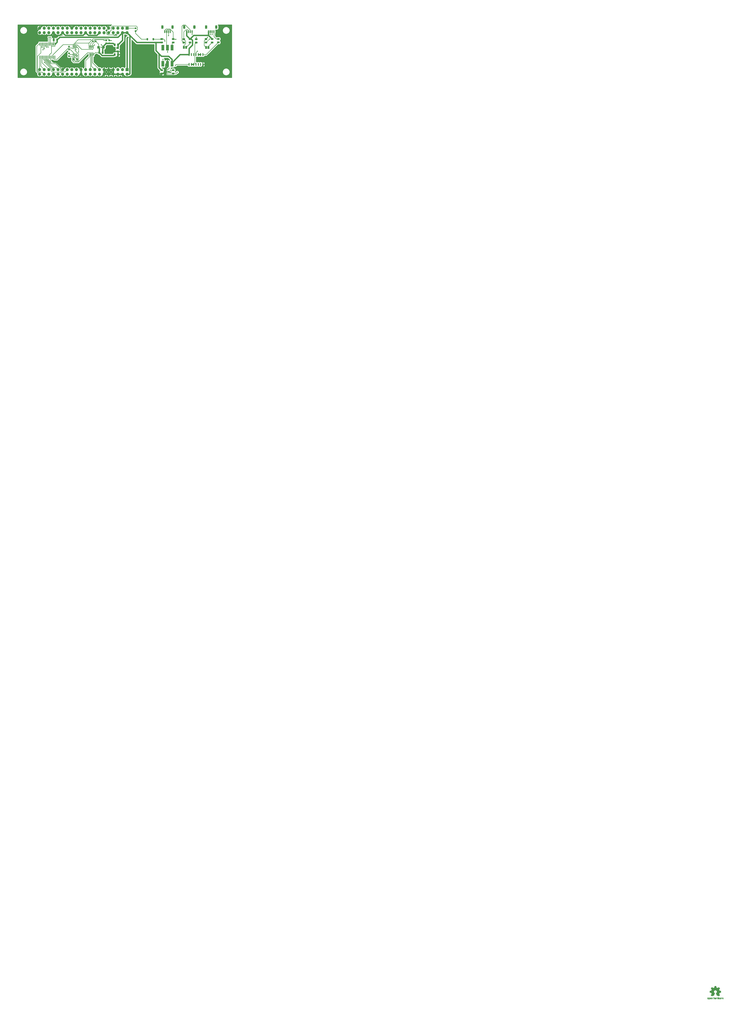
<source format=gbr>
G04 #@! TF.GenerationSoftware,KiCad,Pcbnew,5.1.6-c6e7f7d~87~ubuntu18.04.1*
G04 #@! TF.CreationDate,2020-12-02T03:09:43+01:00*
G04 #@! TF.ProjectId,zynthian_zynaptik,7a796e74-6869-4616-9e5f-7a796e617074,1.0*
G04 #@! TF.SameCoordinates,Original*
G04 #@! TF.FileFunction,Copper,L1,Top*
G04 #@! TF.FilePolarity,Positive*
%FSLAX46Y46*%
G04 Gerber Fmt 4.6, Leading zero omitted, Abs format (unit mm)*
G04 Created by KiCad (PCBNEW 5.1.6-c6e7f7d~87~ubuntu18.04.1) date 2020-12-02 03:09:43*
%MOMM*%
%LPD*%
G01*
G04 APERTURE LIST*
G04 #@! TA.AperFunction,EtchedComponent*
%ADD10C,0.010000*%
G04 #@! TD*
G04 #@! TA.AperFunction,SMDPad,CuDef*
%ADD11R,0.600000X1.500000*%
G04 #@! TD*
G04 #@! TA.AperFunction,SMDPad,CuDef*
%ADD12R,0.900000X1.200000*%
G04 #@! TD*
G04 #@! TA.AperFunction,ComponentPad*
%ADD13O,1.700000X1.700000*%
G04 #@! TD*
G04 #@! TA.AperFunction,ComponentPad*
%ADD14R,1.700000X1.700000*%
G04 #@! TD*
G04 #@! TA.AperFunction,SMDPad,CuDef*
%ADD15R,1.000000X1.500000*%
G04 #@! TD*
G04 #@! TA.AperFunction,SMDPad,CuDef*
%ADD16R,0.500000X0.500000*%
G04 #@! TD*
G04 #@! TA.AperFunction,SMDPad,CuDef*
%ADD17R,0.300000X1.400000*%
G04 #@! TD*
G04 #@! TA.AperFunction,SMDPad,CuDef*
%ADD18R,0.450000X1.750000*%
G04 #@! TD*
G04 #@! TA.AperFunction,SMDPad,CuDef*
%ADD19R,1.600000X3.100000*%
G04 #@! TD*
G04 #@! TA.AperFunction,ViaPad*
%ADD20C,0.600000*%
G04 #@! TD*
G04 #@! TA.AperFunction,Conductor*
%ADD21C,0.800000*%
G04 #@! TD*
G04 #@! TA.AperFunction,Conductor*
%ADD22C,0.250000*%
G04 #@! TD*
G04 #@! TA.AperFunction,Conductor*
%ADD23C,0.254000*%
G04 #@! TD*
G04 APERTURE END LIST*
D10*
G36*
X439998886Y-637584505D02*
G01*
X440073539Y-637621727D01*
X440139431Y-637690261D01*
X440157577Y-637715648D01*
X440177345Y-637748866D01*
X440190172Y-637784945D01*
X440197510Y-637833098D01*
X440200813Y-637902536D01*
X440201538Y-637994206D01*
X440198263Y-638119830D01*
X440186877Y-638214154D01*
X440165041Y-638284523D01*
X440130419Y-638338286D01*
X440080670Y-638382788D01*
X440077014Y-638385423D01*
X440027985Y-638412377D01*
X439968945Y-638425712D01*
X439893859Y-638429000D01*
X439771795Y-638429000D01*
X439771744Y-638547497D01*
X439770608Y-638613492D01*
X439763686Y-638652202D01*
X439745598Y-638675419D01*
X439710962Y-638694933D01*
X439702645Y-638698920D01*
X439663720Y-638717603D01*
X439633583Y-638729403D01*
X439611174Y-638730422D01*
X439595433Y-638716761D01*
X439585302Y-638684522D01*
X439579723Y-638629804D01*
X439577635Y-638548711D01*
X439577981Y-638437344D01*
X439579700Y-638291802D01*
X439580237Y-638248269D01*
X439582172Y-638098205D01*
X439583904Y-638000042D01*
X439771692Y-638000042D01*
X439772748Y-638083364D01*
X439777438Y-638137880D01*
X439788051Y-638173837D01*
X439806872Y-638201482D01*
X439819650Y-638214965D01*
X439871890Y-638254417D01*
X439918142Y-638257628D01*
X439965867Y-638225049D01*
X439967077Y-638223846D01*
X439986494Y-638198668D01*
X439998307Y-638164447D01*
X440004265Y-638111748D01*
X440006120Y-638031131D01*
X440006154Y-638013271D01*
X440001670Y-637902175D01*
X439987074Y-637825161D01*
X439960650Y-637778147D01*
X439920683Y-637757050D01*
X439897584Y-637754923D01*
X439842762Y-637764900D01*
X439805158Y-637797752D01*
X439782523Y-637857857D01*
X439772606Y-637949598D01*
X439771692Y-638000042D01*
X439583904Y-638000042D01*
X439584222Y-637982060D01*
X439586873Y-637894679D01*
X439590606Y-637830905D01*
X439595907Y-637785582D01*
X439603258Y-637753555D01*
X439613143Y-637729668D01*
X439626046Y-637708764D01*
X439631579Y-637700898D01*
X439704969Y-637626595D01*
X439797760Y-637584467D01*
X439905096Y-637572722D01*
X439998886Y-637584505D01*
G37*
X439998886Y-637584505D02*
X440073539Y-637621727D01*
X440139431Y-637690261D01*
X440157577Y-637715648D01*
X440177345Y-637748866D01*
X440190172Y-637784945D01*
X440197510Y-637833098D01*
X440200813Y-637902536D01*
X440201538Y-637994206D01*
X440198263Y-638119830D01*
X440186877Y-638214154D01*
X440165041Y-638284523D01*
X440130419Y-638338286D01*
X440080670Y-638382788D01*
X440077014Y-638385423D01*
X440027985Y-638412377D01*
X439968945Y-638425712D01*
X439893859Y-638429000D01*
X439771795Y-638429000D01*
X439771744Y-638547497D01*
X439770608Y-638613492D01*
X439763686Y-638652202D01*
X439745598Y-638675419D01*
X439710962Y-638694933D01*
X439702645Y-638698920D01*
X439663720Y-638717603D01*
X439633583Y-638729403D01*
X439611174Y-638730422D01*
X439595433Y-638716761D01*
X439585302Y-638684522D01*
X439579723Y-638629804D01*
X439577635Y-638548711D01*
X439577981Y-638437344D01*
X439579700Y-638291802D01*
X439580237Y-638248269D01*
X439582172Y-638098205D01*
X439583904Y-638000042D01*
X439771692Y-638000042D01*
X439772748Y-638083364D01*
X439777438Y-638137880D01*
X439788051Y-638173837D01*
X439806872Y-638201482D01*
X439819650Y-638214965D01*
X439871890Y-638254417D01*
X439918142Y-638257628D01*
X439965867Y-638225049D01*
X439967077Y-638223846D01*
X439986494Y-638198668D01*
X439998307Y-638164447D01*
X440004265Y-638111748D01*
X440006120Y-638031131D01*
X440006154Y-638013271D01*
X440001670Y-637902175D01*
X439987074Y-637825161D01*
X439960650Y-637778147D01*
X439920683Y-637757050D01*
X439897584Y-637754923D01*
X439842762Y-637764900D01*
X439805158Y-637797752D01*
X439782523Y-637857857D01*
X439772606Y-637949598D01*
X439771692Y-638000042D01*
X439583904Y-638000042D01*
X439584222Y-637982060D01*
X439586873Y-637894679D01*
X439590606Y-637830905D01*
X439595907Y-637785582D01*
X439603258Y-637753555D01*
X439613143Y-637729668D01*
X439626046Y-637708764D01*
X439631579Y-637700898D01*
X439704969Y-637626595D01*
X439797760Y-637584467D01*
X439905096Y-637572722D01*
X439998886Y-637584505D01*
G36*
X441501664Y-637595089D02*
G01*
X441564367Y-637631358D01*
X441607961Y-637667358D01*
X441639845Y-637705075D01*
X441661810Y-637751199D01*
X441675649Y-637812421D01*
X441683153Y-637895431D01*
X441686117Y-638006919D01*
X441686461Y-638087062D01*
X441686461Y-638382065D01*
X441520385Y-638456515D01*
X441510615Y-638133402D01*
X441506579Y-638012729D01*
X441502344Y-637925141D01*
X441497097Y-637864650D01*
X441490025Y-637825268D01*
X441480311Y-637801007D01*
X441467144Y-637785880D01*
X441462919Y-637782606D01*
X441398909Y-637757034D01*
X441334208Y-637767153D01*
X441295692Y-637794000D01*
X441280025Y-637813024D01*
X441269180Y-637837988D01*
X441262288Y-637875834D01*
X441258479Y-637933502D01*
X441256883Y-638017935D01*
X441256615Y-638105928D01*
X441256563Y-638216323D01*
X441254672Y-638294463D01*
X441248345Y-638347165D01*
X441234983Y-638381242D01*
X441211985Y-638403511D01*
X441176754Y-638420787D01*
X441129697Y-638438738D01*
X441078303Y-638458278D01*
X441084421Y-638111485D01*
X441086884Y-637986468D01*
X441089767Y-637894082D01*
X441093898Y-637827881D01*
X441100107Y-637781420D01*
X441109226Y-637748256D01*
X441122083Y-637721944D01*
X441137584Y-637698729D01*
X441212371Y-637624569D01*
X441303628Y-637581684D01*
X441402883Y-637571412D01*
X441501664Y-637595089D01*
G37*
X441501664Y-637595089D02*
X441564367Y-637631358D01*
X441607961Y-637667358D01*
X441639845Y-637705075D01*
X441661810Y-637751199D01*
X441675649Y-637812421D01*
X441683153Y-637895431D01*
X441686117Y-638006919D01*
X441686461Y-638087062D01*
X441686461Y-638382065D01*
X441520385Y-638456515D01*
X441510615Y-638133402D01*
X441506579Y-638012729D01*
X441502344Y-637925141D01*
X441497097Y-637864650D01*
X441490025Y-637825268D01*
X441480311Y-637801007D01*
X441467144Y-637785880D01*
X441462919Y-637782606D01*
X441398909Y-637757034D01*
X441334208Y-637767153D01*
X441295692Y-637794000D01*
X441280025Y-637813024D01*
X441269180Y-637837988D01*
X441262288Y-637875834D01*
X441258479Y-637933502D01*
X441256883Y-638017935D01*
X441256615Y-638105928D01*
X441256563Y-638216323D01*
X441254672Y-638294463D01*
X441248345Y-638347165D01*
X441234983Y-638381242D01*
X441211985Y-638403511D01*
X441176754Y-638420787D01*
X441129697Y-638438738D01*
X441078303Y-638458278D01*
X441084421Y-638111485D01*
X441086884Y-637986468D01*
X441089767Y-637894082D01*
X441093898Y-637827881D01*
X441100107Y-637781420D01*
X441109226Y-637748256D01*
X441122083Y-637721944D01*
X441137584Y-637698729D01*
X441212371Y-637624569D01*
X441303628Y-637581684D01*
X441402883Y-637571412D01*
X441501664Y-637595089D01*
G36*
X439246886Y-637587256D02*
G01*
X439338464Y-637635409D01*
X439406049Y-637712905D01*
X439430057Y-637762727D01*
X439448738Y-637837533D01*
X439458301Y-637932052D01*
X439459208Y-638035210D01*
X439451921Y-638135935D01*
X439436903Y-638223153D01*
X439414615Y-638285791D01*
X439407765Y-638296579D01*
X439326632Y-638377105D01*
X439230266Y-638425336D01*
X439125701Y-638439450D01*
X439019968Y-638417629D01*
X438990543Y-638404547D01*
X438933241Y-638364231D01*
X438882950Y-638310775D01*
X438878197Y-638303995D01*
X438858878Y-638271321D01*
X438846108Y-638236394D01*
X438838564Y-638190414D01*
X438834924Y-638124584D01*
X438833865Y-638030105D01*
X438833846Y-638008923D01*
X438833894Y-638002182D01*
X439029231Y-638002182D01*
X439030368Y-638091349D01*
X439034841Y-638150520D01*
X439044246Y-638188741D01*
X439060176Y-638215053D01*
X439068308Y-638223846D01*
X439115058Y-638257261D01*
X439160447Y-638255737D01*
X439206340Y-638226752D01*
X439233712Y-638195809D01*
X439249923Y-638150643D01*
X439259026Y-638079420D01*
X439259651Y-638071114D01*
X439261204Y-637942037D01*
X439244965Y-637846172D01*
X439211152Y-637784107D01*
X439159984Y-637756432D01*
X439141720Y-637754923D01*
X439093760Y-637762513D01*
X439060953Y-637788808D01*
X439040895Y-637839095D01*
X439031178Y-637918664D01*
X439029231Y-638002182D01*
X438833894Y-638002182D01*
X438834574Y-637908249D01*
X438837629Y-637837906D01*
X438844322Y-637789163D01*
X438855960Y-637753288D01*
X438873853Y-637721548D01*
X438877808Y-637715648D01*
X438944267Y-637636104D01*
X439016685Y-637589929D01*
X439104849Y-637571599D01*
X439134787Y-637570703D01*
X439246886Y-637587256D01*
G37*
X439246886Y-637587256D02*
X439338464Y-637635409D01*
X439406049Y-637712905D01*
X439430057Y-637762727D01*
X439448738Y-637837533D01*
X439458301Y-637932052D01*
X439459208Y-638035210D01*
X439451921Y-638135935D01*
X439436903Y-638223153D01*
X439414615Y-638285791D01*
X439407765Y-638296579D01*
X439326632Y-638377105D01*
X439230266Y-638425336D01*
X439125701Y-638439450D01*
X439019968Y-638417629D01*
X438990543Y-638404547D01*
X438933241Y-638364231D01*
X438882950Y-638310775D01*
X438878197Y-638303995D01*
X438858878Y-638271321D01*
X438846108Y-638236394D01*
X438838564Y-638190414D01*
X438834924Y-638124584D01*
X438833865Y-638030105D01*
X438833846Y-638008923D01*
X438833894Y-638002182D01*
X439029231Y-638002182D01*
X439030368Y-638091349D01*
X439034841Y-638150520D01*
X439044246Y-638188741D01*
X439060176Y-638215053D01*
X439068308Y-638223846D01*
X439115058Y-638257261D01*
X439160447Y-638255737D01*
X439206340Y-638226752D01*
X439233712Y-638195809D01*
X439249923Y-638150643D01*
X439259026Y-638079420D01*
X439259651Y-638071114D01*
X439261204Y-637942037D01*
X439244965Y-637846172D01*
X439211152Y-637784107D01*
X439159984Y-637756432D01*
X439141720Y-637754923D01*
X439093760Y-637762513D01*
X439060953Y-637788808D01*
X439040895Y-637839095D01*
X439031178Y-637918664D01*
X439029231Y-638002182D01*
X438833894Y-638002182D01*
X438834574Y-637908249D01*
X438837629Y-637837906D01*
X438844322Y-637789163D01*
X438855960Y-637753288D01*
X438873853Y-637721548D01*
X438877808Y-637715648D01*
X438944267Y-637636104D01*
X439016685Y-637589929D01*
X439104849Y-637571599D01*
X439134787Y-637570703D01*
X439246886Y-637587256D01*
G36*
X440764254Y-637599745D02*
G01*
X440841286Y-637651567D01*
X440900816Y-637726412D01*
X440936378Y-637821654D01*
X440943571Y-637891756D01*
X440942754Y-637921009D01*
X440935914Y-637943407D01*
X440917112Y-637963474D01*
X440880408Y-637985733D01*
X440819862Y-638014709D01*
X440729534Y-638054927D01*
X440729077Y-638055129D01*
X440645933Y-638093210D01*
X440577753Y-638127025D01*
X440531505Y-638152933D01*
X440514158Y-638167295D01*
X440514154Y-638167411D01*
X440529443Y-638198685D01*
X440565196Y-638233157D01*
X440606242Y-638257990D01*
X440627037Y-638262923D01*
X440683770Y-638245862D01*
X440732627Y-638203133D01*
X440756465Y-638156155D01*
X440779397Y-638121522D01*
X440824318Y-638082081D01*
X440877123Y-638048009D01*
X440923710Y-638029480D01*
X440933452Y-638028462D01*
X440944418Y-638045215D01*
X440945079Y-638088039D01*
X440937020Y-638145781D01*
X440921827Y-638207289D01*
X440901086Y-638261409D01*
X440900038Y-638263510D01*
X440837621Y-638350660D01*
X440756726Y-638409939D01*
X440664856Y-638439034D01*
X440569513Y-638435634D01*
X440478198Y-638397428D01*
X440474138Y-638394741D01*
X440402306Y-638329642D01*
X440355073Y-638244705D01*
X440328934Y-638133021D01*
X440325426Y-638101643D01*
X440319213Y-637953536D01*
X440326661Y-637884468D01*
X440514154Y-637884468D01*
X440516590Y-637927552D01*
X440529914Y-637940126D01*
X440563132Y-637930719D01*
X440615494Y-637908483D01*
X440674024Y-637880610D01*
X440675479Y-637879872D01*
X440725089Y-637853777D01*
X440745000Y-637836363D01*
X440740090Y-637818107D01*
X440719416Y-637794120D01*
X440666819Y-637759406D01*
X440610177Y-637756856D01*
X440559369Y-637782119D01*
X440524276Y-637830847D01*
X440514154Y-637884468D01*
X440326661Y-637884468D01*
X440331992Y-637835036D01*
X440364778Y-637741055D01*
X440410421Y-637675215D01*
X440492802Y-637608681D01*
X440583546Y-637575676D01*
X440676185Y-637573573D01*
X440764254Y-637599745D01*
G37*
X440764254Y-637599745D02*
X440841286Y-637651567D01*
X440900816Y-637726412D01*
X440936378Y-637821654D01*
X440943571Y-637891756D01*
X440942754Y-637921009D01*
X440935914Y-637943407D01*
X440917112Y-637963474D01*
X440880408Y-637985733D01*
X440819862Y-638014709D01*
X440729534Y-638054927D01*
X440729077Y-638055129D01*
X440645933Y-638093210D01*
X440577753Y-638127025D01*
X440531505Y-638152933D01*
X440514158Y-638167295D01*
X440514154Y-638167411D01*
X440529443Y-638198685D01*
X440565196Y-638233157D01*
X440606242Y-638257990D01*
X440627037Y-638262923D01*
X440683770Y-638245862D01*
X440732627Y-638203133D01*
X440756465Y-638156155D01*
X440779397Y-638121522D01*
X440824318Y-638082081D01*
X440877123Y-638048009D01*
X440923710Y-638029480D01*
X440933452Y-638028462D01*
X440944418Y-638045215D01*
X440945079Y-638088039D01*
X440937020Y-638145781D01*
X440921827Y-638207289D01*
X440901086Y-638261409D01*
X440900038Y-638263510D01*
X440837621Y-638350660D01*
X440756726Y-638409939D01*
X440664856Y-638439034D01*
X440569513Y-638435634D01*
X440478198Y-638397428D01*
X440474138Y-638394741D01*
X440402306Y-638329642D01*
X440355073Y-638244705D01*
X440328934Y-638133021D01*
X440325426Y-638101643D01*
X440319213Y-637953536D01*
X440326661Y-637884468D01*
X440514154Y-637884468D01*
X440516590Y-637927552D01*
X440529914Y-637940126D01*
X440563132Y-637930719D01*
X440615494Y-637908483D01*
X440674024Y-637880610D01*
X440675479Y-637879872D01*
X440725089Y-637853777D01*
X440745000Y-637836363D01*
X440740090Y-637818107D01*
X440719416Y-637794120D01*
X440666819Y-637759406D01*
X440610177Y-637756856D01*
X440559369Y-637782119D01*
X440524276Y-637830847D01*
X440514154Y-637884468D01*
X440326661Y-637884468D01*
X440331992Y-637835036D01*
X440364778Y-637741055D01*
X440410421Y-637675215D01*
X440492802Y-637608681D01*
X440583546Y-637575676D01*
X440676185Y-637573573D01*
X440764254Y-637599745D01*
G36*
X442389846Y-637492120D02*
G01*
X442395572Y-637571980D01*
X442402149Y-637619039D01*
X442411262Y-637639566D01*
X442424598Y-637639829D01*
X442428923Y-637637378D01*
X442486444Y-637619636D01*
X442561268Y-637620672D01*
X442637339Y-637638910D01*
X442684918Y-637662505D01*
X442733702Y-637700198D01*
X442769364Y-637742855D01*
X442793845Y-637797057D01*
X442809087Y-637869384D01*
X442817030Y-637966419D01*
X442819616Y-638094742D01*
X442819662Y-638119358D01*
X442819692Y-638395870D01*
X442758161Y-638417320D01*
X442714459Y-638431912D01*
X442690482Y-638438706D01*
X442689777Y-638438769D01*
X442687415Y-638420345D01*
X442685406Y-638369526D01*
X442683901Y-638292993D01*
X442683053Y-638197430D01*
X442682923Y-638139329D01*
X442682651Y-638024771D01*
X442681252Y-637942667D01*
X442677849Y-637886393D01*
X442671567Y-637849326D01*
X442661529Y-637824844D01*
X442646861Y-637806325D01*
X442637702Y-637797406D01*
X442574789Y-637761466D01*
X442506136Y-637758775D01*
X442443848Y-637789170D01*
X442432329Y-637800144D01*
X442415433Y-637820779D01*
X442403714Y-637845256D01*
X442396233Y-637880647D01*
X442392054Y-637934026D01*
X442390237Y-638012466D01*
X442389846Y-638120617D01*
X442389846Y-638395870D01*
X442328315Y-638417320D01*
X442284613Y-638431912D01*
X442260636Y-638438706D01*
X442259930Y-638438769D01*
X442258126Y-638420069D01*
X442256500Y-638367322D01*
X442255117Y-638285557D01*
X442254042Y-638179805D01*
X442253340Y-638055094D01*
X442253077Y-637916455D01*
X442253077Y-637381806D01*
X442380077Y-637328236D01*
X442389846Y-637492120D01*
G37*
X442389846Y-637492120D02*
X442395572Y-637571980D01*
X442402149Y-637619039D01*
X442411262Y-637639566D01*
X442424598Y-637639829D01*
X442428923Y-637637378D01*
X442486444Y-637619636D01*
X442561268Y-637620672D01*
X442637339Y-637638910D01*
X442684918Y-637662505D01*
X442733702Y-637700198D01*
X442769364Y-637742855D01*
X442793845Y-637797057D01*
X442809087Y-637869384D01*
X442817030Y-637966419D01*
X442819616Y-638094742D01*
X442819662Y-638119358D01*
X442819692Y-638395870D01*
X442758161Y-638417320D01*
X442714459Y-638431912D01*
X442690482Y-638438706D01*
X442689777Y-638438769D01*
X442687415Y-638420345D01*
X442685406Y-638369526D01*
X442683901Y-638292993D01*
X442683053Y-638197430D01*
X442682923Y-638139329D01*
X442682651Y-638024771D01*
X442681252Y-637942667D01*
X442677849Y-637886393D01*
X442671567Y-637849326D01*
X442661529Y-637824844D01*
X442646861Y-637806325D01*
X442637702Y-637797406D01*
X442574789Y-637761466D01*
X442506136Y-637758775D01*
X442443848Y-637789170D01*
X442432329Y-637800144D01*
X442415433Y-637820779D01*
X442403714Y-637845256D01*
X442396233Y-637880647D01*
X442392054Y-637934026D01*
X442390237Y-638012466D01*
X442389846Y-638120617D01*
X442389846Y-638395870D01*
X442328315Y-638417320D01*
X442284613Y-638431912D01*
X442260636Y-638438706D01*
X442259930Y-638438769D01*
X442258126Y-638420069D01*
X442256500Y-638367322D01*
X442255117Y-638285557D01*
X442254042Y-638179805D01*
X442253340Y-638055094D01*
X442253077Y-637916455D01*
X442253077Y-637381806D01*
X442380077Y-637328236D01*
X442389846Y-637492120D01*
G36*
X443283501Y-637626303D02*
G01*
X443360060Y-637654733D01*
X443360936Y-637655279D01*
X443408285Y-637690127D01*
X443443241Y-637730852D01*
X443467825Y-637783925D01*
X443484062Y-637855814D01*
X443493975Y-637952992D01*
X443499586Y-638081928D01*
X443500077Y-638100298D01*
X443507141Y-638377287D01*
X443447695Y-638408028D01*
X443404681Y-638428802D01*
X443378710Y-638438646D01*
X443377509Y-638438769D01*
X443373014Y-638420606D01*
X443369444Y-638371612D01*
X443367248Y-638300031D01*
X443366769Y-638242068D01*
X443366758Y-638148170D01*
X443362466Y-638089203D01*
X443347503Y-638061079D01*
X443315482Y-638059706D01*
X443260014Y-638080998D01*
X443176269Y-638120136D01*
X443114689Y-638152643D01*
X443083017Y-638180845D01*
X443073706Y-638211582D01*
X443073692Y-638213104D01*
X443089057Y-638266054D01*
X443134547Y-638294660D01*
X443204166Y-638298803D01*
X443254313Y-638298084D01*
X443280754Y-638312527D01*
X443297243Y-638347218D01*
X443306733Y-638391416D01*
X443293057Y-638416493D01*
X443287907Y-638420082D01*
X443239425Y-638434496D01*
X443171531Y-638436537D01*
X443101612Y-638426983D01*
X443052068Y-638409522D01*
X442983570Y-638351364D01*
X442944634Y-638270408D01*
X442936923Y-638207160D01*
X442942807Y-638150111D01*
X442964101Y-638103542D01*
X443006265Y-638062181D01*
X443074759Y-638020755D01*
X443175044Y-637973993D01*
X443181154Y-637971350D01*
X443271490Y-637929617D01*
X443327235Y-637895391D01*
X443351129Y-637864635D01*
X443345913Y-637833311D01*
X443314328Y-637797383D01*
X443304883Y-637789116D01*
X443241617Y-637757058D01*
X443176064Y-637758407D01*
X443118972Y-637789838D01*
X443081093Y-637848024D01*
X443077574Y-637859446D01*
X443043300Y-637914837D01*
X442999809Y-637941518D01*
X442936923Y-637967960D01*
X442936923Y-637899548D01*
X442956052Y-637800110D01*
X443012831Y-637708902D01*
X443042378Y-637678389D01*
X443109542Y-637639228D01*
X443194956Y-637621500D01*
X443283501Y-637626303D01*
G37*
X443283501Y-637626303D02*
X443360060Y-637654733D01*
X443360936Y-637655279D01*
X443408285Y-637690127D01*
X443443241Y-637730852D01*
X443467825Y-637783925D01*
X443484062Y-637855814D01*
X443493975Y-637952992D01*
X443499586Y-638081928D01*
X443500077Y-638100298D01*
X443507141Y-638377287D01*
X443447695Y-638408028D01*
X443404681Y-638428802D01*
X443378710Y-638438646D01*
X443377509Y-638438769D01*
X443373014Y-638420606D01*
X443369444Y-638371612D01*
X443367248Y-638300031D01*
X443366769Y-638242068D01*
X443366758Y-638148170D01*
X443362466Y-638089203D01*
X443347503Y-638061079D01*
X443315482Y-638059706D01*
X443260014Y-638080998D01*
X443176269Y-638120136D01*
X443114689Y-638152643D01*
X443083017Y-638180845D01*
X443073706Y-638211582D01*
X443073692Y-638213104D01*
X443089057Y-638266054D01*
X443134547Y-638294660D01*
X443204166Y-638298803D01*
X443254313Y-638298084D01*
X443280754Y-638312527D01*
X443297243Y-638347218D01*
X443306733Y-638391416D01*
X443293057Y-638416493D01*
X443287907Y-638420082D01*
X443239425Y-638434496D01*
X443171531Y-638436537D01*
X443101612Y-638426983D01*
X443052068Y-638409522D01*
X442983570Y-638351364D01*
X442944634Y-638270408D01*
X442936923Y-638207160D01*
X442942807Y-638150111D01*
X442964101Y-638103542D01*
X443006265Y-638062181D01*
X443074759Y-638020755D01*
X443175044Y-637973993D01*
X443181154Y-637971350D01*
X443271490Y-637929617D01*
X443327235Y-637895391D01*
X443351129Y-637864635D01*
X443345913Y-637833311D01*
X443314328Y-637797383D01*
X443304883Y-637789116D01*
X443241617Y-637757058D01*
X443176064Y-637758407D01*
X443118972Y-637789838D01*
X443081093Y-637848024D01*
X443077574Y-637859446D01*
X443043300Y-637914837D01*
X442999809Y-637941518D01*
X442936923Y-637967960D01*
X442936923Y-637899548D01*
X442956052Y-637800110D01*
X443012831Y-637708902D01*
X443042378Y-637678389D01*
X443109542Y-637639228D01*
X443194956Y-637621500D01*
X443283501Y-637626303D01*
G36*
X443943362Y-637624670D02*
G01*
X444032117Y-637657421D01*
X444104022Y-637715350D01*
X444132144Y-637756128D01*
X444162802Y-637830954D01*
X444162165Y-637885058D01*
X444129987Y-637921446D01*
X444118081Y-637927633D01*
X444066675Y-637946925D01*
X444040422Y-637941982D01*
X444031530Y-637909587D01*
X444031077Y-637891692D01*
X444014797Y-637825859D01*
X443972365Y-637779807D01*
X443913388Y-637757564D01*
X443847475Y-637763161D01*
X443793895Y-637792229D01*
X443775798Y-637808810D01*
X443762971Y-637828925D01*
X443754306Y-637859332D01*
X443748696Y-637906788D01*
X443745035Y-637978050D01*
X443742215Y-638079875D01*
X443741484Y-638112115D01*
X443738820Y-638222410D01*
X443735792Y-638300036D01*
X443731250Y-638351396D01*
X443724046Y-638382890D01*
X443713033Y-638400920D01*
X443697060Y-638411888D01*
X443686834Y-638416733D01*
X443643406Y-638433301D01*
X443617842Y-638438769D01*
X443609395Y-638420507D01*
X443604239Y-638365296D01*
X443602346Y-638272499D01*
X443603689Y-638141478D01*
X443604107Y-638121269D01*
X443607058Y-638001733D01*
X443610548Y-637914449D01*
X443615514Y-637852591D01*
X443622893Y-637809336D01*
X443633624Y-637777860D01*
X443648645Y-637751339D01*
X443656502Y-637739975D01*
X443701553Y-637689692D01*
X443751940Y-637650581D01*
X443758108Y-637647167D01*
X443848458Y-637620212D01*
X443943362Y-637624670D01*
G37*
X443943362Y-637624670D02*
X444032117Y-637657421D01*
X444104022Y-637715350D01*
X444132144Y-637756128D01*
X444162802Y-637830954D01*
X444162165Y-637885058D01*
X444129987Y-637921446D01*
X444118081Y-637927633D01*
X444066675Y-637946925D01*
X444040422Y-637941982D01*
X444031530Y-637909587D01*
X444031077Y-637891692D01*
X444014797Y-637825859D01*
X443972365Y-637779807D01*
X443913388Y-637757564D01*
X443847475Y-637763161D01*
X443793895Y-637792229D01*
X443775798Y-637808810D01*
X443762971Y-637828925D01*
X443754306Y-637859332D01*
X443748696Y-637906788D01*
X443745035Y-637978050D01*
X443742215Y-638079875D01*
X443741484Y-638112115D01*
X443738820Y-638222410D01*
X443735792Y-638300036D01*
X443731250Y-638351396D01*
X443724046Y-638382890D01*
X443713033Y-638400920D01*
X443697060Y-638411888D01*
X443686834Y-638416733D01*
X443643406Y-638433301D01*
X443617842Y-638438769D01*
X443609395Y-638420507D01*
X443604239Y-638365296D01*
X443602346Y-638272499D01*
X443603689Y-638141478D01*
X443604107Y-638121269D01*
X443607058Y-638001733D01*
X443610548Y-637914449D01*
X443615514Y-637852591D01*
X443622893Y-637809336D01*
X443633624Y-637777860D01*
X443648645Y-637751339D01*
X443656502Y-637739975D01*
X443701553Y-637689692D01*
X443751940Y-637650581D01*
X443758108Y-637647167D01*
X443848458Y-637620212D01*
X443943362Y-637624670D01*
G36*
X444832081Y-637780289D02*
G01*
X444831833Y-637926320D01*
X444830872Y-638038655D01*
X444828794Y-638122678D01*
X444825193Y-638183769D01*
X444819665Y-638227309D01*
X444811804Y-638258679D01*
X444801207Y-638283262D01*
X444793182Y-638297294D01*
X444726728Y-638373388D01*
X444642470Y-638421084D01*
X444549249Y-638438199D01*
X444455900Y-638422546D01*
X444400312Y-638394418D01*
X444341957Y-638345760D01*
X444302186Y-638286333D01*
X444278190Y-638208507D01*
X444267161Y-638104652D01*
X444265599Y-638028462D01*
X444265809Y-638022986D01*
X444402308Y-638022986D01*
X444403141Y-638110355D01*
X444406961Y-638168192D01*
X444415746Y-638206029D01*
X444431474Y-638233398D01*
X444450266Y-638254042D01*
X444513375Y-638293890D01*
X444581137Y-638297295D01*
X444645179Y-638264025D01*
X444650164Y-638259517D01*
X444671439Y-638236067D01*
X444684779Y-638208166D01*
X444692001Y-638166641D01*
X444694923Y-638102316D01*
X444695385Y-638031200D01*
X444694383Y-637941858D01*
X444690238Y-637882258D01*
X444681236Y-637843089D01*
X444665667Y-637815040D01*
X444652902Y-637800144D01*
X444593600Y-637762575D01*
X444525301Y-637758057D01*
X444460110Y-637786753D01*
X444447528Y-637797406D01*
X444426111Y-637821063D01*
X444412744Y-637849251D01*
X444405566Y-637891245D01*
X444402719Y-637956319D01*
X444402308Y-638022986D01*
X444265809Y-638022986D01*
X444270322Y-637905765D01*
X444286362Y-637813577D01*
X444316528Y-637744269D01*
X444363629Y-637690211D01*
X444400312Y-637662505D01*
X444466990Y-637632572D01*
X444544272Y-637618678D01*
X444616110Y-637622397D01*
X444656308Y-637637400D01*
X444672082Y-637641670D01*
X444682550Y-637625750D01*
X444689856Y-637583089D01*
X444695385Y-637518106D01*
X444701437Y-637445732D01*
X444709844Y-637402187D01*
X444725141Y-637377287D01*
X444751864Y-637360845D01*
X444768654Y-637353564D01*
X444832154Y-637326963D01*
X444832081Y-637780289D01*
G37*
X444832081Y-637780289D02*
X444831833Y-637926320D01*
X444830872Y-638038655D01*
X444828794Y-638122678D01*
X444825193Y-638183769D01*
X444819665Y-638227309D01*
X444811804Y-638258679D01*
X444801207Y-638283262D01*
X444793182Y-638297294D01*
X444726728Y-638373388D01*
X444642470Y-638421084D01*
X444549249Y-638438199D01*
X444455900Y-638422546D01*
X444400312Y-638394418D01*
X444341957Y-638345760D01*
X444302186Y-638286333D01*
X444278190Y-638208507D01*
X444267161Y-638104652D01*
X444265599Y-638028462D01*
X444265809Y-638022986D01*
X444402308Y-638022986D01*
X444403141Y-638110355D01*
X444406961Y-638168192D01*
X444415746Y-638206029D01*
X444431474Y-638233398D01*
X444450266Y-638254042D01*
X444513375Y-638293890D01*
X444581137Y-638297295D01*
X444645179Y-638264025D01*
X444650164Y-638259517D01*
X444671439Y-638236067D01*
X444684779Y-638208166D01*
X444692001Y-638166641D01*
X444694923Y-638102316D01*
X444695385Y-638031200D01*
X444694383Y-637941858D01*
X444690238Y-637882258D01*
X444681236Y-637843089D01*
X444665667Y-637815040D01*
X444652902Y-637800144D01*
X444593600Y-637762575D01*
X444525301Y-637758057D01*
X444460110Y-637786753D01*
X444447528Y-637797406D01*
X444426111Y-637821063D01*
X444412744Y-637849251D01*
X444405566Y-637891245D01*
X444402719Y-637956319D01*
X444402308Y-638022986D01*
X444265809Y-638022986D01*
X444270322Y-637905765D01*
X444286362Y-637813577D01*
X444316528Y-637744269D01*
X444363629Y-637690211D01*
X444400312Y-637662505D01*
X444466990Y-637632572D01*
X444544272Y-637618678D01*
X444616110Y-637622397D01*
X444656308Y-637637400D01*
X444672082Y-637641670D01*
X444682550Y-637625750D01*
X444689856Y-637583089D01*
X444695385Y-637518106D01*
X444701437Y-637445732D01*
X444709844Y-637402187D01*
X444725141Y-637377287D01*
X444751864Y-637360845D01*
X444768654Y-637353564D01*
X444832154Y-637326963D01*
X444832081Y-637780289D01*
G36*
X445625929Y-637636662D02*
G01*
X445628911Y-637688068D01*
X445631247Y-637766192D01*
X445632749Y-637864857D01*
X445633231Y-637968343D01*
X445633231Y-638318533D01*
X445571401Y-638380363D01*
X445528793Y-638418462D01*
X445491390Y-638433895D01*
X445440270Y-638432918D01*
X445419978Y-638430433D01*
X445356554Y-638423200D01*
X445304095Y-638419055D01*
X445291308Y-638418672D01*
X445248199Y-638421176D01*
X445186544Y-638427462D01*
X445162638Y-638430433D01*
X445103922Y-638435028D01*
X445064464Y-638425046D01*
X445025338Y-638394228D01*
X445011215Y-638380363D01*
X444949385Y-638318533D01*
X444949385Y-637663503D01*
X444999150Y-637640829D01*
X445042002Y-637624034D01*
X445067073Y-637618154D01*
X445073501Y-637636736D01*
X445079509Y-637688655D01*
X445084697Y-637768172D01*
X445088664Y-637869546D01*
X445090577Y-637955192D01*
X445095923Y-638292231D01*
X445142560Y-638298825D01*
X445184976Y-638294214D01*
X445205760Y-638279287D01*
X445211570Y-638251377D01*
X445216530Y-638191925D01*
X445220246Y-638108466D01*
X445222324Y-638008532D01*
X445222624Y-637957104D01*
X445222923Y-637661054D01*
X445284454Y-637639604D01*
X445328004Y-637625020D01*
X445351694Y-637618219D01*
X445352377Y-637618154D01*
X445354754Y-637636642D01*
X445357366Y-637687906D01*
X445359995Y-637765649D01*
X445362421Y-637863574D01*
X445364115Y-637955192D01*
X445369461Y-638292231D01*
X445486692Y-638292231D01*
X445492072Y-637984746D01*
X445497451Y-637677261D01*
X445554601Y-637647707D01*
X445596797Y-637627413D01*
X445621770Y-637618204D01*
X445622491Y-637618154D01*
X445625929Y-637636662D01*
G37*
X445625929Y-637636662D02*
X445628911Y-637688068D01*
X445631247Y-637766192D01*
X445632749Y-637864857D01*
X445633231Y-637968343D01*
X445633231Y-638318533D01*
X445571401Y-638380363D01*
X445528793Y-638418462D01*
X445491390Y-638433895D01*
X445440270Y-638432918D01*
X445419978Y-638430433D01*
X445356554Y-638423200D01*
X445304095Y-638419055D01*
X445291308Y-638418672D01*
X445248199Y-638421176D01*
X445186544Y-638427462D01*
X445162638Y-638430433D01*
X445103922Y-638435028D01*
X445064464Y-638425046D01*
X445025338Y-638394228D01*
X445011215Y-638380363D01*
X444949385Y-638318533D01*
X444949385Y-637663503D01*
X444999150Y-637640829D01*
X445042002Y-637624034D01*
X445067073Y-637618154D01*
X445073501Y-637636736D01*
X445079509Y-637688655D01*
X445084697Y-637768172D01*
X445088664Y-637869546D01*
X445090577Y-637955192D01*
X445095923Y-638292231D01*
X445142560Y-638298825D01*
X445184976Y-638294214D01*
X445205760Y-638279287D01*
X445211570Y-638251377D01*
X445216530Y-638191925D01*
X445220246Y-638108466D01*
X445222324Y-638008532D01*
X445222624Y-637957104D01*
X445222923Y-637661054D01*
X445284454Y-637639604D01*
X445328004Y-637625020D01*
X445351694Y-637618219D01*
X445352377Y-637618154D01*
X445354754Y-637636642D01*
X445357366Y-637687906D01*
X445359995Y-637765649D01*
X445362421Y-637863574D01*
X445364115Y-637955192D01*
X445369461Y-638292231D01*
X445486692Y-638292231D01*
X445492072Y-637984746D01*
X445497451Y-637677261D01*
X445554601Y-637647707D01*
X445596797Y-637627413D01*
X445621770Y-637618204D01*
X445622491Y-637618154D01*
X445625929Y-637636662D01*
G36*
X446117333Y-637633528D02*
G01*
X446173590Y-637659117D01*
X446217747Y-637690124D01*
X446250101Y-637724795D01*
X446272438Y-637769520D01*
X446286546Y-637830692D01*
X446294211Y-637914701D01*
X446297220Y-638027940D01*
X446297538Y-638102509D01*
X446297538Y-638393420D01*
X446247773Y-638416095D01*
X446208576Y-638432667D01*
X446189157Y-638438769D01*
X446185442Y-638420610D01*
X446182495Y-638371648D01*
X446180691Y-638300153D01*
X446180308Y-638243385D01*
X446178661Y-638161371D01*
X446174222Y-638096309D01*
X446167740Y-638056467D01*
X446162590Y-638048000D01*
X446127977Y-638056646D01*
X446073640Y-638078823D01*
X446010722Y-638108886D01*
X445950368Y-638141192D01*
X445903721Y-638170098D01*
X445881926Y-638189961D01*
X445881839Y-638190175D01*
X445883714Y-638226935D01*
X445900525Y-638262026D01*
X445930039Y-638290528D01*
X445973116Y-638300061D01*
X446009932Y-638298950D01*
X446062074Y-638298133D01*
X446089444Y-638310349D01*
X446105882Y-638342624D01*
X446107955Y-638348710D01*
X446115081Y-638394739D01*
X446096024Y-638422687D01*
X446046353Y-638436007D01*
X445992697Y-638438470D01*
X445896142Y-638420210D01*
X445846159Y-638394131D01*
X445784429Y-638332868D01*
X445751690Y-638257670D01*
X445748753Y-638178211D01*
X445776424Y-638104167D01*
X445818047Y-638057769D01*
X445859604Y-638031793D01*
X445924922Y-637998907D01*
X446001038Y-637965557D01*
X446013726Y-637960461D01*
X446097333Y-637923565D01*
X446145530Y-637891046D01*
X446161030Y-637858718D01*
X446146550Y-637822394D01*
X446121692Y-637794000D01*
X446062939Y-637759039D01*
X445998293Y-637756417D01*
X445939008Y-637783358D01*
X445896339Y-637837088D01*
X445890739Y-637850950D01*
X445858133Y-637901936D01*
X445810530Y-637939787D01*
X445750461Y-637970850D01*
X445750461Y-637882768D01*
X445753997Y-637828951D01*
X445769156Y-637786534D01*
X445802768Y-637741279D01*
X445835035Y-637706420D01*
X445885209Y-637657062D01*
X445924193Y-637630547D01*
X445966064Y-637619911D01*
X446013460Y-637618154D01*
X446117333Y-637633528D01*
G37*
X446117333Y-637633528D02*
X446173590Y-637659117D01*
X446217747Y-637690124D01*
X446250101Y-637724795D01*
X446272438Y-637769520D01*
X446286546Y-637830692D01*
X446294211Y-637914701D01*
X446297220Y-638027940D01*
X446297538Y-638102509D01*
X446297538Y-638393420D01*
X446247773Y-638416095D01*
X446208576Y-638432667D01*
X446189157Y-638438769D01*
X446185442Y-638420610D01*
X446182495Y-638371648D01*
X446180691Y-638300153D01*
X446180308Y-638243385D01*
X446178661Y-638161371D01*
X446174222Y-638096309D01*
X446167740Y-638056467D01*
X446162590Y-638048000D01*
X446127977Y-638056646D01*
X446073640Y-638078823D01*
X446010722Y-638108886D01*
X445950368Y-638141192D01*
X445903721Y-638170098D01*
X445881926Y-638189961D01*
X445881839Y-638190175D01*
X445883714Y-638226935D01*
X445900525Y-638262026D01*
X445930039Y-638290528D01*
X445973116Y-638300061D01*
X446009932Y-638298950D01*
X446062074Y-638298133D01*
X446089444Y-638310349D01*
X446105882Y-638342624D01*
X446107955Y-638348710D01*
X446115081Y-638394739D01*
X446096024Y-638422687D01*
X446046353Y-638436007D01*
X445992697Y-638438470D01*
X445896142Y-638420210D01*
X445846159Y-638394131D01*
X445784429Y-638332868D01*
X445751690Y-638257670D01*
X445748753Y-638178211D01*
X445776424Y-638104167D01*
X445818047Y-638057769D01*
X445859604Y-638031793D01*
X445924922Y-637998907D01*
X446001038Y-637965557D01*
X446013726Y-637960461D01*
X446097333Y-637923565D01*
X446145530Y-637891046D01*
X446161030Y-637858718D01*
X446146550Y-637822394D01*
X446121692Y-637794000D01*
X446062939Y-637759039D01*
X445998293Y-637756417D01*
X445939008Y-637783358D01*
X445896339Y-637837088D01*
X445890739Y-637850950D01*
X445858133Y-637901936D01*
X445810530Y-637939787D01*
X445750461Y-637970850D01*
X445750461Y-637882768D01*
X445753997Y-637828951D01*
X445769156Y-637786534D01*
X445802768Y-637741279D01*
X445835035Y-637706420D01*
X445885209Y-637657062D01*
X445924193Y-637630547D01*
X445966064Y-637619911D01*
X446013460Y-637618154D01*
X446117333Y-637633528D01*
G36*
X446800807Y-637636782D02*
G01*
X446824161Y-637646988D01*
X446879902Y-637691134D01*
X446927569Y-637754967D01*
X446957048Y-637823087D01*
X446961846Y-637856670D01*
X446945760Y-637903556D01*
X446910475Y-637928365D01*
X446872644Y-637943387D01*
X446855321Y-637946155D01*
X446846886Y-637926066D01*
X446830230Y-637882351D01*
X446822923Y-637862598D01*
X446781948Y-637794271D01*
X446722622Y-637760191D01*
X446646552Y-637761239D01*
X446640918Y-637762581D01*
X446600305Y-637781836D01*
X446570448Y-637819375D01*
X446550055Y-637879809D01*
X446537836Y-637967751D01*
X446532500Y-638087813D01*
X446532000Y-638151698D01*
X446531752Y-638252403D01*
X446530126Y-638321054D01*
X446525801Y-638364673D01*
X446517454Y-638390282D01*
X446503765Y-638404903D01*
X446483411Y-638415558D01*
X446482234Y-638416095D01*
X446443038Y-638432667D01*
X446423619Y-638438769D01*
X446420635Y-638420319D01*
X446418081Y-638369323D01*
X446416140Y-638292308D01*
X446414997Y-638195805D01*
X446414769Y-638125184D01*
X446415932Y-637988525D01*
X446420479Y-637884851D01*
X446429999Y-637808108D01*
X446446081Y-637752246D01*
X446470313Y-637711212D01*
X446504286Y-637678954D01*
X446537833Y-637656440D01*
X446618499Y-637626476D01*
X446712381Y-637619718D01*
X446800807Y-637636782D01*
G37*
X446800807Y-637636782D02*
X446824161Y-637646988D01*
X446879902Y-637691134D01*
X446927569Y-637754967D01*
X446957048Y-637823087D01*
X446961846Y-637856670D01*
X446945760Y-637903556D01*
X446910475Y-637928365D01*
X446872644Y-637943387D01*
X446855321Y-637946155D01*
X446846886Y-637926066D01*
X446830230Y-637882351D01*
X446822923Y-637862598D01*
X446781948Y-637794271D01*
X446722622Y-637760191D01*
X446646552Y-637761239D01*
X446640918Y-637762581D01*
X446600305Y-637781836D01*
X446570448Y-637819375D01*
X446550055Y-637879809D01*
X446537836Y-637967751D01*
X446532500Y-638087813D01*
X446532000Y-638151698D01*
X446531752Y-638252403D01*
X446530126Y-638321054D01*
X446525801Y-638364673D01*
X446517454Y-638390282D01*
X446503765Y-638404903D01*
X446483411Y-638415558D01*
X446482234Y-638416095D01*
X446443038Y-638432667D01*
X446423619Y-638438769D01*
X446420635Y-638420319D01*
X446418081Y-638369323D01*
X446416140Y-638292308D01*
X446414997Y-638195805D01*
X446414769Y-638125184D01*
X446415932Y-637988525D01*
X446420479Y-637884851D01*
X446429999Y-637808108D01*
X446446081Y-637752246D01*
X446470313Y-637711212D01*
X446504286Y-637678954D01*
X446537833Y-637656440D01*
X446618499Y-637626476D01*
X446712381Y-637619718D01*
X446800807Y-637636782D01*
G36*
X447475224Y-637647838D02*
G01*
X447552528Y-637698361D01*
X447589814Y-637743590D01*
X447619353Y-637825663D01*
X447621699Y-637890607D01*
X447616385Y-637977445D01*
X447416115Y-638065103D01*
X447318739Y-638109887D01*
X447255113Y-638145913D01*
X447222029Y-638177117D01*
X447216280Y-638207436D01*
X447234658Y-638240805D01*
X447254923Y-638262923D01*
X447313889Y-638298393D01*
X447378024Y-638300879D01*
X447436926Y-638273235D01*
X447480197Y-638218320D01*
X447487936Y-638198928D01*
X447525006Y-638138364D01*
X447567654Y-638112552D01*
X447626154Y-638090471D01*
X447626154Y-638174184D01*
X447620982Y-638231150D01*
X447600723Y-638279189D01*
X447558262Y-638334346D01*
X447551951Y-638341514D01*
X447504720Y-638390585D01*
X447464121Y-638416920D01*
X447413328Y-638429035D01*
X447371220Y-638433003D01*
X447295902Y-638433991D01*
X447242286Y-638421466D01*
X447208838Y-638402869D01*
X447156268Y-638361975D01*
X447119879Y-638317748D01*
X447096850Y-638262126D01*
X447084359Y-638187047D01*
X447079587Y-638084449D01*
X447079206Y-638032376D01*
X447080501Y-637969948D01*
X447198471Y-637969948D01*
X447199839Y-638003438D01*
X447203249Y-638008923D01*
X447225753Y-638001472D01*
X447274182Y-637981753D01*
X447338908Y-637953718D01*
X447352443Y-637947692D01*
X447434244Y-637906096D01*
X447479312Y-637869538D01*
X447489217Y-637835296D01*
X447465526Y-637800648D01*
X447445960Y-637785339D01*
X447375360Y-637754721D01*
X447309280Y-637759780D01*
X447253959Y-637797151D01*
X447215636Y-637863473D01*
X447203349Y-637916116D01*
X447198471Y-637969948D01*
X447080501Y-637969948D01*
X447081730Y-637910720D01*
X447091032Y-637820710D01*
X447109460Y-637755167D01*
X447139360Y-637706912D01*
X447183080Y-637668767D01*
X447202141Y-637656440D01*
X447288726Y-637624336D01*
X447383522Y-637622316D01*
X447475224Y-637647838D01*
G37*
X447475224Y-637647838D02*
X447552528Y-637698361D01*
X447589814Y-637743590D01*
X447619353Y-637825663D01*
X447621699Y-637890607D01*
X447616385Y-637977445D01*
X447416115Y-638065103D01*
X447318739Y-638109887D01*
X447255113Y-638145913D01*
X447222029Y-638177117D01*
X447216280Y-638207436D01*
X447234658Y-638240805D01*
X447254923Y-638262923D01*
X447313889Y-638298393D01*
X447378024Y-638300879D01*
X447436926Y-638273235D01*
X447480197Y-638218320D01*
X447487936Y-638198928D01*
X447525006Y-638138364D01*
X447567654Y-638112552D01*
X447626154Y-638090471D01*
X447626154Y-638174184D01*
X447620982Y-638231150D01*
X447600723Y-638279189D01*
X447558262Y-638334346D01*
X447551951Y-638341514D01*
X447504720Y-638390585D01*
X447464121Y-638416920D01*
X447413328Y-638429035D01*
X447371220Y-638433003D01*
X447295902Y-638433991D01*
X447242286Y-638421466D01*
X447208838Y-638402869D01*
X447156268Y-638361975D01*
X447119879Y-638317748D01*
X447096850Y-638262126D01*
X447084359Y-638187047D01*
X447079587Y-638084449D01*
X447079206Y-638032376D01*
X447080501Y-637969948D01*
X447198471Y-637969948D01*
X447199839Y-638003438D01*
X447203249Y-638008923D01*
X447225753Y-638001472D01*
X447274182Y-637981753D01*
X447338908Y-637953718D01*
X447352443Y-637947692D01*
X447434244Y-637906096D01*
X447479312Y-637869538D01*
X447489217Y-637835296D01*
X447465526Y-637800648D01*
X447445960Y-637785339D01*
X447375360Y-637754721D01*
X447309280Y-637759780D01*
X447253959Y-637797151D01*
X447215636Y-637863473D01*
X447203349Y-637916116D01*
X447198471Y-637969948D01*
X447080501Y-637969948D01*
X447081730Y-637910720D01*
X447091032Y-637820710D01*
X447109460Y-637755167D01*
X447139360Y-637706912D01*
X447183080Y-637668767D01*
X447202141Y-637656440D01*
X447288726Y-637624336D01*
X447383522Y-637622316D01*
X447475224Y-637647838D01*
G36*
X443369878Y-631287776D02*
G01*
X443475612Y-631288355D01*
X443552132Y-631289922D01*
X443604372Y-631292972D01*
X443637263Y-631297996D01*
X443655737Y-631305489D01*
X443664727Y-631315944D01*
X443669163Y-631329853D01*
X443669594Y-631331654D01*
X443676333Y-631364145D01*
X443688808Y-631428252D01*
X443705719Y-631517151D01*
X443725771Y-631624019D01*
X443747664Y-631742033D01*
X443748429Y-631746178D01*
X443770359Y-631861831D01*
X443790877Y-631964014D01*
X443808659Y-632046598D01*
X443822381Y-632103456D01*
X443830718Y-632128458D01*
X443831116Y-632128901D01*
X443855677Y-632141110D01*
X443906315Y-632161456D01*
X443972095Y-632185545D01*
X443972461Y-632185674D01*
X444055317Y-632216818D01*
X444153000Y-632256491D01*
X444245077Y-632296381D01*
X444249434Y-632298353D01*
X444399407Y-632366420D01*
X444731498Y-632139639D01*
X444833374Y-632070504D01*
X444925657Y-632008697D01*
X445003003Y-631957733D01*
X445060064Y-631921127D01*
X445091495Y-631902394D01*
X445094479Y-631901004D01*
X445117321Y-631907190D01*
X445159982Y-631937035D01*
X445224128Y-631991947D01*
X445311421Y-632073334D01*
X445400535Y-632159922D01*
X445486441Y-632245247D01*
X445563327Y-632323108D01*
X445626564Y-632388697D01*
X445671523Y-632437205D01*
X445693576Y-632463825D01*
X445694396Y-632465195D01*
X445696834Y-632483463D01*
X445687650Y-632513295D01*
X445664574Y-632558721D01*
X445625337Y-632623770D01*
X445567670Y-632712470D01*
X445490795Y-632826657D01*
X445422570Y-632927162D01*
X445361582Y-633017303D01*
X445311356Y-633091849D01*
X445275416Y-633145565D01*
X445257287Y-633173218D01*
X445256146Y-633175095D01*
X445258359Y-633201590D01*
X445275138Y-633253086D01*
X445303142Y-633319851D01*
X445313122Y-633341172D01*
X445356672Y-633436159D01*
X445403134Y-633543937D01*
X445440877Y-633637192D01*
X445468073Y-633706406D01*
X445489675Y-633759006D01*
X445502158Y-633786497D01*
X445503709Y-633788616D01*
X445526668Y-633792124D01*
X445580786Y-633801738D01*
X445658868Y-633816089D01*
X445753719Y-633833807D01*
X445858143Y-633853525D01*
X445964944Y-633873874D01*
X446066926Y-633893486D01*
X446156894Y-633910991D01*
X446227653Y-633925022D01*
X446272006Y-633934209D01*
X446282885Y-633936807D01*
X446294122Y-633943218D01*
X446302605Y-633957697D01*
X446308714Y-633985133D01*
X446312832Y-634030411D01*
X446315341Y-634098420D01*
X446316621Y-634194047D01*
X446317054Y-634322180D01*
X446317077Y-634374701D01*
X446317077Y-634801845D01*
X446214500Y-634822091D01*
X446157431Y-634833070D01*
X446072269Y-634849095D01*
X445969372Y-634868233D01*
X445859096Y-634888551D01*
X445828615Y-634894132D01*
X445726855Y-634913917D01*
X445638205Y-634933373D01*
X445570108Y-634950697D01*
X445530004Y-634964088D01*
X445523323Y-634968079D01*
X445506919Y-634996342D01*
X445483399Y-635051109D01*
X445457316Y-635121588D01*
X445452142Y-635136769D01*
X445417956Y-635230896D01*
X445375523Y-635337101D01*
X445333997Y-635432473D01*
X445333792Y-635432916D01*
X445264640Y-635582525D01*
X445719512Y-636251617D01*
X445427500Y-636544116D01*
X445339180Y-636631170D01*
X445258625Y-636707909D01*
X445190360Y-636770237D01*
X445138908Y-636814056D01*
X445108794Y-636835270D01*
X445104474Y-636836616D01*
X445079111Y-636826016D01*
X445027358Y-636796547D01*
X444954868Y-636751705D01*
X444867294Y-636694984D01*
X444772612Y-636631462D01*
X444676516Y-636566668D01*
X444590837Y-636510287D01*
X444521016Y-636465788D01*
X444472494Y-636436639D01*
X444450782Y-636426308D01*
X444424293Y-636435050D01*
X444374062Y-636458087D01*
X444310451Y-636490631D01*
X444303708Y-636494249D01*
X444218046Y-636537210D01*
X444159306Y-636558279D01*
X444122772Y-636558503D01*
X444103731Y-636538928D01*
X444103620Y-636538654D01*
X444094102Y-636515472D01*
X444071403Y-636460441D01*
X444037282Y-636377822D01*
X443993500Y-636271872D01*
X443941816Y-636146852D01*
X443883992Y-636007020D01*
X443827991Y-635871637D01*
X443766447Y-635722234D01*
X443709939Y-635583832D01*
X443660161Y-635460673D01*
X443618806Y-635357002D01*
X443587568Y-635277059D01*
X443568141Y-635225088D01*
X443562154Y-635205692D01*
X443577168Y-635183443D01*
X443616439Y-635147982D01*
X443668807Y-635108887D01*
X443817941Y-634985245D01*
X443934511Y-634843522D01*
X444017118Y-634686704D01*
X444064366Y-634517775D01*
X444074857Y-634339722D01*
X444067231Y-634257539D01*
X444025682Y-634087031D01*
X443954123Y-633936459D01*
X443856995Y-633807309D01*
X443738734Y-633701064D01*
X443603780Y-633619210D01*
X443456571Y-633563232D01*
X443301544Y-633534615D01*
X443143139Y-633534844D01*
X442985794Y-633565405D01*
X442833946Y-633627782D01*
X442692035Y-633723460D01*
X442632803Y-633777572D01*
X442519203Y-633916520D01*
X442440106Y-634068361D01*
X442394986Y-634228667D01*
X442383316Y-634393012D01*
X442404569Y-634556971D01*
X442458220Y-634716118D01*
X442543740Y-634866025D01*
X442660605Y-635002267D01*
X442791193Y-635108887D01*
X442845588Y-635149642D01*
X442884014Y-635184718D01*
X442897846Y-635205726D01*
X442890603Y-635228635D01*
X442870005Y-635283365D01*
X442837746Y-635365672D01*
X442795521Y-635471315D01*
X442745023Y-635596050D01*
X442687948Y-635735636D01*
X442631854Y-635871670D01*
X442569967Y-636021201D01*
X442512644Y-636159767D01*
X442461644Y-636283107D01*
X442418727Y-636386964D01*
X442385653Y-636467080D01*
X442364181Y-636519195D01*
X442356225Y-636538654D01*
X442337429Y-636558423D01*
X442301074Y-636558365D01*
X442242479Y-636537441D01*
X442156968Y-636494613D01*
X442156292Y-636494249D01*
X442091907Y-636461012D01*
X442039861Y-636436802D01*
X442010512Y-636426404D01*
X442009217Y-636426308D01*
X441987124Y-636436855D01*
X441938348Y-636466184D01*
X441868331Y-636510827D01*
X441782514Y-636567314D01*
X441687388Y-636631462D01*
X441590540Y-636696411D01*
X441503253Y-636752896D01*
X441431181Y-636797421D01*
X441379977Y-636826490D01*
X441355526Y-636836616D01*
X441333010Y-636823307D01*
X441287742Y-636786112D01*
X441224244Y-636729128D01*
X441147039Y-636656449D01*
X441060651Y-636572171D01*
X441032399Y-636544016D01*
X440740287Y-636251416D01*
X440962631Y-635925104D01*
X441030202Y-635824897D01*
X441089507Y-635734963D01*
X441137217Y-635660510D01*
X441170007Y-635606751D01*
X441184548Y-635578894D01*
X441184974Y-635576912D01*
X441177308Y-635550655D01*
X441156689Y-635497837D01*
X441126685Y-635427310D01*
X441105625Y-635380093D01*
X441066248Y-635289694D01*
X441029165Y-635198366D01*
X441000415Y-635121200D01*
X440992605Y-635097692D01*
X440970417Y-635034916D01*
X440948727Y-634986411D01*
X440936813Y-634968079D01*
X440910523Y-634956859D01*
X440853142Y-634940954D01*
X440772118Y-634922167D01*
X440674895Y-634902299D01*
X440631385Y-634894132D01*
X440520896Y-634873829D01*
X440414916Y-634854170D01*
X440323801Y-634837088D01*
X440257908Y-634824518D01*
X440245500Y-634822091D01*
X440142923Y-634801845D01*
X440142923Y-634374701D01*
X440143153Y-634234246D01*
X440144099Y-634127979D01*
X440146141Y-634051013D01*
X440149662Y-633998460D01*
X440155043Y-633965433D01*
X440162666Y-633947045D01*
X440172912Y-633938408D01*
X440177115Y-633936807D01*
X440202470Y-633931127D01*
X440258484Y-633919795D01*
X440337964Y-633904179D01*
X440433712Y-633885647D01*
X440538533Y-633865569D01*
X440645232Y-633845312D01*
X440746613Y-633826246D01*
X440835479Y-633809739D01*
X440904637Y-633797159D01*
X440946889Y-633789875D01*
X440956290Y-633788616D01*
X440964807Y-633771763D01*
X440983660Y-633726870D01*
X441009324Y-633662430D01*
X441019123Y-633637192D01*
X441058648Y-633539686D01*
X441105192Y-633431959D01*
X441146877Y-633341172D01*
X441177550Y-633271753D01*
X441197956Y-633214710D01*
X441204768Y-633179777D01*
X441203682Y-633175095D01*
X441189285Y-633152991D01*
X441156412Y-633103831D01*
X441108590Y-633032848D01*
X441049348Y-632945278D01*
X440982215Y-632846357D01*
X440968941Y-632826830D01*
X440891046Y-632711140D01*
X440833787Y-632623044D01*
X440794881Y-632558486D01*
X440772044Y-632513411D01*
X440762994Y-632483763D01*
X440765448Y-632465485D01*
X440765511Y-632465369D01*
X440784827Y-632441361D01*
X440827551Y-632394947D01*
X440889051Y-632330937D01*
X440964698Y-632254145D01*
X441049861Y-632169382D01*
X441059465Y-632159922D01*
X441166790Y-632055989D01*
X441249615Y-631979675D01*
X441309605Y-631929571D01*
X441348423Y-631904270D01*
X441365520Y-631901004D01*
X441390473Y-631915250D01*
X441442255Y-631948156D01*
X441515520Y-631996208D01*
X441604920Y-632055890D01*
X441705111Y-632123688D01*
X441728501Y-632139639D01*
X442060593Y-632366420D01*
X442210565Y-632298353D01*
X442301770Y-632258685D01*
X442399669Y-632218791D01*
X442483831Y-632186983D01*
X442487538Y-632185674D01*
X442553369Y-632161576D01*
X442604116Y-632141200D01*
X442628842Y-632128936D01*
X442628884Y-632128901D01*
X442636729Y-632106734D01*
X442650066Y-632052217D01*
X442667570Y-631971480D01*
X442687917Y-631870650D01*
X442709782Y-631755856D01*
X442711571Y-631746178D01*
X442733504Y-631627904D01*
X442753640Y-631520542D01*
X442770680Y-631430917D01*
X442783328Y-631365851D01*
X442790284Y-631332168D01*
X442790406Y-631331654D01*
X442794639Y-631317325D01*
X442802871Y-631306507D01*
X442820033Y-631298706D01*
X442851058Y-631293429D01*
X442900878Y-631290182D01*
X442974424Y-631288472D01*
X443076629Y-631287807D01*
X443212425Y-631287693D01*
X443230000Y-631287692D01*
X443369878Y-631287776D01*
G37*
X443369878Y-631287776D02*
X443475612Y-631288355D01*
X443552132Y-631289922D01*
X443604372Y-631292972D01*
X443637263Y-631297996D01*
X443655737Y-631305489D01*
X443664727Y-631315944D01*
X443669163Y-631329853D01*
X443669594Y-631331654D01*
X443676333Y-631364145D01*
X443688808Y-631428252D01*
X443705719Y-631517151D01*
X443725771Y-631624019D01*
X443747664Y-631742033D01*
X443748429Y-631746178D01*
X443770359Y-631861831D01*
X443790877Y-631964014D01*
X443808659Y-632046598D01*
X443822381Y-632103456D01*
X443830718Y-632128458D01*
X443831116Y-632128901D01*
X443855677Y-632141110D01*
X443906315Y-632161456D01*
X443972095Y-632185545D01*
X443972461Y-632185674D01*
X444055317Y-632216818D01*
X444153000Y-632256491D01*
X444245077Y-632296381D01*
X444249434Y-632298353D01*
X444399407Y-632366420D01*
X444731498Y-632139639D01*
X444833374Y-632070504D01*
X444925657Y-632008697D01*
X445003003Y-631957733D01*
X445060064Y-631921127D01*
X445091495Y-631902394D01*
X445094479Y-631901004D01*
X445117321Y-631907190D01*
X445159982Y-631937035D01*
X445224128Y-631991947D01*
X445311421Y-632073334D01*
X445400535Y-632159922D01*
X445486441Y-632245247D01*
X445563327Y-632323108D01*
X445626564Y-632388697D01*
X445671523Y-632437205D01*
X445693576Y-632463825D01*
X445694396Y-632465195D01*
X445696834Y-632483463D01*
X445687650Y-632513295D01*
X445664574Y-632558721D01*
X445625337Y-632623770D01*
X445567670Y-632712470D01*
X445490795Y-632826657D01*
X445422570Y-632927162D01*
X445361582Y-633017303D01*
X445311356Y-633091849D01*
X445275416Y-633145565D01*
X445257287Y-633173218D01*
X445256146Y-633175095D01*
X445258359Y-633201590D01*
X445275138Y-633253086D01*
X445303142Y-633319851D01*
X445313122Y-633341172D01*
X445356672Y-633436159D01*
X445403134Y-633543937D01*
X445440877Y-633637192D01*
X445468073Y-633706406D01*
X445489675Y-633759006D01*
X445502158Y-633786497D01*
X445503709Y-633788616D01*
X445526668Y-633792124D01*
X445580786Y-633801738D01*
X445658868Y-633816089D01*
X445753719Y-633833807D01*
X445858143Y-633853525D01*
X445964944Y-633873874D01*
X446066926Y-633893486D01*
X446156894Y-633910991D01*
X446227653Y-633925022D01*
X446272006Y-633934209D01*
X446282885Y-633936807D01*
X446294122Y-633943218D01*
X446302605Y-633957697D01*
X446308714Y-633985133D01*
X446312832Y-634030411D01*
X446315341Y-634098420D01*
X446316621Y-634194047D01*
X446317054Y-634322180D01*
X446317077Y-634374701D01*
X446317077Y-634801845D01*
X446214500Y-634822091D01*
X446157431Y-634833070D01*
X446072269Y-634849095D01*
X445969372Y-634868233D01*
X445859096Y-634888551D01*
X445828615Y-634894132D01*
X445726855Y-634913917D01*
X445638205Y-634933373D01*
X445570108Y-634950697D01*
X445530004Y-634964088D01*
X445523323Y-634968079D01*
X445506919Y-634996342D01*
X445483399Y-635051109D01*
X445457316Y-635121588D01*
X445452142Y-635136769D01*
X445417956Y-635230896D01*
X445375523Y-635337101D01*
X445333997Y-635432473D01*
X445333792Y-635432916D01*
X445264640Y-635582525D01*
X445719512Y-636251617D01*
X445427500Y-636544116D01*
X445339180Y-636631170D01*
X445258625Y-636707909D01*
X445190360Y-636770237D01*
X445138908Y-636814056D01*
X445108794Y-636835270D01*
X445104474Y-636836616D01*
X445079111Y-636826016D01*
X445027358Y-636796547D01*
X444954868Y-636751705D01*
X444867294Y-636694984D01*
X444772612Y-636631462D01*
X444676516Y-636566668D01*
X444590837Y-636510287D01*
X444521016Y-636465788D01*
X444472494Y-636436639D01*
X444450782Y-636426308D01*
X444424293Y-636435050D01*
X444374062Y-636458087D01*
X444310451Y-636490631D01*
X444303708Y-636494249D01*
X444218046Y-636537210D01*
X444159306Y-636558279D01*
X444122772Y-636558503D01*
X444103731Y-636538928D01*
X444103620Y-636538654D01*
X444094102Y-636515472D01*
X444071403Y-636460441D01*
X444037282Y-636377822D01*
X443993500Y-636271872D01*
X443941816Y-636146852D01*
X443883992Y-636007020D01*
X443827991Y-635871637D01*
X443766447Y-635722234D01*
X443709939Y-635583832D01*
X443660161Y-635460673D01*
X443618806Y-635357002D01*
X443587568Y-635277059D01*
X443568141Y-635225088D01*
X443562154Y-635205692D01*
X443577168Y-635183443D01*
X443616439Y-635147982D01*
X443668807Y-635108887D01*
X443817941Y-634985245D01*
X443934511Y-634843522D01*
X444017118Y-634686704D01*
X444064366Y-634517775D01*
X444074857Y-634339722D01*
X444067231Y-634257539D01*
X444025682Y-634087031D01*
X443954123Y-633936459D01*
X443856995Y-633807309D01*
X443738734Y-633701064D01*
X443603780Y-633619210D01*
X443456571Y-633563232D01*
X443301544Y-633534615D01*
X443143139Y-633534844D01*
X442985794Y-633565405D01*
X442833946Y-633627782D01*
X442692035Y-633723460D01*
X442632803Y-633777572D01*
X442519203Y-633916520D01*
X442440106Y-634068361D01*
X442394986Y-634228667D01*
X442383316Y-634393012D01*
X442404569Y-634556971D01*
X442458220Y-634716118D01*
X442543740Y-634866025D01*
X442660605Y-635002267D01*
X442791193Y-635108887D01*
X442845588Y-635149642D01*
X442884014Y-635184718D01*
X442897846Y-635205726D01*
X442890603Y-635228635D01*
X442870005Y-635283365D01*
X442837746Y-635365672D01*
X442795521Y-635471315D01*
X442745023Y-635596050D01*
X442687948Y-635735636D01*
X442631854Y-635871670D01*
X442569967Y-636021201D01*
X442512644Y-636159767D01*
X442461644Y-636283107D01*
X442418727Y-636386964D01*
X442385653Y-636467080D01*
X442364181Y-636519195D01*
X442356225Y-636538654D01*
X442337429Y-636558423D01*
X442301074Y-636558365D01*
X442242479Y-636537441D01*
X442156968Y-636494613D01*
X442156292Y-636494249D01*
X442091907Y-636461012D01*
X442039861Y-636436802D01*
X442010512Y-636426404D01*
X442009217Y-636426308D01*
X441987124Y-636436855D01*
X441938348Y-636466184D01*
X441868331Y-636510827D01*
X441782514Y-636567314D01*
X441687388Y-636631462D01*
X441590540Y-636696411D01*
X441503253Y-636752896D01*
X441431181Y-636797421D01*
X441379977Y-636826490D01*
X441355526Y-636836616D01*
X441333010Y-636823307D01*
X441287742Y-636786112D01*
X441224244Y-636729128D01*
X441147039Y-636656449D01*
X441060651Y-636572171D01*
X441032399Y-636544016D01*
X440740287Y-636251416D01*
X440962631Y-635925104D01*
X441030202Y-635824897D01*
X441089507Y-635734963D01*
X441137217Y-635660510D01*
X441170007Y-635606751D01*
X441184548Y-635578894D01*
X441184974Y-635576912D01*
X441177308Y-635550655D01*
X441156689Y-635497837D01*
X441126685Y-635427310D01*
X441105625Y-635380093D01*
X441066248Y-635289694D01*
X441029165Y-635198366D01*
X441000415Y-635121200D01*
X440992605Y-635097692D01*
X440970417Y-635034916D01*
X440948727Y-634986411D01*
X440936813Y-634968079D01*
X440910523Y-634956859D01*
X440853142Y-634940954D01*
X440772118Y-634922167D01*
X440674895Y-634902299D01*
X440631385Y-634894132D01*
X440520896Y-634873829D01*
X440414916Y-634854170D01*
X440323801Y-634837088D01*
X440257908Y-634824518D01*
X440245500Y-634822091D01*
X440142923Y-634801845D01*
X440142923Y-634374701D01*
X440143153Y-634234246D01*
X440144099Y-634127979D01*
X440146141Y-634051013D01*
X440149662Y-633998460D01*
X440155043Y-633965433D01*
X440162666Y-633947045D01*
X440172912Y-633938408D01*
X440177115Y-633936807D01*
X440202470Y-633931127D01*
X440258484Y-633919795D01*
X440337964Y-633904179D01*
X440433712Y-633885647D01*
X440538533Y-633865569D01*
X440645232Y-633845312D01*
X440746613Y-633826246D01*
X440835479Y-633809739D01*
X440904637Y-633797159D01*
X440946889Y-633789875D01*
X440956290Y-633788616D01*
X440964807Y-633771763D01*
X440983660Y-633726870D01*
X441009324Y-633662430D01*
X441019123Y-633637192D01*
X441058648Y-633539686D01*
X441105192Y-633431959D01*
X441146877Y-633341172D01*
X441177550Y-633271753D01*
X441197956Y-633214710D01*
X441204768Y-633179777D01*
X441203682Y-633175095D01*
X441189285Y-633152991D01*
X441156412Y-633103831D01*
X441108590Y-633032848D01*
X441049348Y-632945278D01*
X440982215Y-632846357D01*
X440968941Y-632826830D01*
X440891046Y-632711140D01*
X440833787Y-632623044D01*
X440794881Y-632558486D01*
X440772044Y-632513411D01*
X440762994Y-632483763D01*
X440765448Y-632465485D01*
X440765511Y-632465369D01*
X440784827Y-632441361D01*
X440827551Y-632394947D01*
X440889051Y-632330937D01*
X440964698Y-632254145D01*
X441049861Y-632169382D01*
X441059465Y-632159922D01*
X441166790Y-632055989D01*
X441249615Y-631979675D01*
X441309605Y-631929571D01*
X441348423Y-631904270D01*
X441365520Y-631901004D01*
X441390473Y-631915250D01*
X441442255Y-631948156D01*
X441515520Y-631996208D01*
X441604920Y-632055890D01*
X441705111Y-632123688D01*
X441728501Y-632139639D01*
X442060593Y-632366420D01*
X442210565Y-632298353D01*
X442301770Y-632258685D01*
X442399669Y-632218791D01*
X442483831Y-632186983D01*
X442487538Y-632185674D01*
X442553369Y-632161576D01*
X442604116Y-632141200D01*
X442628842Y-632128936D01*
X442628884Y-632128901D01*
X442636729Y-632106734D01*
X442650066Y-632052217D01*
X442667570Y-631971480D01*
X442687917Y-631870650D01*
X442709782Y-631755856D01*
X442711571Y-631746178D01*
X442733504Y-631627904D01*
X442753640Y-631520542D01*
X442770680Y-631430917D01*
X442783328Y-631365851D01*
X442790284Y-631332168D01*
X442790406Y-631331654D01*
X442794639Y-631317325D01*
X442802871Y-631306507D01*
X442820033Y-631298706D01*
X442851058Y-631293429D01*
X442900878Y-631290182D01*
X442974424Y-631288472D01*
X443076629Y-631287807D01*
X443212425Y-631287693D01*
X443230000Y-631287692D01*
X443369878Y-631287776D01*
D11*
X152890000Y-123500000D03*
X154160000Y-123500000D03*
X155430000Y-123500000D03*
X156700000Y-123500000D03*
X157970000Y-123500000D03*
X159240000Y-123500000D03*
X160510000Y-123500000D03*
X160510000Y-118100000D03*
X159240000Y-118100000D03*
X157970000Y-118100000D03*
X156700000Y-118100000D03*
X155430000Y-118100000D03*
X154160000Y-118100000D03*
X152890000Y-118100000D03*
G04 #@! TA.AperFunction,SMDPad,CuDef*
G36*
G01*
X137338750Y-126210000D02*
X138251250Y-126210000D01*
G75*
G02*
X138495000Y-126453750I0J-243750D01*
G01*
X138495000Y-126941250D01*
G75*
G02*
X138251250Y-127185000I-243750J0D01*
G01*
X137338750Y-127185000D01*
G75*
G02*
X137095000Y-126941250I0J243750D01*
G01*
X137095000Y-126453750D01*
G75*
G02*
X137338750Y-126210000I243750J0D01*
G01*
G37*
G04 #@! TD.AperFunction*
G04 #@! TA.AperFunction,SMDPad,CuDef*
G36*
G01*
X137338750Y-128085000D02*
X138251250Y-128085000D01*
G75*
G02*
X138495000Y-128328750I0J-243750D01*
G01*
X138495000Y-128816250D01*
G75*
G02*
X138251250Y-129060000I-243750J0D01*
G01*
X137338750Y-129060000D01*
G75*
G02*
X137095000Y-128816250I0J243750D01*
G01*
X137095000Y-128328750D01*
G75*
G02*
X137338750Y-128085000I243750J0D01*
G01*
G37*
G04 #@! TD.AperFunction*
G04 #@! TA.AperFunction,SMDPad,CuDef*
G36*
G01*
X78750000Y-109543750D02*
X78750000Y-110456250D01*
G75*
G02*
X78506250Y-110700000I-243750J0D01*
G01*
X78018750Y-110700000D01*
G75*
G02*
X77775000Y-110456250I0J243750D01*
G01*
X77775000Y-109543750D01*
G75*
G02*
X78018750Y-109300000I243750J0D01*
G01*
X78506250Y-109300000D01*
G75*
G02*
X78750000Y-109543750I0J-243750D01*
G01*
G37*
G04 #@! TD.AperFunction*
G04 #@! TA.AperFunction,SMDPad,CuDef*
G36*
G01*
X80625000Y-109543750D02*
X80625000Y-110456250D01*
G75*
G02*
X80381250Y-110700000I-243750J0D01*
G01*
X79893750Y-110700000D01*
G75*
G02*
X79650000Y-110456250I0J243750D01*
G01*
X79650000Y-109543750D01*
G75*
G02*
X79893750Y-109300000I243750J0D01*
G01*
X80381250Y-109300000D01*
G75*
G02*
X80625000Y-109543750I0J-243750D01*
G01*
G37*
G04 #@! TD.AperFunction*
D12*
X133150000Y-109600000D03*
X129850000Y-109600000D03*
G04 #@! TA.AperFunction,SMDPad,CuDef*
G36*
G01*
X139170000Y-106090000D02*
X139170000Y-104840000D01*
G75*
G02*
X139320000Y-104690000I150000J0D01*
G01*
X139620000Y-104690000D01*
G75*
G02*
X139770000Y-104840000I0J-150000D01*
G01*
X139770000Y-106090000D01*
G75*
G02*
X139620000Y-106240000I-150000J0D01*
G01*
X139320000Y-106240000D01*
G75*
G02*
X139170000Y-106090000I0J150000D01*
G01*
G37*
G04 #@! TD.AperFunction*
G04 #@! TA.AperFunction,SMDPad,CuDef*
G36*
G01*
X140170000Y-106090000D02*
X140170000Y-104840000D01*
G75*
G02*
X140320000Y-104690000I150000J0D01*
G01*
X140620000Y-104690000D01*
G75*
G02*
X140770000Y-104840000I0J-150000D01*
G01*
X140770000Y-106090000D01*
G75*
G02*
X140620000Y-106240000I-150000J0D01*
G01*
X140320000Y-106240000D01*
G75*
G02*
X140170000Y-106090000I0J150000D01*
G01*
G37*
G04 #@! TD.AperFunction*
G04 #@! TA.AperFunction,SMDPad,CuDef*
G36*
G01*
X141170000Y-106090000D02*
X141170000Y-104840000D01*
G75*
G02*
X141320000Y-104690000I150000J0D01*
G01*
X141620000Y-104690000D01*
G75*
G02*
X141770000Y-104840000I0J-150000D01*
G01*
X141770000Y-106090000D01*
G75*
G02*
X141620000Y-106240000I-150000J0D01*
G01*
X141320000Y-106240000D01*
G75*
G02*
X141170000Y-106090000I0J150000D01*
G01*
G37*
G04 #@! TD.AperFunction*
G04 #@! TA.AperFunction,SMDPad,CuDef*
G36*
G01*
X142170000Y-106090000D02*
X142170000Y-104840000D01*
G75*
G02*
X142320000Y-104690000I150000J0D01*
G01*
X142620000Y-104690000D01*
G75*
G02*
X142770000Y-104840000I0J-150000D01*
G01*
X142770000Y-106090000D01*
G75*
G02*
X142620000Y-106240000I-150000J0D01*
G01*
X142320000Y-106240000D01*
G75*
G02*
X142170000Y-106090000I0J150000D01*
G01*
G37*
G04 #@! TD.AperFunction*
G04 #@! TA.AperFunction,SMDPad,CuDef*
G36*
G01*
X137570000Y-103590001D02*
X137570000Y-102289999D01*
G75*
G02*
X137819999Y-102040000I249999J0D01*
G01*
X138520001Y-102040000D01*
G75*
G02*
X138770000Y-102289999I0J-249999D01*
G01*
X138770000Y-103590001D01*
G75*
G02*
X138520001Y-103840000I-249999J0D01*
G01*
X137819999Y-103840000D01*
G75*
G02*
X137570000Y-103590001I0J249999D01*
G01*
G37*
G04 #@! TD.AperFunction*
G04 #@! TA.AperFunction,SMDPad,CuDef*
G36*
G01*
X143170000Y-103590001D02*
X143170000Y-102289999D01*
G75*
G02*
X143419999Y-102040000I249999J0D01*
G01*
X144120001Y-102040000D01*
G75*
G02*
X144370000Y-102289999I0J-249999D01*
G01*
X144370000Y-103590001D01*
G75*
G02*
X144120001Y-103840000I-249999J0D01*
G01*
X143419999Y-103840000D01*
G75*
G02*
X143170000Y-103590001I0J249999D01*
G01*
G37*
G04 #@! TD.AperFunction*
G04 #@! TA.AperFunction,SMDPad,CuDef*
G36*
G01*
X155235000Y-103590001D02*
X155235000Y-102289999D01*
G75*
G02*
X155484999Y-102040000I249999J0D01*
G01*
X156185001Y-102040000D01*
G75*
G02*
X156435000Y-102289999I0J-249999D01*
G01*
X156435000Y-103590001D01*
G75*
G02*
X156185001Y-103840000I-249999J0D01*
G01*
X155484999Y-103840000D01*
G75*
G02*
X155235000Y-103590001I0J249999D01*
G01*
G37*
G04 #@! TD.AperFunction*
G04 #@! TA.AperFunction,SMDPad,CuDef*
G36*
G01*
X149635000Y-103590001D02*
X149635000Y-102289999D01*
G75*
G02*
X149884999Y-102040000I249999J0D01*
G01*
X150585001Y-102040000D01*
G75*
G02*
X150835000Y-102289999I0J-249999D01*
G01*
X150835000Y-103590001D01*
G75*
G02*
X150585001Y-103840000I-249999J0D01*
G01*
X149884999Y-103840000D01*
G75*
G02*
X149635000Y-103590001I0J249999D01*
G01*
G37*
G04 #@! TD.AperFunction*
G04 #@! TA.AperFunction,SMDPad,CuDef*
G36*
G01*
X154235000Y-106090000D02*
X154235000Y-104840000D01*
G75*
G02*
X154385000Y-104690000I150000J0D01*
G01*
X154685000Y-104690000D01*
G75*
G02*
X154835000Y-104840000I0J-150000D01*
G01*
X154835000Y-106090000D01*
G75*
G02*
X154685000Y-106240000I-150000J0D01*
G01*
X154385000Y-106240000D01*
G75*
G02*
X154235000Y-106090000I0J150000D01*
G01*
G37*
G04 #@! TD.AperFunction*
G04 #@! TA.AperFunction,SMDPad,CuDef*
G36*
G01*
X153235000Y-106090000D02*
X153235000Y-104840000D01*
G75*
G02*
X153385000Y-104690000I150000J0D01*
G01*
X153685000Y-104690000D01*
G75*
G02*
X153835000Y-104840000I0J-150000D01*
G01*
X153835000Y-106090000D01*
G75*
G02*
X153685000Y-106240000I-150000J0D01*
G01*
X153385000Y-106240000D01*
G75*
G02*
X153235000Y-106090000I0J150000D01*
G01*
G37*
G04 #@! TD.AperFunction*
G04 #@! TA.AperFunction,SMDPad,CuDef*
G36*
G01*
X152235000Y-106090000D02*
X152235000Y-104840000D01*
G75*
G02*
X152385000Y-104690000I150000J0D01*
G01*
X152685000Y-104690000D01*
G75*
G02*
X152835000Y-104840000I0J-150000D01*
G01*
X152835000Y-106090000D01*
G75*
G02*
X152685000Y-106240000I-150000J0D01*
G01*
X152385000Y-106240000D01*
G75*
G02*
X152235000Y-106090000I0J150000D01*
G01*
G37*
G04 #@! TD.AperFunction*
G04 #@! TA.AperFunction,SMDPad,CuDef*
G36*
G01*
X151235000Y-106090000D02*
X151235000Y-104840000D01*
G75*
G02*
X151385000Y-104690000I150000J0D01*
G01*
X151685000Y-104690000D01*
G75*
G02*
X151835000Y-104840000I0J-150000D01*
G01*
X151835000Y-106090000D01*
G75*
G02*
X151685000Y-106240000I-150000J0D01*
G01*
X151385000Y-106240000D01*
G75*
G02*
X151235000Y-106090000I0J150000D01*
G01*
G37*
G04 #@! TD.AperFunction*
G04 #@! TA.AperFunction,SMDPad,CuDef*
G36*
G01*
X163300000Y-106090000D02*
X163300000Y-104840000D01*
G75*
G02*
X163450000Y-104690000I150000J0D01*
G01*
X163750000Y-104690000D01*
G75*
G02*
X163900000Y-104840000I0J-150000D01*
G01*
X163900000Y-106090000D01*
G75*
G02*
X163750000Y-106240000I-150000J0D01*
G01*
X163450000Y-106240000D01*
G75*
G02*
X163300000Y-106090000I0J150000D01*
G01*
G37*
G04 #@! TD.AperFunction*
G04 #@! TA.AperFunction,SMDPad,CuDef*
G36*
G01*
X164300000Y-106090000D02*
X164300000Y-104840000D01*
G75*
G02*
X164450000Y-104690000I150000J0D01*
G01*
X164750000Y-104690000D01*
G75*
G02*
X164900000Y-104840000I0J-150000D01*
G01*
X164900000Y-106090000D01*
G75*
G02*
X164750000Y-106240000I-150000J0D01*
G01*
X164450000Y-106240000D01*
G75*
G02*
X164300000Y-106090000I0J150000D01*
G01*
G37*
G04 #@! TD.AperFunction*
G04 #@! TA.AperFunction,SMDPad,CuDef*
G36*
G01*
X165300000Y-106090000D02*
X165300000Y-104840000D01*
G75*
G02*
X165450000Y-104690000I150000J0D01*
G01*
X165750000Y-104690000D01*
G75*
G02*
X165900000Y-104840000I0J-150000D01*
G01*
X165900000Y-106090000D01*
G75*
G02*
X165750000Y-106240000I-150000J0D01*
G01*
X165450000Y-106240000D01*
G75*
G02*
X165300000Y-106090000I0J150000D01*
G01*
G37*
G04 #@! TD.AperFunction*
G04 #@! TA.AperFunction,SMDPad,CuDef*
G36*
G01*
X166300000Y-106090000D02*
X166300000Y-104840000D01*
G75*
G02*
X166450000Y-104690000I150000J0D01*
G01*
X166750000Y-104690000D01*
G75*
G02*
X166900000Y-104840000I0J-150000D01*
G01*
X166900000Y-106090000D01*
G75*
G02*
X166750000Y-106240000I-150000J0D01*
G01*
X166450000Y-106240000D01*
G75*
G02*
X166300000Y-106090000I0J150000D01*
G01*
G37*
G04 #@! TD.AperFunction*
G04 #@! TA.AperFunction,SMDPad,CuDef*
G36*
G01*
X161700000Y-103590001D02*
X161700000Y-102289999D01*
G75*
G02*
X161949999Y-102040000I249999J0D01*
G01*
X162650001Y-102040000D01*
G75*
G02*
X162900000Y-102289999I0J-249999D01*
G01*
X162900000Y-103590001D01*
G75*
G02*
X162650001Y-103840000I-249999J0D01*
G01*
X161949999Y-103840000D01*
G75*
G02*
X161700000Y-103590001I0J249999D01*
G01*
G37*
G04 #@! TD.AperFunction*
G04 #@! TA.AperFunction,SMDPad,CuDef*
G36*
G01*
X167300000Y-103590001D02*
X167300000Y-102289999D01*
G75*
G02*
X167549999Y-102040000I249999J0D01*
G01*
X168250001Y-102040000D01*
G75*
G02*
X168500000Y-102289999I0J-249999D01*
G01*
X168500000Y-103590001D01*
G75*
G02*
X168250001Y-103840000I-249999J0D01*
G01*
X167549999Y-103840000D01*
G75*
G02*
X167300000Y-103590001I0J249999D01*
G01*
G37*
G04 #@! TD.AperFunction*
G04 #@! TA.AperFunction,SMDPad,CuDef*
G36*
G01*
X144601250Y-127185000D02*
X143688750Y-127185000D01*
G75*
G02*
X143445000Y-126941250I0J243750D01*
G01*
X143445000Y-126453750D01*
G75*
G02*
X143688750Y-126210000I243750J0D01*
G01*
X144601250Y-126210000D01*
G75*
G02*
X144845000Y-126453750I0J-243750D01*
G01*
X144845000Y-126941250D01*
G75*
G02*
X144601250Y-127185000I-243750J0D01*
G01*
G37*
G04 #@! TD.AperFunction*
G04 #@! TA.AperFunction,SMDPad,CuDef*
G36*
G01*
X144601250Y-129060000D02*
X143688750Y-129060000D01*
G75*
G02*
X143445000Y-128816250I0J243750D01*
G01*
X143445000Y-128328750D01*
G75*
G02*
X143688750Y-128085000I243750J0D01*
G01*
X144601250Y-128085000D01*
G75*
G02*
X144845000Y-128328750I0J-243750D01*
G01*
X144845000Y-128816250D01*
G75*
G02*
X144601250Y-129060000I-243750J0D01*
G01*
G37*
G04 #@! TD.AperFunction*
G04 #@! TA.AperFunction,SMDPad,CuDef*
G36*
G01*
X144601250Y-110040000D02*
X143688750Y-110040000D01*
G75*
G02*
X143445000Y-109796250I0J243750D01*
G01*
X143445000Y-109308750D01*
G75*
G02*
X143688750Y-109065000I243750J0D01*
G01*
X144601250Y-109065000D01*
G75*
G02*
X144845000Y-109308750I0J-243750D01*
G01*
X144845000Y-109796250D01*
G75*
G02*
X144601250Y-110040000I-243750J0D01*
G01*
G37*
G04 #@! TD.AperFunction*
G04 #@! TA.AperFunction,SMDPad,CuDef*
G36*
G01*
X144601250Y-111915000D02*
X143688750Y-111915000D01*
G75*
G02*
X143445000Y-111671250I0J243750D01*
G01*
X143445000Y-111183750D01*
G75*
G02*
X143688750Y-110940000I243750J0D01*
G01*
X144601250Y-110940000D01*
G75*
G02*
X144845000Y-111183750I0J-243750D01*
G01*
X144845000Y-111671250D01*
G75*
G02*
X144601250Y-111915000I-243750J0D01*
G01*
G37*
G04 #@! TD.AperFunction*
G04 #@! TA.AperFunction,SMDPad,CuDef*
G36*
G01*
X138251250Y-111915000D02*
X137338750Y-111915000D01*
G75*
G02*
X137095000Y-111671250I0J243750D01*
G01*
X137095000Y-111183750D01*
G75*
G02*
X137338750Y-110940000I243750J0D01*
G01*
X138251250Y-110940000D01*
G75*
G02*
X138495000Y-111183750I0J-243750D01*
G01*
X138495000Y-111671250D01*
G75*
G02*
X138251250Y-111915000I-243750J0D01*
G01*
G37*
G04 #@! TD.AperFunction*
G04 #@! TA.AperFunction,SMDPad,CuDef*
G36*
G01*
X138251250Y-110040000D02*
X137338750Y-110040000D01*
G75*
G02*
X137095000Y-109796250I0J243750D01*
G01*
X137095000Y-109308750D01*
G75*
G02*
X137338750Y-109065000I243750J0D01*
G01*
X138251250Y-109065000D01*
G75*
G02*
X138495000Y-109308750I0J-243750D01*
G01*
X138495000Y-109796250D01*
G75*
G02*
X138251250Y-110040000I-243750J0D01*
G01*
G37*
G04 #@! TD.AperFunction*
D13*
X70485000Y-106045000D03*
X70485000Y-103505000D03*
X73025000Y-106045000D03*
X73025000Y-103505000D03*
X75565000Y-106045000D03*
X75565000Y-103505000D03*
X78105000Y-106045000D03*
X78105000Y-103505000D03*
X80645000Y-106045000D03*
X80645000Y-103505000D03*
X83185000Y-106045000D03*
X83185000Y-103505000D03*
X85725000Y-106045000D03*
X85725000Y-103505000D03*
X88265000Y-106045000D03*
X88265000Y-103505000D03*
X90805000Y-106045000D03*
X90805000Y-103505000D03*
X93345000Y-106045000D03*
X93345000Y-103505000D03*
X95885000Y-106045000D03*
X95885000Y-103505000D03*
X98425000Y-106045000D03*
X98425000Y-103505000D03*
X100965000Y-106045000D03*
X100965000Y-103505000D03*
X103505000Y-106045000D03*
X103505000Y-103505000D03*
X106045000Y-106045000D03*
X106045000Y-103505000D03*
X108585000Y-106045000D03*
X108585000Y-103505000D03*
X111125000Y-106045000D03*
X111125000Y-103505000D03*
X113665000Y-106045000D03*
X113665000Y-103505000D03*
X116205000Y-106045000D03*
X116205000Y-103505000D03*
X118745000Y-106045000D03*
D14*
X118745000Y-103505000D03*
X118745000Y-126365000D03*
D13*
X118745000Y-128905000D03*
X116205000Y-126365000D03*
X116205000Y-128905000D03*
X113665000Y-126365000D03*
X113665000Y-128905000D03*
X111125000Y-126365000D03*
X111125000Y-128905000D03*
X108585000Y-126365000D03*
X108585000Y-128905000D03*
X106045000Y-126365000D03*
X106045000Y-128905000D03*
X103505000Y-126365000D03*
X103505000Y-128905000D03*
X100965000Y-126365000D03*
X100965000Y-128905000D03*
X98425000Y-126365000D03*
X98425000Y-128905000D03*
X95885000Y-126365000D03*
X95885000Y-128905000D03*
X93345000Y-126365000D03*
X93345000Y-128905000D03*
X90805000Y-126365000D03*
X90805000Y-128905000D03*
X88265000Y-126365000D03*
X88265000Y-128905000D03*
X85725000Y-126365000D03*
X85725000Y-128905000D03*
X83185000Y-126365000D03*
X83185000Y-128905000D03*
X80645000Y-126365000D03*
X80645000Y-128905000D03*
X78105000Y-126365000D03*
X78105000Y-128905000D03*
X75565000Y-126365000D03*
X75565000Y-128905000D03*
X73025000Y-126365000D03*
X73025000Y-128905000D03*
X70485000Y-126365000D03*
X70485000Y-128905000D03*
G04 #@! TA.AperFunction,SMDPad,CuDef*
G36*
G01*
X152959750Y-110940000D02*
X153872250Y-110940000D01*
G75*
G02*
X154116000Y-111183750I0J-243750D01*
G01*
X154116000Y-111671250D01*
G75*
G02*
X153872250Y-111915000I-243750J0D01*
G01*
X152959750Y-111915000D01*
G75*
G02*
X152716000Y-111671250I0J243750D01*
G01*
X152716000Y-111183750D01*
G75*
G02*
X152959750Y-110940000I243750J0D01*
G01*
G37*
G04 #@! TD.AperFunction*
G04 #@! TA.AperFunction,SMDPad,CuDef*
G36*
G01*
X152959750Y-109065000D02*
X153872250Y-109065000D01*
G75*
G02*
X154116000Y-109308750I0J-243750D01*
G01*
X154116000Y-109796250D01*
G75*
G02*
X153872250Y-110040000I-243750J0D01*
G01*
X152959750Y-110040000D01*
G75*
G02*
X152716000Y-109796250I0J243750D01*
G01*
X152716000Y-109308750D01*
G75*
G02*
X152959750Y-109065000I243750J0D01*
G01*
G37*
G04 #@! TD.AperFunction*
G04 #@! TA.AperFunction,SMDPad,CuDef*
G36*
G01*
X150443250Y-111978500D02*
X149530750Y-111978500D01*
G75*
G02*
X149287000Y-111734750I0J243750D01*
G01*
X149287000Y-111247250D01*
G75*
G02*
X149530750Y-111003500I243750J0D01*
G01*
X150443250Y-111003500D01*
G75*
G02*
X150687000Y-111247250I0J-243750D01*
G01*
X150687000Y-111734750D01*
G75*
G02*
X150443250Y-111978500I-243750J0D01*
G01*
G37*
G04 #@! TD.AperFunction*
G04 #@! TA.AperFunction,SMDPad,CuDef*
G36*
G01*
X150443250Y-110103500D02*
X149530750Y-110103500D01*
G75*
G02*
X149287000Y-109859750I0J243750D01*
G01*
X149287000Y-109372250D01*
G75*
G02*
X149530750Y-109128500I243750J0D01*
G01*
X150443250Y-109128500D01*
G75*
G02*
X150687000Y-109372250I0J-243750D01*
G01*
X150687000Y-109859750D01*
G75*
G02*
X150443250Y-110103500I-243750J0D01*
G01*
G37*
G04 #@! TD.AperFunction*
G04 #@! TA.AperFunction,SMDPad,CuDef*
G36*
G01*
X156388750Y-111003500D02*
X157301250Y-111003500D01*
G75*
G02*
X157545000Y-111247250I0J-243750D01*
G01*
X157545000Y-111734750D01*
G75*
G02*
X157301250Y-111978500I-243750J0D01*
G01*
X156388750Y-111978500D01*
G75*
G02*
X156145000Y-111734750I0J243750D01*
G01*
X156145000Y-111247250D01*
G75*
G02*
X156388750Y-111003500I243750J0D01*
G01*
G37*
G04 #@! TD.AperFunction*
G04 #@! TA.AperFunction,SMDPad,CuDef*
G36*
G01*
X156388750Y-109128500D02*
X157301250Y-109128500D01*
G75*
G02*
X157545000Y-109372250I0J-243750D01*
G01*
X157545000Y-109859750D01*
G75*
G02*
X157301250Y-110103500I-243750J0D01*
G01*
X156388750Y-110103500D01*
G75*
G02*
X156145000Y-109859750I0J243750D01*
G01*
X156145000Y-109372250D01*
G75*
G02*
X156388750Y-109128500I243750J0D01*
G01*
G37*
G04 #@! TD.AperFunction*
G04 #@! TA.AperFunction,SMDPad,CuDef*
G36*
G01*
X165151750Y-109065000D02*
X166064250Y-109065000D01*
G75*
G02*
X166308000Y-109308750I0J-243750D01*
G01*
X166308000Y-109796250D01*
G75*
G02*
X166064250Y-110040000I-243750J0D01*
G01*
X165151750Y-110040000D01*
G75*
G02*
X164908000Y-109796250I0J243750D01*
G01*
X164908000Y-109308750D01*
G75*
G02*
X165151750Y-109065000I243750J0D01*
G01*
G37*
G04 #@! TD.AperFunction*
G04 #@! TA.AperFunction,SMDPad,CuDef*
G36*
G01*
X165151750Y-110940000D02*
X166064250Y-110940000D01*
G75*
G02*
X166308000Y-111183750I0J-243750D01*
G01*
X166308000Y-111671250D01*
G75*
G02*
X166064250Y-111915000I-243750J0D01*
G01*
X165151750Y-111915000D01*
G75*
G02*
X164908000Y-111671250I0J243750D01*
G01*
X164908000Y-111183750D01*
G75*
G02*
X165151750Y-110940000I243750J0D01*
G01*
G37*
G04 #@! TD.AperFunction*
G04 #@! TA.AperFunction,SMDPad,CuDef*
G36*
G01*
X162698750Y-110040000D02*
X161786250Y-110040000D01*
G75*
G02*
X161542500Y-109796250I0J243750D01*
G01*
X161542500Y-109308750D01*
G75*
G02*
X161786250Y-109065000I243750J0D01*
G01*
X162698750Y-109065000D01*
G75*
G02*
X162942500Y-109308750I0J-243750D01*
G01*
X162942500Y-109796250D01*
G75*
G02*
X162698750Y-110040000I-243750J0D01*
G01*
G37*
G04 #@! TD.AperFunction*
G04 #@! TA.AperFunction,SMDPad,CuDef*
G36*
G01*
X162698750Y-111915000D02*
X161786250Y-111915000D01*
G75*
G02*
X161542500Y-111671250I0J243750D01*
G01*
X161542500Y-111183750D01*
G75*
G02*
X161786250Y-110940000I243750J0D01*
G01*
X162698750Y-110940000D01*
G75*
G02*
X162942500Y-111183750I0J-243750D01*
G01*
X162942500Y-111671250D01*
G75*
G02*
X162698750Y-111915000I-243750J0D01*
G01*
G37*
G04 #@! TD.AperFunction*
G04 #@! TA.AperFunction,SMDPad,CuDef*
G36*
G01*
X168580750Y-109001500D02*
X169493250Y-109001500D01*
G75*
G02*
X169737000Y-109245250I0J-243750D01*
G01*
X169737000Y-109732750D01*
G75*
G02*
X169493250Y-109976500I-243750J0D01*
G01*
X168580750Y-109976500D01*
G75*
G02*
X168337000Y-109732750I0J243750D01*
G01*
X168337000Y-109245250D01*
G75*
G02*
X168580750Y-109001500I243750J0D01*
G01*
G37*
G04 #@! TD.AperFunction*
G04 #@! TA.AperFunction,SMDPad,CuDef*
G36*
G01*
X168580750Y-110876500D02*
X169493250Y-110876500D01*
G75*
G02*
X169737000Y-111120250I0J-243750D01*
G01*
X169737000Y-111607750D01*
G75*
G02*
X169493250Y-111851500I-243750J0D01*
G01*
X168580750Y-111851500D01*
G75*
G02*
X168337000Y-111607750I0J243750D01*
G01*
X168337000Y-111120250D01*
G75*
G02*
X168580750Y-110876500I243750J0D01*
G01*
G37*
G04 #@! TD.AperFunction*
D15*
X151320500Y-114109500D03*
X150020500Y-114109500D03*
X162291000Y-114173000D03*
X163591000Y-114173000D03*
G04 #@! TA.AperFunction,SMDPad,CuDef*
G36*
G01*
X113043750Y-113975000D02*
X113956250Y-113975000D01*
G75*
G02*
X114200000Y-114218750I0J-243750D01*
G01*
X114200000Y-114706250D01*
G75*
G02*
X113956250Y-114950000I-243750J0D01*
G01*
X113043750Y-114950000D01*
G75*
G02*
X112800000Y-114706250I0J243750D01*
G01*
X112800000Y-114218750D01*
G75*
G02*
X113043750Y-113975000I243750J0D01*
G01*
G37*
G04 #@! TD.AperFunction*
G04 #@! TA.AperFunction,SMDPad,CuDef*
G36*
G01*
X113043750Y-115850000D02*
X113956250Y-115850000D01*
G75*
G02*
X114200000Y-116093750I0J-243750D01*
G01*
X114200000Y-116581250D01*
G75*
G02*
X113956250Y-116825000I-243750J0D01*
G01*
X113043750Y-116825000D01*
G75*
G02*
X112800000Y-116581250I0J243750D01*
G01*
X112800000Y-116093750D01*
G75*
G02*
X113043750Y-115850000I243750J0D01*
G01*
G37*
G04 #@! TD.AperFunction*
G04 #@! TA.AperFunction,SMDPad,CuDef*
G36*
G01*
X90650000Y-121156250D02*
X90650000Y-120243750D01*
G75*
G02*
X90893750Y-120000000I243750J0D01*
G01*
X91381250Y-120000000D01*
G75*
G02*
X91625000Y-120243750I0J-243750D01*
G01*
X91625000Y-121156250D01*
G75*
G02*
X91381250Y-121400000I-243750J0D01*
G01*
X90893750Y-121400000D01*
G75*
G02*
X90650000Y-121156250I0J243750D01*
G01*
G37*
G04 #@! TD.AperFunction*
G04 #@! TA.AperFunction,SMDPad,CuDef*
G36*
G01*
X88775000Y-121156250D02*
X88775000Y-120243750D01*
G75*
G02*
X89018750Y-120000000I243750J0D01*
G01*
X89506250Y-120000000D01*
G75*
G02*
X89750000Y-120243750I0J-243750D01*
G01*
X89750000Y-121156250D01*
G75*
G02*
X89506250Y-121400000I-243750J0D01*
G01*
X89018750Y-121400000D01*
G75*
G02*
X88775000Y-121156250I0J243750D01*
G01*
G37*
G04 #@! TD.AperFunction*
G04 #@! TA.AperFunction,SMDPad,CuDef*
G36*
G01*
X105725000Y-116543750D02*
X105725000Y-117456250D01*
G75*
G02*
X105481250Y-117700000I-243750J0D01*
G01*
X104993750Y-117700000D01*
G75*
G02*
X104750000Y-117456250I0J243750D01*
G01*
X104750000Y-116543750D01*
G75*
G02*
X104993750Y-116300000I243750J0D01*
G01*
X105481250Y-116300000D01*
G75*
G02*
X105725000Y-116543750I0J-243750D01*
G01*
G37*
G04 #@! TD.AperFunction*
G04 #@! TA.AperFunction,SMDPad,CuDef*
G36*
G01*
X103850000Y-116543750D02*
X103850000Y-117456250D01*
G75*
G02*
X103606250Y-117700000I-243750J0D01*
G01*
X103118750Y-117700000D01*
G75*
G02*
X102875000Y-117456250I0J243750D01*
G01*
X102875000Y-116543750D01*
G75*
G02*
X103118750Y-116300000I243750J0D01*
G01*
X103606250Y-116300000D01*
G75*
G02*
X103850000Y-116543750I0J-243750D01*
G01*
G37*
G04 #@! TD.AperFunction*
D16*
X140970000Y-128735000D03*
X140970000Y-126535000D03*
G04 #@! TA.AperFunction,SMDPad,CuDef*
G36*
G01*
X112350000Y-112243750D02*
X112350000Y-113156250D01*
G75*
G02*
X112106250Y-113400000I-243750J0D01*
G01*
X111618750Y-113400000D01*
G75*
G02*
X111375000Y-113156250I0J243750D01*
G01*
X111375000Y-112243750D01*
G75*
G02*
X111618750Y-112000000I243750J0D01*
G01*
X112106250Y-112000000D01*
G75*
G02*
X112350000Y-112243750I0J-243750D01*
G01*
G37*
G04 #@! TD.AperFunction*
G04 #@! TA.AperFunction,SMDPad,CuDef*
G36*
G01*
X114225000Y-112243750D02*
X114225000Y-113156250D01*
G75*
G02*
X113981250Y-113400000I-243750J0D01*
G01*
X113493750Y-113400000D01*
G75*
G02*
X113250000Y-113156250I0J243750D01*
G01*
X113250000Y-112243750D01*
G75*
G02*
X113493750Y-112000000I243750J0D01*
G01*
X113981250Y-112000000D01*
G75*
G02*
X114225000Y-112243750I0J-243750D01*
G01*
G37*
G04 #@! TD.AperFunction*
G04 #@! TA.AperFunction,SMDPad,CuDef*
G36*
G01*
X111375000Y-118556250D02*
X111375000Y-117643750D01*
G75*
G02*
X111618750Y-117400000I243750J0D01*
G01*
X112106250Y-117400000D01*
G75*
G02*
X112350000Y-117643750I0J-243750D01*
G01*
X112350000Y-118556250D01*
G75*
G02*
X112106250Y-118800000I-243750J0D01*
G01*
X111618750Y-118800000D01*
G75*
G02*
X111375000Y-118556250I0J243750D01*
G01*
G37*
G04 #@! TD.AperFunction*
G04 #@! TA.AperFunction,SMDPad,CuDef*
G36*
G01*
X113250000Y-118556250D02*
X113250000Y-117643750D01*
G75*
G02*
X113493750Y-117400000I243750J0D01*
G01*
X113981250Y-117400000D01*
G75*
G02*
X114225000Y-117643750I0J-243750D01*
G01*
X114225000Y-118556250D01*
G75*
G02*
X113981250Y-118800000I-243750J0D01*
G01*
X113493750Y-118800000D01*
G75*
G02*
X113250000Y-118556250I0J243750D01*
G01*
G37*
G04 #@! TD.AperFunction*
G04 #@! TA.AperFunction,SMDPad,CuDef*
G36*
G01*
X86443750Y-118537500D02*
X86956250Y-118537500D01*
G75*
G02*
X87175000Y-118756250I0J-218750D01*
G01*
X87175000Y-119193750D01*
G75*
G02*
X86956250Y-119412500I-218750J0D01*
G01*
X86443750Y-119412500D01*
G75*
G02*
X86225000Y-119193750I0J218750D01*
G01*
X86225000Y-118756250D01*
G75*
G02*
X86443750Y-118537500I218750J0D01*
G01*
G37*
G04 #@! TD.AperFunction*
G04 #@! TA.AperFunction,SMDPad,CuDef*
G36*
G01*
X86443750Y-116962500D02*
X86956250Y-116962500D01*
G75*
G02*
X87175000Y-117181250I0J-218750D01*
G01*
X87175000Y-117618750D01*
G75*
G02*
X86956250Y-117837500I-218750J0D01*
G01*
X86443750Y-117837500D01*
G75*
G02*
X86225000Y-117618750I0J218750D01*
G01*
X86225000Y-117181250D01*
G75*
G02*
X86443750Y-116962500I218750J0D01*
G01*
G37*
G04 #@! TD.AperFunction*
G04 #@! TA.AperFunction,SMDPad,CuDef*
G36*
G01*
X86443750Y-114850000D02*
X86956250Y-114850000D01*
G75*
G02*
X87175000Y-115068750I0J-218750D01*
G01*
X87175000Y-115506250D01*
G75*
G02*
X86956250Y-115725000I-218750J0D01*
G01*
X86443750Y-115725000D01*
G75*
G02*
X86225000Y-115506250I0J218750D01*
G01*
X86225000Y-115068750D01*
G75*
G02*
X86443750Y-114850000I218750J0D01*
G01*
G37*
G04 #@! TD.AperFunction*
G04 #@! TA.AperFunction,SMDPad,CuDef*
G36*
G01*
X86443750Y-113275000D02*
X86956250Y-113275000D01*
G75*
G02*
X87175000Y-113493750I0J-218750D01*
G01*
X87175000Y-113931250D01*
G75*
G02*
X86956250Y-114150000I-218750J0D01*
G01*
X86443750Y-114150000D01*
G75*
G02*
X86225000Y-113931250I0J218750D01*
G01*
X86225000Y-113493750D01*
G75*
G02*
X86443750Y-113275000I218750J0D01*
G01*
G37*
G04 #@! TD.AperFunction*
G04 #@! TA.AperFunction,SMDPad,CuDef*
G36*
G01*
X107456250Y-112312500D02*
X106943750Y-112312500D01*
G75*
G02*
X106725000Y-112093750I0J218750D01*
G01*
X106725000Y-111656250D01*
G75*
G02*
X106943750Y-111437500I218750J0D01*
G01*
X107456250Y-111437500D01*
G75*
G02*
X107675000Y-111656250I0J-218750D01*
G01*
X107675000Y-112093750D01*
G75*
G02*
X107456250Y-112312500I-218750J0D01*
G01*
G37*
G04 #@! TD.AperFunction*
G04 #@! TA.AperFunction,SMDPad,CuDef*
G36*
G01*
X107456250Y-110737500D02*
X106943750Y-110737500D01*
G75*
G02*
X106725000Y-110518750I0J218750D01*
G01*
X106725000Y-110081250D01*
G75*
G02*
X106943750Y-109862500I218750J0D01*
G01*
X107456250Y-109862500D01*
G75*
G02*
X107675000Y-110081250I0J-218750D01*
G01*
X107675000Y-110518750D01*
G75*
G02*
X107456250Y-110737500I-218750J0D01*
G01*
G37*
G04 #@! TD.AperFunction*
G04 #@! TA.AperFunction,SMDPad,CuDef*
G36*
G01*
X109156250Y-112312500D02*
X108643750Y-112312500D01*
G75*
G02*
X108425000Y-112093750I0J218750D01*
G01*
X108425000Y-111656250D01*
G75*
G02*
X108643750Y-111437500I218750J0D01*
G01*
X109156250Y-111437500D01*
G75*
G02*
X109375000Y-111656250I0J-218750D01*
G01*
X109375000Y-112093750D01*
G75*
G02*
X109156250Y-112312500I-218750J0D01*
G01*
G37*
G04 #@! TD.AperFunction*
G04 #@! TA.AperFunction,SMDPad,CuDef*
G36*
G01*
X109156250Y-110737500D02*
X108643750Y-110737500D01*
G75*
G02*
X108425000Y-110518750I0J218750D01*
G01*
X108425000Y-110081250D01*
G75*
G02*
X108643750Y-109862500I218750J0D01*
G01*
X109156250Y-109862500D01*
G75*
G02*
X109375000Y-110081250I0J-218750D01*
G01*
X109375000Y-110518750D01*
G75*
G02*
X109156250Y-110737500I-218750J0D01*
G01*
G37*
G04 #@! TD.AperFunction*
G04 #@! TA.AperFunction,SMDPad,CuDef*
G36*
G01*
X99375000Y-111056250D02*
X99375000Y-110543750D01*
G75*
G02*
X99593750Y-110325000I218750J0D01*
G01*
X100031250Y-110325000D01*
G75*
G02*
X100250000Y-110543750I0J-218750D01*
G01*
X100250000Y-111056250D01*
G75*
G02*
X100031250Y-111275000I-218750J0D01*
G01*
X99593750Y-111275000D01*
G75*
G02*
X99375000Y-111056250I0J218750D01*
G01*
G37*
G04 #@! TD.AperFunction*
G04 #@! TA.AperFunction,SMDPad,CuDef*
G36*
G01*
X100950000Y-111056250D02*
X100950000Y-110543750D01*
G75*
G02*
X101168750Y-110325000I218750J0D01*
G01*
X101606250Y-110325000D01*
G75*
G02*
X101825000Y-110543750I0J-218750D01*
G01*
X101825000Y-111056250D01*
G75*
G02*
X101606250Y-111275000I-218750J0D01*
G01*
X101168750Y-111275000D01*
G75*
G02*
X100950000Y-111056250I0J218750D01*
G01*
G37*
G04 #@! TD.AperFunction*
G04 #@! TA.AperFunction,SMDPad,CuDef*
G36*
G01*
X88975000Y-118825000D02*
X88825000Y-118825000D01*
G75*
G02*
X88750000Y-118750000I0J75000D01*
G01*
X88750000Y-117450000D01*
G75*
G02*
X88825000Y-117375000I75000J0D01*
G01*
X88975000Y-117375000D01*
G75*
G02*
X89050000Y-117450000I0J-75000D01*
G01*
X89050000Y-118750000D01*
G75*
G02*
X88975000Y-118825000I-75000J0D01*
G01*
G37*
G04 #@! TD.AperFunction*
G04 #@! TA.AperFunction,SMDPad,CuDef*
G36*
G01*
X89475000Y-118825000D02*
X89325000Y-118825000D01*
G75*
G02*
X89250000Y-118750000I0J75000D01*
G01*
X89250000Y-117450000D01*
G75*
G02*
X89325000Y-117375000I75000J0D01*
G01*
X89475000Y-117375000D01*
G75*
G02*
X89550000Y-117450000I0J-75000D01*
G01*
X89550000Y-118750000D01*
G75*
G02*
X89475000Y-118825000I-75000J0D01*
G01*
G37*
G04 #@! TD.AperFunction*
G04 #@! TA.AperFunction,SMDPad,CuDef*
G36*
G01*
X89975000Y-118825000D02*
X89825000Y-118825000D01*
G75*
G02*
X89750000Y-118750000I0J75000D01*
G01*
X89750000Y-117450000D01*
G75*
G02*
X89825000Y-117375000I75000J0D01*
G01*
X89975000Y-117375000D01*
G75*
G02*
X90050000Y-117450000I0J-75000D01*
G01*
X90050000Y-118750000D01*
G75*
G02*
X89975000Y-118825000I-75000J0D01*
G01*
G37*
G04 #@! TD.AperFunction*
G04 #@! TA.AperFunction,SMDPad,CuDef*
G36*
G01*
X90475000Y-118825000D02*
X90325000Y-118825000D01*
G75*
G02*
X90250000Y-118750000I0J75000D01*
G01*
X90250000Y-117450000D01*
G75*
G02*
X90325000Y-117375000I75000J0D01*
G01*
X90475000Y-117375000D01*
G75*
G02*
X90550000Y-117450000I0J-75000D01*
G01*
X90550000Y-118750000D01*
G75*
G02*
X90475000Y-118825000I-75000J0D01*
G01*
G37*
G04 #@! TD.AperFunction*
G04 #@! TA.AperFunction,SMDPad,CuDef*
G36*
G01*
X90975000Y-118825000D02*
X90825000Y-118825000D01*
G75*
G02*
X90750000Y-118750000I0J75000D01*
G01*
X90750000Y-117450000D01*
G75*
G02*
X90825000Y-117375000I75000J0D01*
G01*
X90975000Y-117375000D01*
G75*
G02*
X91050000Y-117450000I0J-75000D01*
G01*
X91050000Y-118750000D01*
G75*
G02*
X90975000Y-118825000I-75000J0D01*
G01*
G37*
G04 #@! TD.AperFunction*
G04 #@! TA.AperFunction,SMDPad,CuDef*
G36*
G01*
X90975000Y-114425000D02*
X90825000Y-114425000D01*
G75*
G02*
X90750000Y-114350000I0J75000D01*
G01*
X90750000Y-113050000D01*
G75*
G02*
X90825000Y-112975000I75000J0D01*
G01*
X90975000Y-112975000D01*
G75*
G02*
X91050000Y-113050000I0J-75000D01*
G01*
X91050000Y-114350000D01*
G75*
G02*
X90975000Y-114425000I-75000J0D01*
G01*
G37*
G04 #@! TD.AperFunction*
G04 #@! TA.AperFunction,SMDPad,CuDef*
G36*
G01*
X90475000Y-114425000D02*
X90325000Y-114425000D01*
G75*
G02*
X90250000Y-114350000I0J75000D01*
G01*
X90250000Y-113050000D01*
G75*
G02*
X90325000Y-112975000I75000J0D01*
G01*
X90475000Y-112975000D01*
G75*
G02*
X90550000Y-113050000I0J-75000D01*
G01*
X90550000Y-114350000D01*
G75*
G02*
X90475000Y-114425000I-75000J0D01*
G01*
G37*
G04 #@! TD.AperFunction*
G04 #@! TA.AperFunction,SMDPad,CuDef*
G36*
G01*
X89975000Y-114425000D02*
X89825000Y-114425000D01*
G75*
G02*
X89750000Y-114350000I0J75000D01*
G01*
X89750000Y-113050000D01*
G75*
G02*
X89825000Y-112975000I75000J0D01*
G01*
X89975000Y-112975000D01*
G75*
G02*
X90050000Y-113050000I0J-75000D01*
G01*
X90050000Y-114350000D01*
G75*
G02*
X89975000Y-114425000I-75000J0D01*
G01*
G37*
G04 #@! TD.AperFunction*
G04 #@! TA.AperFunction,SMDPad,CuDef*
G36*
G01*
X89475000Y-114425000D02*
X89325000Y-114425000D01*
G75*
G02*
X89250000Y-114350000I0J75000D01*
G01*
X89250000Y-113050000D01*
G75*
G02*
X89325000Y-112975000I75000J0D01*
G01*
X89475000Y-112975000D01*
G75*
G02*
X89550000Y-113050000I0J-75000D01*
G01*
X89550000Y-114350000D01*
G75*
G02*
X89475000Y-114425000I-75000J0D01*
G01*
G37*
G04 #@! TD.AperFunction*
G04 #@! TA.AperFunction,SMDPad,CuDef*
G36*
G01*
X88975000Y-114425000D02*
X88825000Y-114425000D01*
G75*
G02*
X88750000Y-114350000I0J75000D01*
G01*
X88750000Y-113050000D01*
G75*
G02*
X88825000Y-112975000I75000J0D01*
G01*
X88975000Y-112975000D01*
G75*
G02*
X89050000Y-113050000I0J-75000D01*
G01*
X89050000Y-114350000D01*
G75*
G02*
X88975000Y-114425000I-75000J0D01*
G01*
G37*
G04 #@! TD.AperFunction*
D17*
X100100000Y-113700000D03*
X99600000Y-113700000D03*
X99100000Y-113700000D03*
X98600000Y-113700000D03*
X98100000Y-113700000D03*
X98100000Y-118100000D03*
X98600000Y-118100000D03*
X99100000Y-118100000D03*
X99600000Y-118100000D03*
X100100000Y-118100000D03*
D18*
X70475000Y-119500000D03*
X71125000Y-119500000D03*
X71775000Y-119500000D03*
X72425000Y-119500000D03*
X73075000Y-119500000D03*
X73725000Y-119500000D03*
X74375000Y-119500000D03*
X75025000Y-119500000D03*
X75675000Y-119500000D03*
X76325000Y-119500000D03*
X76975000Y-119500000D03*
X77625000Y-119500000D03*
X78275000Y-119500000D03*
X78925000Y-119500000D03*
X78925000Y-112300000D03*
X78275000Y-112300000D03*
X77625000Y-112300000D03*
X76975000Y-112300000D03*
X76325000Y-112300000D03*
X75675000Y-112300000D03*
X75025000Y-112300000D03*
X74375000Y-112300000D03*
X73725000Y-112300000D03*
X73075000Y-112300000D03*
X72425000Y-112300000D03*
X71775000Y-112300000D03*
X71125000Y-112300000D03*
X70475000Y-112300000D03*
G04 #@! TA.AperFunction,SMDPad,CuDef*
G36*
G01*
X106350000Y-113674999D02*
X106350000Y-114525001D01*
G75*
G02*
X106100001Y-114775000I-249999J0D01*
G01*
X105199999Y-114775000D01*
G75*
G02*
X104950000Y-114525001I0J249999D01*
G01*
X104950000Y-113674999D01*
G75*
G02*
X105199999Y-113425000I249999J0D01*
G01*
X106100001Y-113425000D01*
G75*
G02*
X106350000Y-113674999I0J-249999D01*
G01*
G37*
G04 #@! TD.AperFunction*
G04 #@! TA.AperFunction,SMDPad,CuDef*
G36*
G01*
X103650000Y-113674999D02*
X103650000Y-114525001D01*
G75*
G02*
X103400001Y-114775000I-249999J0D01*
G01*
X102499999Y-114775000D01*
G75*
G02*
X102250000Y-114525001I0J249999D01*
G01*
X102250000Y-113674999D01*
G75*
G02*
X102499999Y-113425000I249999J0D01*
G01*
X103400001Y-113425000D01*
G75*
G02*
X103650000Y-113674999I0J-249999D01*
G01*
G37*
G04 #@! TD.AperFunction*
G04 #@! TA.AperFunction,SMDPad,CuDef*
G36*
G01*
X123143750Y-103175000D02*
X123656250Y-103175000D01*
G75*
G02*
X123875000Y-103393750I0J-218750D01*
G01*
X123875000Y-103831250D01*
G75*
G02*
X123656250Y-104050000I-218750J0D01*
G01*
X123143750Y-104050000D01*
G75*
G02*
X122925000Y-103831250I0J218750D01*
G01*
X122925000Y-103393750D01*
G75*
G02*
X123143750Y-103175000I218750J0D01*
G01*
G37*
G04 #@! TD.AperFunction*
G04 #@! TA.AperFunction,SMDPad,CuDef*
G36*
G01*
X123143750Y-104750000D02*
X123656250Y-104750000D01*
G75*
G02*
X123875000Y-104968750I0J-218750D01*
G01*
X123875000Y-105406250D01*
G75*
G02*
X123656250Y-105625000I-218750J0D01*
G01*
X123143750Y-105625000D01*
G75*
G02*
X122925000Y-105406250I0J218750D01*
G01*
X122925000Y-104968750D01*
G75*
G02*
X123143750Y-104750000I218750J0D01*
G01*
G37*
G04 #@! TD.AperFunction*
D19*
X143510000Y-114300000D03*
X138430000Y-123190000D03*
X140970000Y-114300000D03*
X140970000Y-123190000D03*
X138430000Y-114300000D03*
X143510000Y-123190000D03*
D20*
X141900000Y-125600000D03*
X141100000Y-116700000D03*
X146400000Y-127800000D03*
X145600000Y-109700000D03*
X76400000Y-108500000D03*
X75600000Y-108500000D03*
X106000000Y-110200000D03*
X98592311Y-109892311D03*
X110000000Y-110400000D03*
X90525000Y-115462707D03*
X92000000Y-116700000D03*
X91325010Y-118609826D03*
X91200000Y-119400000D03*
X138500000Y-120700000D03*
X139500000Y-110700000D03*
X145400000Y-124000001D03*
X157500000Y-116200000D03*
X119100000Y-108600000D03*
X76686941Y-122475000D03*
X75100000Y-114000000D03*
X76510757Y-121694641D03*
X74299997Y-114000000D03*
X73725001Y-113438394D03*
X73100000Y-122300000D03*
X73050000Y-114900000D03*
X72300000Y-115500000D03*
X71750000Y-114000000D03*
X142600000Y-126700000D03*
X141600000Y-107700000D03*
X156900000Y-108600000D03*
X154600000Y-106900000D03*
X164291353Y-109508647D03*
X165600000Y-107100000D03*
X163100000Y-108600000D03*
X164600000Y-107100000D03*
X104500000Y-112700000D03*
X100800000Y-112800000D03*
X104300000Y-114000000D03*
X99625000Y-115125000D03*
D21*
X140069999Y-123455001D02*
X140970000Y-122555000D01*
X140069999Y-126997501D02*
X140069999Y-123455001D01*
X138495000Y-128572500D02*
X140069999Y-126997501D01*
X137795000Y-128572500D02*
X138495000Y-128572500D01*
X116205000Y-128905000D02*
X113665000Y-128905000D01*
X113665000Y-128905000D02*
X111125000Y-128905000D01*
X111125000Y-128905000D02*
X108585000Y-128905000D01*
X108585000Y-128905000D02*
X106045000Y-128905000D01*
X106045000Y-128905000D02*
X106045000Y-126365000D01*
X106045000Y-126365000D02*
X108585000Y-126365000D01*
X108585000Y-126365000D02*
X111125000Y-126365000D01*
X111125000Y-126365000D02*
X111125000Y-128905000D01*
X108585000Y-126365000D02*
X108585000Y-128905000D01*
X108585000Y-128905000D02*
X111125000Y-126365000D01*
X111125000Y-128905000D02*
X108585000Y-126365000D01*
X108585000Y-126365000D02*
X106045000Y-128905000D01*
X106045000Y-126365000D02*
X108585000Y-128905000D01*
X94845001Y-130405001D02*
X93345000Y-128905000D01*
X104544999Y-130405001D02*
X94845001Y-130405001D01*
X106045000Y-128905000D02*
X104544999Y-130405001D01*
X93345000Y-128905000D02*
X93345000Y-126365000D01*
X79605001Y-130405001D02*
X78105000Y-128905000D01*
X84700000Y-130100000D02*
X84210002Y-130100000D01*
X83905001Y-130405001D02*
X79605001Y-130405001D01*
X85005001Y-130405001D02*
X84700000Y-130100000D01*
X89290002Y-130100000D02*
X88985001Y-130405001D01*
X88985001Y-130405001D02*
X85005001Y-130405001D01*
X89700000Y-130100000D02*
X89290002Y-130100000D01*
X90005001Y-130405001D02*
X89700000Y-130100000D01*
X91525001Y-130405001D02*
X90005001Y-130405001D01*
X93025002Y-128905000D02*
X91525001Y-130405001D01*
X84210002Y-130100000D02*
X83905001Y-130405001D01*
X93345000Y-128905000D02*
X93025002Y-128905000D01*
X84685001Y-124864999D02*
X83185000Y-126365000D01*
X91844999Y-124864999D02*
X84685001Y-124864999D01*
X93345000Y-126365000D02*
X91844999Y-124864999D01*
X86764999Y-102004999D02*
X88265000Y-103505000D01*
X71985001Y-102004999D02*
X86764999Y-102004999D01*
X70485000Y-103505000D02*
X71985001Y-102004999D01*
X97385001Y-107545001D02*
X102004999Y-107545001D01*
X102004999Y-107545001D02*
X103505000Y-106045000D01*
X95885000Y-106045000D02*
X97385001Y-107545001D01*
X89765001Y-102004999D02*
X88265000Y-103505000D01*
X107084999Y-102004999D02*
X89765001Y-102004999D01*
X108585000Y-103505000D02*
X107084999Y-102004999D01*
X84685001Y-107545001D02*
X83185000Y-106045000D01*
X94384999Y-107545001D02*
X84685001Y-107545001D01*
X95885000Y-106045000D02*
X94384999Y-107545001D01*
X81684999Y-107545001D02*
X83185000Y-106045000D01*
X79605001Y-107545001D02*
X81684999Y-107545001D01*
X78105000Y-106045000D02*
X79605001Y-107545001D01*
X68984999Y-106765001D02*
X68984999Y-105005001D01*
X69764999Y-107545001D02*
X68984999Y-106765001D01*
X76604999Y-107545001D02*
X69764999Y-107545001D01*
X78105000Y-106045000D02*
X76604999Y-107545001D01*
X68984999Y-105005001D02*
X70485000Y-103505000D01*
X70485000Y-103505000D02*
X64900000Y-109090000D01*
X64900000Y-109090000D02*
X64900000Y-129200000D01*
X66105001Y-130405001D02*
X76604999Y-130405001D01*
X76604999Y-130405001D02*
X78105000Y-128905000D01*
X64900000Y-129200000D02*
X66105001Y-130405001D01*
X117655001Y-130355001D02*
X136012499Y-130355001D01*
X136012499Y-130355001D02*
X137795000Y-128572500D01*
X116205000Y-128905000D02*
X117655001Y-130355001D01*
X78262500Y-106202500D02*
X78105000Y-106045000D01*
X78262500Y-110000000D02*
X78262500Y-106202500D01*
D22*
X78262500Y-112287500D02*
X78275000Y-112300000D01*
X78262500Y-110000000D02*
X78262500Y-112287500D01*
X78275000Y-112300000D02*
X77625000Y-112300000D01*
X76325000Y-120625000D02*
X78300000Y-122600000D01*
X76325000Y-119500000D02*
X76325000Y-120625000D01*
X79420000Y-122600000D02*
X83185000Y-126365000D01*
X78300000Y-122600000D02*
X79420000Y-122600000D01*
D21*
X108585000Y-123952500D02*
X108585000Y-126365000D01*
X113737500Y-118800000D02*
X108585000Y-123952500D01*
X113737500Y-118100000D02*
X113737500Y-118800000D01*
X113737500Y-116575000D02*
X113500000Y-116337500D01*
X113737500Y-118100000D02*
X113737500Y-116575000D01*
D22*
X107409999Y-104680001D02*
X108585000Y-103505000D01*
X107409999Y-106609001D02*
X107409999Y-104680001D01*
X108020999Y-107220001D02*
X107409999Y-106609001D01*
X112489999Y-107220001D02*
X108020999Y-107220001D01*
X113665000Y-106045000D02*
X112489999Y-107220001D01*
D21*
X140119999Y-125804999D02*
X141224999Y-124699999D01*
X140119999Y-129465001D02*
X140119999Y-125804999D01*
X140315008Y-129660010D02*
X140119999Y-129465001D01*
X155209992Y-129660010D02*
X140315008Y-129660010D01*
X160510000Y-123500000D02*
X160510000Y-124360002D01*
X160510000Y-124360002D02*
X155209992Y-129660010D01*
X116205000Y-106045000D02*
X118745000Y-106045000D01*
X118745000Y-106045000D02*
X124127500Y-111427500D01*
X134627500Y-115927500D02*
X134627500Y-111427500D01*
X124127500Y-111427500D02*
X134627500Y-111427500D01*
X134627500Y-111427500D02*
X137795000Y-111427500D01*
X147965000Y-118100000D02*
X143510000Y-122555000D01*
X152890000Y-118100000D02*
X147965000Y-118100000D01*
X151535000Y-107671500D02*
X151535000Y-105465000D01*
X153416000Y-109552500D02*
X151535000Y-107671500D01*
X163600000Y-107544500D02*
X163600000Y-105465000D01*
X165608000Y-109552500D02*
X163600000Y-107544500D01*
X155424000Y-107544500D02*
X163600000Y-107544500D01*
X153416000Y-109552500D02*
X155424000Y-107544500D01*
X136350000Y-117650000D02*
X134627500Y-115927500D01*
X154116000Y-109552500D02*
X153416000Y-109552500D01*
X154766010Y-110202510D02*
X154116000Y-109552500D01*
X152890000Y-114709950D02*
X154766010Y-112833940D01*
X154766010Y-112833940D02*
X154766010Y-110202510D01*
X152890000Y-118100000D02*
X152890000Y-114709950D01*
X136350000Y-125252500D02*
X136350000Y-117650000D01*
X137795000Y-126697500D02*
X136350000Y-125252500D01*
X119947081Y-128905000D02*
X118745000Y-128905000D01*
X120245001Y-128607080D02*
X119947081Y-128905000D01*
X120245001Y-107545001D02*
X120245001Y-128607080D01*
X118745000Y-106045000D02*
X120245001Y-107545001D01*
X116205000Y-110232500D02*
X113737500Y-112700000D01*
X116205000Y-106045000D02*
X116205000Y-110232500D01*
X113737500Y-114225000D02*
X113500000Y-114462500D01*
X113737500Y-112700000D02*
X113737500Y-114225000D01*
X113704989Y-108545011D02*
X81592489Y-108545011D01*
X81592489Y-108545011D02*
X80137500Y-110000000D01*
X116205000Y-106045000D02*
X113704989Y-108545011D01*
X80137500Y-111262501D02*
X79100001Y-112300000D01*
X80137500Y-110000000D02*
X80137500Y-111262501D01*
D22*
X78849999Y-113500001D02*
X78925000Y-113425000D01*
X77139999Y-113500001D02*
X78849999Y-113500001D01*
X78925000Y-113425000D02*
X78925000Y-112300000D01*
X76975000Y-113335002D02*
X77139999Y-113500001D01*
X76975000Y-112300000D02*
X76975000Y-113335002D01*
X76975000Y-117075000D02*
X76975000Y-112300000D01*
X75675000Y-118375000D02*
X76975000Y-117075000D01*
X75675000Y-119500000D02*
X75675000Y-118375000D01*
D21*
X137700000Y-119000000D02*
X136350000Y-117650000D01*
X141670000Y-119000000D02*
X137700000Y-119000000D01*
X143510000Y-120840000D02*
X141670000Y-119000000D01*
X143510000Y-123190000D02*
X143510000Y-120840000D01*
D22*
X142470000Y-104690000D02*
X142470000Y-105465000D01*
X142144990Y-104364990D02*
X142470000Y-104690000D01*
X140795010Y-104364990D02*
X142144990Y-104364990D01*
X140470000Y-104690000D02*
X140795010Y-104364990D01*
X140470000Y-105465000D02*
X140470000Y-104690000D01*
X140470000Y-114435000D02*
X140470000Y-105465000D01*
X140970000Y-114935000D02*
X140470000Y-114435000D01*
X140970000Y-126535000D02*
X140970000Y-126530000D01*
X140970000Y-126530000D02*
X141900000Y-125600000D01*
X141100000Y-115065000D02*
X140970000Y-114935000D01*
X141100000Y-116700000D02*
X141100000Y-115065000D01*
X139470000Y-104690000D02*
X139470000Y-105465000D01*
X142366748Y-103914980D02*
X140245020Y-103914980D01*
X144145000Y-105693232D02*
X142366748Y-103914980D01*
X140245020Y-103914980D02*
X139470000Y-104690000D01*
X144145000Y-109552500D02*
X144145000Y-105693232D01*
X143982500Y-128735000D02*
X144145000Y-128572500D01*
X140970000Y-128735000D02*
X143982500Y-128735000D01*
X144145000Y-128572500D02*
X145627500Y-128572500D01*
X145627500Y-128572500D02*
X146400000Y-127800000D01*
X144292500Y-109700000D02*
X144145000Y-109552500D01*
X145600000Y-109700000D02*
X144292500Y-109700000D01*
X123400000Y-105337500D02*
X123400000Y-106400000D01*
X126600000Y-109600000D02*
X129850000Y-109600000D01*
X123400000Y-106400000D02*
X126600000Y-109600000D01*
X124425010Y-104312490D02*
X123400000Y-105337500D01*
X124425010Y-102983160D02*
X124425010Y-104312490D01*
X123771849Y-102329999D02*
X124425010Y-102983160D01*
X110560999Y-102329999D02*
X123771849Y-102329999D01*
X109949999Y-102940999D02*
X110560999Y-102329999D01*
X109949999Y-104680001D02*
X109949999Y-102940999D01*
X108585000Y-106045000D02*
X109949999Y-104680001D01*
X76400000Y-112225000D02*
X76325000Y-112300000D01*
X76400000Y-108500000D02*
X76400000Y-112225000D01*
X75600000Y-112225000D02*
X75675000Y-112300000D01*
X75600000Y-108500000D02*
X75600000Y-112225000D01*
X107100000Y-110200000D02*
X107200000Y-110300000D01*
X106000000Y-110200000D02*
X107100000Y-110200000D01*
X100575010Y-110318516D02*
X100575010Y-111281484D01*
X100993525Y-109900001D02*
X100575010Y-110318516D01*
X100575010Y-111281484D02*
X99600000Y-112256494D01*
X105700001Y-109900001D02*
X100993525Y-109900001D01*
X99600000Y-112256494D02*
X99600000Y-113700000D01*
X106000000Y-110200000D02*
X105700001Y-109900001D01*
X91644167Y-109892311D02*
X98592311Y-109892311D01*
X88900000Y-113700000D02*
X88900000Y-112636478D01*
X77625000Y-118375000D02*
X83431761Y-112568239D01*
X77625000Y-119500000D02*
X77625000Y-118375000D01*
X83431761Y-112568239D02*
X88968239Y-112568239D01*
X88900000Y-112636478D02*
X88968239Y-112568239D01*
X88968239Y-112568239D02*
X91644167Y-109892311D01*
X109000000Y-110400000D02*
X108900000Y-110300000D01*
X110000000Y-110400000D02*
X109000000Y-110400000D01*
X99100000Y-114635002D02*
X99100000Y-113700000D01*
X99010001Y-114725001D02*
X99100000Y-114635002D01*
X97689999Y-114725001D02*
X99010001Y-114725001D01*
X97624999Y-114660001D02*
X97689999Y-114725001D01*
X99918515Y-109449991D02*
X97624999Y-111743507D01*
X108487491Y-109449991D02*
X99918515Y-109449991D01*
X108900000Y-109862500D02*
X108487491Y-109449991D01*
X97624999Y-111743507D02*
X97624999Y-114660001D01*
X108900000Y-110300000D02*
X108900000Y-109862500D01*
X90429381Y-111743507D02*
X97624999Y-111743507D01*
X89400000Y-112772888D02*
X90429381Y-111743507D01*
X89400000Y-113700000D02*
X89400000Y-112772888D01*
X89400000Y-114490702D02*
X89400000Y-113700000D01*
X88599990Y-114750010D02*
X89140692Y-114750010D01*
X88324990Y-114475010D02*
X88599990Y-114750010D01*
X86268496Y-114475010D02*
X88324990Y-114475010D01*
X80043505Y-120700001D02*
X86268496Y-114475010D01*
X78439999Y-120700001D02*
X80043505Y-120700001D01*
X89140692Y-114750010D02*
X89400000Y-114490702D01*
X78275000Y-120535002D02*
X78439999Y-120700001D01*
X78275000Y-119500000D02*
X78275000Y-120535002D01*
X90400000Y-113700000D02*
X90400000Y-115337707D01*
X90400000Y-115337707D02*
X90525000Y-115462707D01*
X90900000Y-113700000D02*
X92000000Y-114800000D01*
X92000000Y-114800000D02*
X92000000Y-116700000D01*
X90900000Y-118100000D02*
X90900000Y-118184816D01*
X90900000Y-118184816D02*
X91325010Y-118609826D01*
X90909298Y-119400000D02*
X91200000Y-119400000D01*
X90400000Y-118100000D02*
X90400000Y-118890702D01*
X90400000Y-118890702D02*
X90909298Y-119400000D01*
X95885000Y-126365000D02*
X95885000Y-121315000D01*
X98100000Y-119100000D02*
X98100000Y-118100000D01*
X95885000Y-121315000D02*
X98100000Y-119100000D01*
X98600000Y-126190000D02*
X98425000Y-126365000D01*
X98600000Y-118100000D02*
X98600000Y-126190000D01*
X99100000Y-124500000D02*
X100965000Y-126365000D01*
X99100000Y-118100000D02*
X99100000Y-124500000D01*
X99600000Y-122460000D02*
X103505000Y-126365000D01*
X99600000Y-118100000D02*
X99600000Y-122460000D01*
X143510000Y-112062500D02*
X144145000Y-111427500D01*
X143510000Y-114935000D02*
X143510000Y-112062500D01*
X137747500Y-109600000D02*
X137795000Y-109552500D01*
X133150000Y-109600000D02*
X137747500Y-109600000D01*
X138430000Y-122555000D02*
X138430000Y-120770000D01*
X138430000Y-120770000D02*
X138500000Y-120700000D01*
X139500000Y-110700000D02*
X139500000Y-110200000D01*
X138852500Y-109552500D02*
X137795000Y-109552500D01*
X139500000Y-110200000D02*
X138852500Y-109552500D01*
X145900001Y-123500000D02*
X152890000Y-123500000D01*
X145400000Y-124000001D02*
X145900001Y-123500000D01*
X156700000Y-117000000D02*
X156700000Y-118100000D01*
X157500000Y-116200000D02*
X156700000Y-117000000D01*
D21*
X118745000Y-108955000D02*
X118745000Y-126365000D01*
X119100000Y-108600000D02*
X118745000Y-108955000D01*
D22*
X123357500Y-103505000D02*
X123400000Y-103462500D01*
X118745000Y-103505000D02*
X123357500Y-103505000D01*
X70475000Y-126355000D02*
X70485000Y-126365000D01*
X70475000Y-119500000D02*
X70475000Y-126355000D01*
X71125000Y-124465000D02*
X73025000Y-126365000D01*
X71125000Y-119500000D02*
X71125000Y-124465000D01*
X71775000Y-122575000D02*
X75565000Y-126365000D01*
X71775000Y-119500000D02*
X71775000Y-122575000D01*
X78105000Y-126305000D02*
X78105000Y-126365000D01*
X72425000Y-120625000D02*
X78105000Y-126305000D01*
X72425000Y-119500000D02*
X72425000Y-120625000D01*
X79469999Y-125189999D02*
X80645000Y-126365000D01*
X73075000Y-120535002D02*
X77729997Y-125189999D01*
X77729997Y-125189999D02*
X79469999Y-125189999D01*
X73075000Y-119500000D02*
X73075000Y-120535002D01*
X84549999Y-127540001D02*
X85725000Y-126365000D01*
X82620999Y-127540001D02*
X84549999Y-127540001D01*
X82009999Y-126929001D02*
X82620999Y-127540001D01*
X82009999Y-125826409D02*
X82009999Y-126929001D01*
X79283590Y-123100000D02*
X82009999Y-125826409D01*
X73725000Y-120535002D02*
X76289998Y-123100000D01*
X76289998Y-123100000D02*
X79283590Y-123100000D01*
X73725000Y-119500000D02*
X73725000Y-120535002D01*
X76314998Y-122475000D02*
X76686941Y-122475000D01*
X74375000Y-119500000D02*
X74375000Y-120535002D01*
X74375000Y-120535002D02*
X76314998Y-122475000D01*
X75025000Y-112300000D02*
X75025000Y-113925000D01*
X75025000Y-113925000D02*
X75100000Y-114000000D01*
X76184639Y-121694641D02*
X76510757Y-121694641D01*
X75025000Y-119500000D02*
X75025000Y-120535002D01*
X75025000Y-120535002D02*
X76184639Y-121694641D01*
X74375000Y-112300000D02*
X74375000Y-113924997D01*
X74375000Y-113924997D02*
X74299997Y-114000000D01*
X73725000Y-112300000D02*
X73725000Y-113438393D01*
X73725000Y-113438393D02*
X73725001Y-113438394D01*
X82009999Y-127729999D02*
X77540999Y-127729999D01*
X77540999Y-127729999D02*
X76740001Y-126929001D01*
X76740001Y-126929001D02*
X76740001Y-125800999D01*
X76740001Y-125800999D02*
X73239002Y-122300000D01*
X83185000Y-128905000D02*
X82009999Y-127729999D01*
X73239002Y-122300000D02*
X73100000Y-122300000D01*
X73075000Y-114875000D02*
X73050000Y-114900000D01*
X73075000Y-112300000D02*
X73075000Y-114875000D01*
X72425000Y-115375000D02*
X72425000Y-112300000D01*
X72300000Y-115500000D02*
X72425000Y-115375000D01*
X71750000Y-112325000D02*
X71775000Y-112300000D01*
X71750000Y-114000000D02*
X71750000Y-112325000D01*
X71849999Y-127729999D02*
X73025000Y-128905000D01*
X70110997Y-127729999D02*
X71849999Y-127729999D01*
X69309999Y-118979999D02*
X69309999Y-126929001D01*
X69309999Y-126929001D02*
X70110997Y-127729999D01*
X71125000Y-117164998D02*
X69309999Y-118979999D01*
X71125000Y-112300000D02*
X71125000Y-117164998D01*
X68859990Y-127279990D02*
X70485000Y-128905000D01*
X68859990Y-113440010D02*
X68859990Y-127279990D01*
X70000000Y-112300000D02*
X68859990Y-113440010D01*
X70475000Y-112300000D02*
X70000000Y-112300000D01*
X144145000Y-126697500D02*
X142602500Y-126697500D01*
X142602500Y-126697500D02*
X142600000Y-126700000D01*
X141600000Y-105595000D02*
X141470000Y-105465000D01*
X141600000Y-107700000D02*
X141600000Y-105595000D01*
X156845000Y-109616000D02*
X156845000Y-108655000D01*
X156845000Y-108655000D02*
X156900000Y-108600000D01*
X154600000Y-105530000D02*
X154535000Y-105465000D01*
X154600000Y-106900000D02*
X154600000Y-105530000D01*
X150823180Y-101714990D02*
X153535000Y-104426810D01*
X149646820Y-101714990D02*
X150823180Y-101714990D01*
X153535000Y-104426810D02*
X153535000Y-105465000D01*
X148961990Y-102399820D02*
X149646820Y-101714990D01*
X148961990Y-110465990D02*
X148961990Y-102399820D01*
X149987000Y-111491000D02*
X148961990Y-110465990D01*
X162242500Y-111427500D02*
X164161353Y-109508647D01*
X164161353Y-109508647D02*
X164291353Y-109508647D01*
X165600000Y-107100000D02*
X165600000Y-105465000D01*
X169037000Y-109489000D02*
X167889000Y-109489000D01*
X166600000Y-108200000D02*
X166600000Y-105465000D01*
X167889000Y-109489000D02*
X166600000Y-108200000D01*
D21*
X154160000Y-123500000D02*
X155430000Y-123500000D01*
X157970000Y-118100000D02*
X159240000Y-118100000D01*
D22*
X153416000Y-112014000D02*
X151320500Y-114109500D01*
X153416000Y-111427500D02*
X153416000Y-112014000D01*
X152535000Y-104690000D02*
X152535000Y-105465000D01*
X152209990Y-104364990D02*
X152535000Y-104690000D01*
X151188242Y-104364990D02*
X152209990Y-104364990D01*
X149987000Y-105566232D02*
X151188242Y-104364990D01*
X149987000Y-109616000D02*
X149987000Y-105566232D01*
X150020500Y-113109500D02*
X150020500Y-114109500D01*
X151012010Y-110641010D02*
X151012010Y-112117990D01*
X151012010Y-112117990D02*
X150020500Y-113109500D01*
X149987000Y-109616000D02*
X151012010Y-110641010D01*
X161217490Y-110577510D02*
X162242500Y-109552500D01*
X161217490Y-113099490D02*
X161217490Y-110577510D01*
X162291000Y-114173000D02*
X161217490Y-113099490D01*
X162242500Y-109552500D02*
X162242500Y-109457500D01*
X162242500Y-109457500D02*
X163100000Y-108600000D01*
X164600000Y-107100000D02*
X164600000Y-105465000D01*
X163591000Y-113444500D02*
X165608000Y-111427500D01*
X163591000Y-114173000D02*
X163591000Y-113444500D01*
X156074999Y-112261001D02*
X156845000Y-111491000D01*
X156074999Y-122874999D02*
X156074999Y-112261001D01*
X156700000Y-123500000D02*
X156074999Y-122874999D01*
X162301000Y-118100000D02*
X169037000Y-111364000D01*
X160510000Y-118100000D02*
X162301000Y-118100000D01*
X87400000Y-118100000D02*
X86700000Y-117400000D01*
X88900000Y-118100000D02*
X87400000Y-118100000D01*
X87378202Y-115287500D02*
X86700000Y-115287500D01*
X89400000Y-117309298D02*
X87378202Y-115287500D01*
X89400000Y-118100000D02*
X89400000Y-117309298D01*
X98600000Y-112012500D02*
X98600000Y-113700000D01*
X99812500Y-110800000D02*
X98600000Y-112012500D01*
X89900000Y-118890702D02*
X89900000Y-118100000D01*
X89640692Y-119150010D02*
X89900000Y-118890702D01*
X86875010Y-119150010D02*
X89640692Y-119150010D01*
X86700000Y-118975000D02*
X86875010Y-119150010D01*
X89640692Y-119203192D02*
X91137500Y-120700000D01*
X89640692Y-119150010D02*
X89640692Y-119203192D01*
X102950000Y-112362500D02*
X101387500Y-110800000D01*
X102950000Y-114100000D02*
X102950000Y-112362500D01*
D21*
X103362500Y-117018258D02*
X103362500Y-117000000D01*
X104929769Y-118585527D02*
X103362500Y-117018258D01*
X111376973Y-118585527D02*
X104929769Y-118585527D01*
X111862500Y-118100000D02*
X111376973Y-118585527D01*
X103362500Y-114512500D02*
X102950000Y-114100000D01*
X103362500Y-117000000D02*
X103362500Y-114512500D01*
D22*
X101200000Y-117000000D02*
X100100000Y-118100000D01*
X103362500Y-117000000D02*
X101200000Y-117000000D01*
X88783160Y-119674990D02*
X90112490Y-119674990D01*
X88449990Y-121391840D02*
X88449990Y-120008160D01*
X89233170Y-122175020D02*
X88449990Y-121391840D01*
X91803240Y-122175020D02*
X89233170Y-122175020D01*
X96903261Y-117074999D02*
X91803240Y-122175020D01*
X100024999Y-117074999D02*
X96903261Y-117074999D01*
X100100000Y-117150000D02*
X100024999Y-117074999D01*
X90112490Y-119674990D02*
X91137500Y-120700000D01*
X88449990Y-120008160D02*
X88783160Y-119674990D01*
X100100000Y-118100000D02*
X100100000Y-117150000D01*
X89875010Y-113724990D02*
X89900000Y-113700000D01*
X89875010Y-114465712D02*
X89875010Y-113724990D01*
D21*
X105237500Y-114512500D02*
X105650000Y-114100000D01*
X105237500Y-117000000D02*
X105237500Y-114512500D01*
X105650000Y-113425000D02*
X107200000Y-111875000D01*
X105650000Y-114100000D02*
X105650000Y-113425000D01*
X107200000Y-111875000D02*
X108900000Y-111875000D01*
X111037500Y-111875000D02*
X111862500Y-112700000D01*
X108900000Y-111875000D02*
X111037500Y-111875000D01*
D22*
X105650000Y-114100000D02*
X105650000Y-113850000D01*
X105650000Y-113850000D02*
X104500000Y-112700000D01*
X100800000Y-112800000D02*
X100400000Y-112800000D01*
X100100000Y-113100000D02*
X100100000Y-113700000D01*
X100400000Y-112800000D02*
X100100000Y-113100000D01*
X89900000Y-112909298D02*
X89900000Y-113700000D01*
X90159308Y-112649990D02*
X89900000Y-112909298D01*
X91140692Y-112649990D02*
X90159308Y-112649990D01*
X93665713Y-115175011D02*
X91140692Y-112649990D01*
X99574989Y-115175011D02*
X93665713Y-115175011D01*
X100100000Y-113700000D02*
X100100000Y-114650000D01*
X90287510Y-121725010D02*
X89262500Y-120700000D01*
X91616840Y-121725010D02*
X90287510Y-121725010D01*
X91950010Y-121391840D02*
X91616840Y-121725010D01*
X91950010Y-117859308D02*
X91950010Y-121391840D01*
X89900000Y-113700000D02*
X89900000Y-115809298D01*
X89900000Y-115809298D02*
X91950010Y-117859308D01*
X105650000Y-114100000D02*
X104400000Y-114100000D01*
X104400000Y-114100000D02*
X104300000Y-114000000D01*
X100100000Y-114650000D02*
X99625000Y-115125000D01*
X99625000Y-115125000D02*
X99574989Y-115175011D01*
D23*
G36*
X110136723Y-101695025D02*
G01*
X110136721Y-101695026D01*
X110136722Y-101695026D01*
X110049995Y-101766200D01*
X110049991Y-101766204D01*
X110020998Y-101789998D01*
X109997204Y-101818991D01*
X109484184Y-102332013D01*
X109351920Y-102233359D01*
X109089099Y-102108175D01*
X108941890Y-102063524D01*
X108712000Y-102184845D01*
X108712000Y-103378000D01*
X108732000Y-103378000D01*
X108732000Y-103632000D01*
X108712000Y-103632000D01*
X108712000Y-103652000D01*
X108458000Y-103652000D01*
X108458000Y-103632000D01*
X108438000Y-103632000D01*
X108438000Y-103378000D01*
X108458000Y-103378000D01*
X108458000Y-102184845D01*
X108228110Y-102063524D01*
X108080901Y-102108175D01*
X107818080Y-102233359D01*
X107584731Y-102407412D01*
X107389822Y-102623645D01*
X107320195Y-102740534D01*
X107198475Y-102558368D01*
X106991632Y-102351525D01*
X106748411Y-102189010D01*
X106478158Y-102077068D01*
X106191260Y-102020000D01*
X105898740Y-102020000D01*
X105611842Y-102077068D01*
X105341589Y-102189010D01*
X105098368Y-102351525D01*
X104891525Y-102558368D01*
X104775000Y-102732760D01*
X104658475Y-102558368D01*
X104451632Y-102351525D01*
X104208411Y-102189010D01*
X103938158Y-102077068D01*
X103651260Y-102020000D01*
X103358740Y-102020000D01*
X103071842Y-102077068D01*
X102801589Y-102189010D01*
X102558368Y-102351525D01*
X102351525Y-102558368D01*
X102235000Y-102732760D01*
X102118475Y-102558368D01*
X101911632Y-102351525D01*
X101668411Y-102189010D01*
X101398158Y-102077068D01*
X101111260Y-102020000D01*
X100818740Y-102020000D01*
X100531842Y-102077068D01*
X100261589Y-102189010D01*
X100018368Y-102351525D01*
X99811525Y-102558368D01*
X99695000Y-102732760D01*
X99578475Y-102558368D01*
X99371632Y-102351525D01*
X99128411Y-102189010D01*
X98858158Y-102077068D01*
X98571260Y-102020000D01*
X98278740Y-102020000D01*
X97991842Y-102077068D01*
X97721589Y-102189010D01*
X97478368Y-102351525D01*
X97271525Y-102558368D01*
X97155000Y-102732760D01*
X97038475Y-102558368D01*
X96831632Y-102351525D01*
X96588411Y-102189010D01*
X96318158Y-102077068D01*
X96031260Y-102020000D01*
X95738740Y-102020000D01*
X95451842Y-102077068D01*
X95181589Y-102189010D01*
X94938368Y-102351525D01*
X94731525Y-102558368D01*
X94615000Y-102732760D01*
X94498475Y-102558368D01*
X94291632Y-102351525D01*
X94048411Y-102189010D01*
X93778158Y-102077068D01*
X93491260Y-102020000D01*
X93198740Y-102020000D01*
X92911842Y-102077068D01*
X92641589Y-102189010D01*
X92398368Y-102351525D01*
X92191525Y-102558368D01*
X92075000Y-102732760D01*
X91958475Y-102558368D01*
X91751632Y-102351525D01*
X91508411Y-102189010D01*
X91238158Y-102077068D01*
X90951260Y-102020000D01*
X90658740Y-102020000D01*
X90371842Y-102077068D01*
X90101589Y-102189010D01*
X89858368Y-102351525D01*
X89651525Y-102558368D01*
X89529805Y-102740534D01*
X89460178Y-102623645D01*
X89265269Y-102407412D01*
X89031920Y-102233359D01*
X88769099Y-102108175D01*
X88621890Y-102063524D01*
X88392000Y-102184845D01*
X88392000Y-103378000D01*
X88412000Y-103378000D01*
X88412000Y-103632000D01*
X88392000Y-103632000D01*
X88392000Y-103652000D01*
X88138000Y-103652000D01*
X88138000Y-103632000D01*
X88118000Y-103632000D01*
X88118000Y-103378000D01*
X88138000Y-103378000D01*
X88138000Y-102184845D01*
X87908110Y-102063524D01*
X87760901Y-102108175D01*
X87498080Y-102233359D01*
X87264731Y-102407412D01*
X87069822Y-102623645D01*
X87000195Y-102740534D01*
X86878475Y-102558368D01*
X86671632Y-102351525D01*
X86428411Y-102189010D01*
X86158158Y-102077068D01*
X85871260Y-102020000D01*
X85578740Y-102020000D01*
X85291842Y-102077068D01*
X85021589Y-102189010D01*
X84778368Y-102351525D01*
X84571525Y-102558368D01*
X84455000Y-102732760D01*
X84338475Y-102558368D01*
X84131632Y-102351525D01*
X83888411Y-102189010D01*
X83618158Y-102077068D01*
X83331260Y-102020000D01*
X83038740Y-102020000D01*
X82751842Y-102077068D01*
X82481589Y-102189010D01*
X82238368Y-102351525D01*
X82031525Y-102558368D01*
X81915000Y-102732760D01*
X81798475Y-102558368D01*
X81591632Y-102351525D01*
X81348411Y-102189010D01*
X81078158Y-102077068D01*
X80791260Y-102020000D01*
X80498740Y-102020000D01*
X80211842Y-102077068D01*
X79941589Y-102189010D01*
X79698368Y-102351525D01*
X79491525Y-102558368D01*
X79375000Y-102732760D01*
X79258475Y-102558368D01*
X79051632Y-102351525D01*
X78808411Y-102189010D01*
X78538158Y-102077068D01*
X78251260Y-102020000D01*
X77958740Y-102020000D01*
X77671842Y-102077068D01*
X77401589Y-102189010D01*
X77158368Y-102351525D01*
X76951525Y-102558368D01*
X76835000Y-102732760D01*
X76718475Y-102558368D01*
X76511632Y-102351525D01*
X76268411Y-102189010D01*
X75998158Y-102077068D01*
X75711260Y-102020000D01*
X75418740Y-102020000D01*
X75131842Y-102077068D01*
X74861589Y-102189010D01*
X74618368Y-102351525D01*
X74411525Y-102558368D01*
X74295000Y-102732760D01*
X74178475Y-102558368D01*
X73971632Y-102351525D01*
X73728411Y-102189010D01*
X73458158Y-102077068D01*
X73171260Y-102020000D01*
X72878740Y-102020000D01*
X72591842Y-102077068D01*
X72321589Y-102189010D01*
X72078368Y-102351525D01*
X71871525Y-102558368D01*
X71749805Y-102740534D01*
X71680178Y-102623645D01*
X71485269Y-102407412D01*
X71251920Y-102233359D01*
X70989099Y-102108175D01*
X70841890Y-102063524D01*
X70612000Y-102184845D01*
X70612000Y-103378000D01*
X70632000Y-103378000D01*
X70632000Y-103632000D01*
X70612000Y-103632000D01*
X70612000Y-103652000D01*
X70358000Y-103652000D01*
X70358000Y-103632000D01*
X69164186Y-103632000D01*
X69043519Y-103861891D01*
X69140843Y-104136252D01*
X69289822Y-104386355D01*
X69484731Y-104602588D01*
X69714406Y-104773900D01*
X69538368Y-104891525D01*
X69331525Y-105098368D01*
X69169010Y-105341589D01*
X69057068Y-105611842D01*
X69000000Y-105898740D01*
X69000000Y-106191260D01*
X69057068Y-106478158D01*
X69169010Y-106748411D01*
X69331525Y-106991632D01*
X69538368Y-107198475D01*
X69781589Y-107360990D01*
X70051842Y-107472932D01*
X70338740Y-107530000D01*
X70631260Y-107530000D01*
X70918158Y-107472932D01*
X71188411Y-107360990D01*
X71431632Y-107198475D01*
X71638475Y-106991632D01*
X71755000Y-106817240D01*
X71871525Y-106991632D01*
X72078368Y-107198475D01*
X72321589Y-107360990D01*
X72591842Y-107472932D01*
X72878740Y-107530000D01*
X73171260Y-107530000D01*
X73458158Y-107472932D01*
X73728411Y-107360990D01*
X73971632Y-107198475D01*
X74178475Y-106991632D01*
X74295000Y-106817240D01*
X74411525Y-106991632D01*
X74618368Y-107198475D01*
X74861589Y-107360990D01*
X75131842Y-107472932D01*
X75418740Y-107530000D01*
X75711260Y-107530000D01*
X75998158Y-107472932D01*
X76268411Y-107360990D01*
X76511632Y-107198475D01*
X76718475Y-106991632D01*
X76840195Y-106809466D01*
X76909822Y-106926355D01*
X77104731Y-107142588D01*
X77338080Y-107316641D01*
X77600901Y-107441825D01*
X77748110Y-107486476D01*
X77978000Y-107365155D01*
X77978000Y-106172000D01*
X77958000Y-106172000D01*
X77958000Y-105918000D01*
X77978000Y-105918000D01*
X77978000Y-105898000D01*
X78232000Y-105898000D01*
X78232000Y-105918000D01*
X78252000Y-105918000D01*
X78252000Y-106172000D01*
X78232000Y-106172000D01*
X78232000Y-107365155D01*
X78461890Y-107486476D01*
X78609099Y-107441825D01*
X78871920Y-107316641D01*
X79105269Y-107142588D01*
X79300178Y-106926355D01*
X79369805Y-106809466D01*
X79491525Y-106991632D01*
X79698368Y-107198475D01*
X79941589Y-107360990D01*
X80211842Y-107472932D01*
X80498740Y-107530000D01*
X80791260Y-107530000D01*
X81078158Y-107472932D01*
X81348411Y-107360990D01*
X81591632Y-107198475D01*
X81798475Y-106991632D01*
X81920195Y-106809466D01*
X81989822Y-106926355D01*
X82184731Y-107142588D01*
X82418080Y-107316641D01*
X82680901Y-107441825D01*
X82828110Y-107486476D01*
X83057998Y-107365156D01*
X83057998Y-107510011D01*
X81643316Y-107510011D01*
X81592488Y-107505005D01*
X81541660Y-107510011D01*
X81541651Y-107510011D01*
X81389594Y-107524987D01*
X81194496Y-107584170D01*
X81150080Y-107607911D01*
X81014691Y-107680277D01*
X80932908Y-107747395D01*
X80857093Y-107809615D01*
X80824686Y-107849103D01*
X80011862Y-108661928D01*
X79893750Y-108661928D01*
X79721715Y-108678872D01*
X79556291Y-108729053D01*
X79403836Y-108810542D01*
X79270208Y-108920208D01*
X79264992Y-108926564D01*
X79201185Y-108848815D01*
X79104494Y-108769463D01*
X78994180Y-108710498D01*
X78874482Y-108674188D01*
X78750000Y-108661928D01*
X78548250Y-108665000D01*
X78389500Y-108823750D01*
X78389500Y-109873000D01*
X78409500Y-109873000D01*
X78409500Y-110127000D01*
X78389500Y-110127000D01*
X78389500Y-110147000D01*
X78135500Y-110147000D01*
X78135500Y-110127000D01*
X78115500Y-110127000D01*
X78115500Y-109873000D01*
X78135500Y-109873000D01*
X78135500Y-108823750D01*
X77976750Y-108665000D01*
X77775000Y-108661928D01*
X77650518Y-108674188D01*
X77530820Y-108710498D01*
X77420506Y-108769463D01*
X77323815Y-108848815D01*
X77244463Y-108945506D01*
X77185498Y-109055820D01*
X77160000Y-109139876D01*
X77160000Y-109045535D01*
X77228586Y-108942889D01*
X77299068Y-108772729D01*
X77335000Y-108592089D01*
X77335000Y-108407911D01*
X77299068Y-108227271D01*
X77228586Y-108057111D01*
X77126262Y-107903972D01*
X76996028Y-107773738D01*
X76842889Y-107671414D01*
X76672729Y-107600932D01*
X76492089Y-107565000D01*
X76307911Y-107565000D01*
X76127271Y-107600932D01*
X76000000Y-107653649D01*
X75872729Y-107600932D01*
X75692089Y-107565000D01*
X75507911Y-107565000D01*
X75327271Y-107600932D01*
X75157111Y-107671414D01*
X75003972Y-107773738D01*
X74873738Y-107903972D01*
X74771414Y-108057111D01*
X74700932Y-108227271D01*
X74665000Y-108407911D01*
X74665000Y-108592089D01*
X74700932Y-108772729D01*
X74771414Y-108942889D01*
X74840000Y-109045536D01*
X74840001Y-110786928D01*
X74800000Y-110786928D01*
X74700000Y-110796777D01*
X74600000Y-110786928D01*
X74150000Y-110786928D01*
X74050000Y-110796777D01*
X73950000Y-110786928D01*
X73500000Y-110786928D01*
X73400000Y-110796777D01*
X73300000Y-110786928D01*
X72850000Y-110786928D01*
X72750000Y-110796777D01*
X72650000Y-110786928D01*
X72200000Y-110786928D01*
X72100000Y-110796777D01*
X72000000Y-110786928D01*
X71550000Y-110786928D01*
X71450000Y-110796777D01*
X71350000Y-110786928D01*
X70900000Y-110786928D01*
X70800000Y-110796777D01*
X70700000Y-110786928D01*
X70250000Y-110786928D01*
X70125518Y-110799188D01*
X70005820Y-110835498D01*
X69895506Y-110894463D01*
X69798815Y-110973815D01*
X69719463Y-111070506D01*
X69660498Y-111180820D01*
X69624188Y-111300518D01*
X69611928Y-111425000D01*
X69611928Y-111645674D01*
X69575724Y-111665026D01*
X69459999Y-111759999D01*
X69436201Y-111788997D01*
X68348992Y-112876206D01*
X68319989Y-112900009D01*
X68269679Y-112961313D01*
X68225016Y-113015734D01*
X68179442Y-113100997D01*
X68154444Y-113147764D01*
X68110987Y-113291025D01*
X68099990Y-113402678D01*
X68099990Y-113402688D01*
X68096314Y-113440010D01*
X68099990Y-113477332D01*
X68099991Y-127242658D01*
X68096314Y-127279990D01*
X68099991Y-127317323D01*
X68110988Y-127428976D01*
X68123130Y-127469002D01*
X68154444Y-127572236D01*
X68225016Y-127704266D01*
X68256268Y-127742346D01*
X68319990Y-127819991D01*
X68348988Y-127843789D01*
X69043791Y-128538592D01*
X69000000Y-128758740D01*
X69000000Y-129051260D01*
X69057068Y-129338158D01*
X69169010Y-129608411D01*
X69331525Y-129851632D01*
X69538368Y-130058475D01*
X69781589Y-130220990D01*
X70051842Y-130332932D01*
X70338740Y-130390000D01*
X70631260Y-130390000D01*
X70918158Y-130332932D01*
X71188411Y-130220990D01*
X71431632Y-130058475D01*
X71638475Y-129851632D01*
X71755000Y-129677240D01*
X71871525Y-129851632D01*
X72078368Y-130058475D01*
X72321589Y-130220990D01*
X72591842Y-130332932D01*
X72878740Y-130390000D01*
X73171260Y-130390000D01*
X73458158Y-130332932D01*
X73728411Y-130220990D01*
X73971632Y-130058475D01*
X74178475Y-129851632D01*
X74295000Y-129677240D01*
X74411525Y-129851632D01*
X74618368Y-130058475D01*
X74861589Y-130220990D01*
X75131842Y-130332932D01*
X75418740Y-130390000D01*
X75711260Y-130390000D01*
X75998158Y-130332932D01*
X76268411Y-130220990D01*
X76511632Y-130058475D01*
X76718475Y-129851632D01*
X76840195Y-129669466D01*
X76909822Y-129786355D01*
X77104731Y-130002588D01*
X77338080Y-130176641D01*
X77600901Y-130301825D01*
X77748110Y-130346476D01*
X77978000Y-130225155D01*
X77978000Y-129032000D01*
X77958000Y-129032000D01*
X77958000Y-128778000D01*
X77978000Y-128778000D01*
X77978000Y-128758000D01*
X78232000Y-128758000D01*
X78232000Y-128778000D01*
X78252000Y-128778000D01*
X78252000Y-129032000D01*
X78232000Y-129032000D01*
X78232000Y-130225155D01*
X78461890Y-130346476D01*
X78609099Y-130301825D01*
X78871920Y-130176641D01*
X79105269Y-130002588D01*
X79300178Y-129786355D01*
X79369805Y-129669466D01*
X79491525Y-129851632D01*
X79698368Y-130058475D01*
X79941589Y-130220990D01*
X80211842Y-130332932D01*
X80498740Y-130390000D01*
X80791260Y-130390000D01*
X81078158Y-130332932D01*
X81348411Y-130220990D01*
X81591632Y-130058475D01*
X81798475Y-129851632D01*
X81915000Y-129677240D01*
X82031525Y-129851632D01*
X82238368Y-130058475D01*
X82481589Y-130220990D01*
X82751842Y-130332932D01*
X83038740Y-130390000D01*
X83331260Y-130390000D01*
X83618158Y-130332932D01*
X83888411Y-130220990D01*
X84131632Y-130058475D01*
X84338475Y-129851632D01*
X84455000Y-129677240D01*
X84571525Y-129851632D01*
X84778368Y-130058475D01*
X85021589Y-130220990D01*
X85291842Y-130332932D01*
X85578740Y-130390000D01*
X85871260Y-130390000D01*
X86158158Y-130332932D01*
X86428411Y-130220990D01*
X86671632Y-130058475D01*
X86878475Y-129851632D01*
X86995000Y-129677240D01*
X87111525Y-129851632D01*
X87318368Y-130058475D01*
X87561589Y-130220990D01*
X87831842Y-130332932D01*
X88118740Y-130390000D01*
X88411260Y-130390000D01*
X88698158Y-130332932D01*
X88968411Y-130220990D01*
X89211632Y-130058475D01*
X89418475Y-129851632D01*
X89535000Y-129677240D01*
X89651525Y-129851632D01*
X89858368Y-130058475D01*
X90101589Y-130220990D01*
X90371842Y-130332932D01*
X90658740Y-130390000D01*
X90951260Y-130390000D01*
X91238158Y-130332932D01*
X91508411Y-130220990D01*
X91751632Y-130058475D01*
X91958475Y-129851632D01*
X92080195Y-129669466D01*
X92149822Y-129786355D01*
X92344731Y-130002588D01*
X92578080Y-130176641D01*
X92840901Y-130301825D01*
X92988110Y-130346476D01*
X93218000Y-130225155D01*
X93218000Y-129032000D01*
X93198000Y-129032000D01*
X93198000Y-128778000D01*
X93218000Y-128778000D01*
X93218000Y-126492000D01*
X93198000Y-126492000D01*
X93198000Y-126238000D01*
X93218000Y-126238000D01*
X93218000Y-125044845D01*
X92988110Y-124923524D01*
X92840901Y-124968175D01*
X92578080Y-125093359D01*
X92344731Y-125267412D01*
X92149822Y-125483645D01*
X92080195Y-125600534D01*
X91958475Y-125418368D01*
X91751632Y-125211525D01*
X91508411Y-125049010D01*
X91238158Y-124937068D01*
X90951260Y-124880000D01*
X90658740Y-124880000D01*
X90371842Y-124937068D01*
X90101589Y-125049010D01*
X89858368Y-125211525D01*
X89651525Y-125418368D01*
X89535000Y-125592760D01*
X89418475Y-125418368D01*
X89211632Y-125211525D01*
X88968411Y-125049010D01*
X88698158Y-124937068D01*
X88411260Y-124880000D01*
X88118740Y-124880000D01*
X87831842Y-124937068D01*
X87561589Y-125049010D01*
X87318368Y-125211525D01*
X87111525Y-125418368D01*
X86995000Y-125592760D01*
X86878475Y-125418368D01*
X86671632Y-125211525D01*
X86428411Y-125049010D01*
X86158158Y-124937068D01*
X85871260Y-124880000D01*
X85578740Y-124880000D01*
X85291842Y-124937068D01*
X85021589Y-125049010D01*
X84778368Y-125211525D01*
X84571525Y-125418368D01*
X84449805Y-125600534D01*
X84380178Y-125483645D01*
X84185269Y-125267412D01*
X83951920Y-125093359D01*
X83689099Y-124968175D01*
X83541890Y-124923524D01*
X83312000Y-125044845D01*
X83312000Y-126238000D01*
X83332000Y-126238000D01*
X83332000Y-126492000D01*
X83312000Y-126492000D01*
X83312000Y-126512000D01*
X83058000Y-126512000D01*
X83058000Y-126492000D01*
X83038000Y-126492000D01*
X83038000Y-126238000D01*
X83058000Y-126238000D01*
X83058000Y-125044845D01*
X82828110Y-124923524D01*
X82680901Y-124968175D01*
X82418080Y-125093359D01*
X82380088Y-125121697D01*
X79847394Y-122589003D01*
X79823591Y-122559999D01*
X79707866Y-122465026D01*
X79575837Y-122394454D01*
X79432576Y-122350997D01*
X79320923Y-122340000D01*
X79320912Y-122340000D01*
X79283590Y-122336324D01*
X79246268Y-122340000D01*
X77613405Y-122340000D01*
X77586009Y-122202271D01*
X77515527Y-122032111D01*
X77424150Y-121895355D01*
X77445757Y-121786730D01*
X77445757Y-121602552D01*
X77409825Y-121421912D01*
X77339343Y-121251752D01*
X77237019Y-121098613D01*
X77151478Y-121013072D01*
X77200000Y-121013072D01*
X77300000Y-121003223D01*
X77400000Y-121013072D01*
X77684174Y-121013072D01*
X77711201Y-121046004D01*
X77735000Y-121075003D01*
X77763998Y-121098801D01*
X77876195Y-121210998D01*
X77899998Y-121240002D01*
X78015723Y-121334975D01*
X78147752Y-121405547D01*
X78291013Y-121449004D01*
X78402666Y-121460001D01*
X78402676Y-121460001D01*
X78439999Y-121463677D01*
X78477322Y-121460001D01*
X80006183Y-121460001D01*
X80043505Y-121463677D01*
X80080827Y-121460001D01*
X80080838Y-121460001D01*
X80192491Y-121449004D01*
X80335752Y-121405547D01*
X80467781Y-121334975D01*
X80583506Y-121240002D01*
X80607309Y-121210998D01*
X85778524Y-116039783D01*
X85837885Y-116112115D01*
X85967725Y-116218671D01*
X86115858Y-116297850D01*
X86267170Y-116343750D01*
X86115858Y-116389650D01*
X85967725Y-116468829D01*
X85837885Y-116575385D01*
X85731329Y-116705225D01*
X85652150Y-116853358D01*
X85603392Y-117014092D01*
X85586928Y-117181250D01*
X85586928Y-117618750D01*
X85603392Y-117785908D01*
X85652150Y-117946642D01*
X85731329Y-118094775D01*
X85807426Y-118187500D01*
X85731329Y-118280225D01*
X85652150Y-118428358D01*
X85603392Y-118589092D01*
X85586928Y-118756250D01*
X85586928Y-119193750D01*
X85603392Y-119360908D01*
X85652150Y-119521642D01*
X85731329Y-119669775D01*
X85837885Y-119799615D01*
X85967725Y-119906171D01*
X86115858Y-119985350D01*
X86276592Y-120034108D01*
X86443750Y-120050572D01*
X86956250Y-120050572D01*
X87123408Y-120034108D01*
X87284142Y-119985350D01*
X87425093Y-119910010D01*
X87695981Y-119910010D01*
X87686314Y-120008160D01*
X87689991Y-120045492D01*
X87689990Y-121354517D01*
X87686314Y-121391840D01*
X87689990Y-121429162D01*
X87689990Y-121429172D01*
X87700987Y-121540825D01*
X87729560Y-121635019D01*
X87744444Y-121684086D01*
X87815016Y-121816116D01*
X87848660Y-121857111D01*
X87909989Y-121931841D01*
X87938992Y-121955643D01*
X88669371Y-122686022D01*
X88693169Y-122715021D01*
X88808894Y-122809994D01*
X88940923Y-122880566D01*
X89084184Y-122924023D01*
X89195837Y-122935020D01*
X89195845Y-122935020D01*
X89233170Y-122938696D01*
X89270495Y-122935020D01*
X91765918Y-122935020D01*
X91803240Y-122938696D01*
X91840562Y-122935020D01*
X91840573Y-122935020D01*
X91952226Y-122924023D01*
X92095487Y-122880566D01*
X92227516Y-122809994D01*
X92343241Y-122715021D01*
X92367044Y-122686017D01*
X97218063Y-117834999D01*
X97311928Y-117834999D01*
X97311928Y-118800000D01*
X97313118Y-118812080D01*
X95373998Y-120751201D01*
X95345000Y-120774999D01*
X95321202Y-120803997D01*
X95321201Y-120803998D01*
X95250026Y-120890724D01*
X95179454Y-121022754D01*
X95156146Y-121099594D01*
X95136306Y-121165001D01*
X95135998Y-121166015D01*
X95121324Y-121315000D01*
X95125001Y-121352332D01*
X95125000Y-125086821D01*
X94938368Y-125211525D01*
X94731525Y-125418368D01*
X94609805Y-125600534D01*
X94540178Y-125483645D01*
X94345269Y-125267412D01*
X94111920Y-125093359D01*
X93849099Y-124968175D01*
X93701890Y-124923524D01*
X93472000Y-125044845D01*
X93472000Y-126238000D01*
X93492000Y-126238000D01*
X93492000Y-126492000D01*
X93472000Y-126492000D01*
X93472000Y-128778000D01*
X93492000Y-128778000D01*
X93492000Y-129032000D01*
X93472000Y-129032000D01*
X93472000Y-130225155D01*
X93701890Y-130346476D01*
X93849099Y-130301825D01*
X94111920Y-130176641D01*
X94345269Y-130002588D01*
X94540178Y-129786355D01*
X94609805Y-129669466D01*
X94731525Y-129851632D01*
X94938368Y-130058475D01*
X95181589Y-130220990D01*
X95451842Y-130332932D01*
X95738740Y-130390000D01*
X96031260Y-130390000D01*
X96318158Y-130332932D01*
X96588411Y-130220990D01*
X96831632Y-130058475D01*
X97038475Y-129851632D01*
X97155000Y-129677240D01*
X97271525Y-129851632D01*
X97478368Y-130058475D01*
X97721589Y-130220990D01*
X97991842Y-130332932D01*
X98278740Y-130390000D01*
X98571260Y-130390000D01*
X98858158Y-130332932D01*
X99128411Y-130220990D01*
X99371632Y-130058475D01*
X99578475Y-129851632D01*
X99695000Y-129677240D01*
X99811525Y-129851632D01*
X100018368Y-130058475D01*
X100261589Y-130220990D01*
X100531842Y-130332932D01*
X100818740Y-130390000D01*
X101111260Y-130390000D01*
X101398158Y-130332932D01*
X101668411Y-130220990D01*
X101911632Y-130058475D01*
X102118475Y-129851632D01*
X102235000Y-129677240D01*
X102351525Y-129851632D01*
X102558368Y-130058475D01*
X102801589Y-130220990D01*
X103071842Y-130332932D01*
X103358740Y-130390000D01*
X103651260Y-130390000D01*
X103938158Y-130332932D01*
X104208411Y-130220990D01*
X104451632Y-130058475D01*
X104658475Y-129851632D01*
X104780195Y-129669466D01*
X104849822Y-129786355D01*
X105044731Y-130002588D01*
X105278080Y-130176641D01*
X105540901Y-130301825D01*
X105688110Y-130346476D01*
X105918000Y-130225155D01*
X105918000Y-129032000D01*
X106172000Y-129032000D01*
X106172000Y-130225155D01*
X106401890Y-130346476D01*
X106549099Y-130301825D01*
X106811920Y-130176641D01*
X107045269Y-130002588D01*
X107240178Y-129786355D01*
X107315000Y-129660745D01*
X107389822Y-129786355D01*
X107584731Y-130002588D01*
X107818080Y-130176641D01*
X108080901Y-130301825D01*
X108228110Y-130346476D01*
X108458000Y-130225155D01*
X108458000Y-129032000D01*
X108712000Y-129032000D01*
X108712000Y-130225155D01*
X108941890Y-130346476D01*
X109089099Y-130301825D01*
X109351920Y-130176641D01*
X109585269Y-130002588D01*
X109780178Y-129786355D01*
X109855000Y-129660745D01*
X109929822Y-129786355D01*
X110124731Y-130002588D01*
X110358080Y-130176641D01*
X110620901Y-130301825D01*
X110768110Y-130346476D01*
X110998000Y-130225155D01*
X110998000Y-129032000D01*
X111252000Y-129032000D01*
X111252000Y-130225155D01*
X111481890Y-130346476D01*
X111629099Y-130301825D01*
X111891920Y-130176641D01*
X112125269Y-130002588D01*
X112320178Y-129786355D01*
X112395000Y-129660745D01*
X112469822Y-129786355D01*
X112664731Y-130002588D01*
X112898080Y-130176641D01*
X113160901Y-130301825D01*
X113308110Y-130346476D01*
X113538000Y-130225155D01*
X113538000Y-129032000D01*
X113792000Y-129032000D01*
X113792000Y-130225155D01*
X114021890Y-130346476D01*
X114169099Y-130301825D01*
X114431920Y-130176641D01*
X114665269Y-130002588D01*
X114860178Y-129786355D01*
X114935000Y-129660745D01*
X115009822Y-129786355D01*
X115204731Y-130002588D01*
X115438080Y-130176641D01*
X115700901Y-130301825D01*
X115848110Y-130346476D01*
X116078000Y-130225155D01*
X116078000Y-129032000D01*
X113792000Y-129032000D01*
X113538000Y-129032000D01*
X111252000Y-129032000D01*
X110998000Y-129032000D01*
X108712000Y-129032000D01*
X108458000Y-129032000D01*
X106172000Y-129032000D01*
X105918000Y-129032000D01*
X105898000Y-129032000D01*
X105898000Y-128778000D01*
X105918000Y-128778000D01*
X105918000Y-126492000D01*
X106172000Y-126492000D01*
X106172000Y-128778000D01*
X108458000Y-128778000D01*
X108458000Y-126492000D01*
X108712000Y-126492000D01*
X108712000Y-128778000D01*
X110998000Y-128778000D01*
X110998000Y-126492000D01*
X108712000Y-126492000D01*
X108458000Y-126492000D01*
X106172000Y-126492000D01*
X105918000Y-126492000D01*
X105898000Y-126492000D01*
X105898000Y-126238000D01*
X105918000Y-126238000D01*
X105918000Y-125044845D01*
X106172000Y-125044845D01*
X106172000Y-126238000D01*
X108458000Y-126238000D01*
X108458000Y-125044845D01*
X108712000Y-125044845D01*
X108712000Y-126238000D01*
X110998000Y-126238000D01*
X110998000Y-125044845D01*
X110768110Y-124923524D01*
X110620901Y-124968175D01*
X110358080Y-125093359D01*
X110124731Y-125267412D01*
X109929822Y-125483645D01*
X109855000Y-125609255D01*
X109780178Y-125483645D01*
X109585269Y-125267412D01*
X109351920Y-125093359D01*
X109089099Y-124968175D01*
X108941890Y-124923524D01*
X108712000Y-125044845D01*
X108458000Y-125044845D01*
X108228110Y-124923524D01*
X108080901Y-124968175D01*
X107818080Y-125093359D01*
X107584731Y-125267412D01*
X107389822Y-125483645D01*
X107315000Y-125609255D01*
X107240178Y-125483645D01*
X107045269Y-125267412D01*
X106811920Y-125093359D01*
X106549099Y-124968175D01*
X106401890Y-124923524D01*
X106172000Y-125044845D01*
X105918000Y-125044845D01*
X105688110Y-124923524D01*
X105540901Y-124968175D01*
X105278080Y-125093359D01*
X105044731Y-125267412D01*
X104849822Y-125483645D01*
X104780195Y-125600534D01*
X104658475Y-125418368D01*
X104451632Y-125211525D01*
X104208411Y-125049010D01*
X103938158Y-124937068D01*
X103651260Y-124880000D01*
X103358740Y-124880000D01*
X103138592Y-124923790D01*
X100360000Y-122145199D01*
X100360000Y-119427238D01*
X100374482Y-119425812D01*
X100494180Y-119389502D01*
X100604494Y-119330537D01*
X100701185Y-119251185D01*
X100780537Y-119154494D01*
X100839502Y-119044180D01*
X100875812Y-118924482D01*
X100888072Y-118800000D01*
X100888072Y-118386729D01*
X101514802Y-117760000D01*
X102293827Y-117760000D01*
X102304053Y-117793709D01*
X102385542Y-117946164D01*
X102495208Y-118079792D01*
X102628836Y-118189458D01*
X102781291Y-118270947D01*
X102946715Y-118321128D01*
X103118750Y-118338072D01*
X103218604Y-118338072D01*
X104161966Y-119281435D01*
X104194373Y-119320923D01*
X104233861Y-119353330D01*
X104351971Y-119450261D01*
X104430227Y-119492089D01*
X104531776Y-119546368D01*
X104726874Y-119605551D01*
X104878931Y-119620527D01*
X104878940Y-119620527D01*
X104929768Y-119625533D01*
X104980596Y-119620527D01*
X111326145Y-119620527D01*
X111376973Y-119625533D01*
X111427801Y-119620527D01*
X111427811Y-119620527D01*
X111579868Y-119605551D01*
X111774966Y-119546368D01*
X111954770Y-119450261D01*
X111969622Y-119438072D01*
X112106250Y-119438072D01*
X112278285Y-119421128D01*
X112443709Y-119370947D01*
X112596164Y-119289458D01*
X112729792Y-119179792D01*
X112735008Y-119173436D01*
X112798815Y-119251185D01*
X112895506Y-119330537D01*
X113005820Y-119389502D01*
X113125518Y-119425812D01*
X113250000Y-119438072D01*
X113451750Y-119435000D01*
X113610500Y-119276250D01*
X113610500Y-118227000D01*
X113864500Y-118227000D01*
X113864500Y-119276250D01*
X114023250Y-119435000D01*
X114225000Y-119438072D01*
X114349482Y-119425812D01*
X114469180Y-119389502D01*
X114579494Y-119330537D01*
X114676185Y-119251185D01*
X114755537Y-119154494D01*
X114814502Y-119044180D01*
X114850812Y-118924482D01*
X114863072Y-118800000D01*
X114860000Y-118385750D01*
X114701250Y-118227000D01*
X113864500Y-118227000D01*
X113610500Y-118227000D01*
X113590500Y-118227000D01*
X113590500Y-117973000D01*
X113610500Y-117973000D01*
X113610500Y-117953000D01*
X113864500Y-117953000D01*
X113864500Y-117973000D01*
X114701250Y-117973000D01*
X114860000Y-117814250D01*
X114863072Y-117400000D01*
X114850812Y-117275518D01*
X114814502Y-117155820D01*
X114778847Y-117089115D01*
X114789502Y-117069180D01*
X114825812Y-116949482D01*
X114838072Y-116825000D01*
X114835000Y-116623250D01*
X114676250Y-116464500D01*
X113627000Y-116464500D01*
X113627000Y-116484500D01*
X113373000Y-116484500D01*
X113373000Y-116464500D01*
X112323750Y-116464500D01*
X112165000Y-116623250D01*
X112162804Y-116767498D01*
X112106250Y-116761928D01*
X111618750Y-116761928D01*
X111446715Y-116778872D01*
X111281291Y-116829053D01*
X111128836Y-116910542D01*
X110995208Y-117020208D01*
X110885542Y-117153836D01*
X110804053Y-117306291D01*
X110753872Y-117471715D01*
X110746110Y-117550527D01*
X106353787Y-117550527D01*
X106363072Y-117456250D01*
X106363072Y-116543750D01*
X106346128Y-116371715D01*
X106295947Y-116206291D01*
X106272500Y-116162425D01*
X106272500Y-115396082D01*
X106273255Y-115396008D01*
X106439851Y-115345472D01*
X106593387Y-115263405D01*
X106727962Y-115152962D01*
X106838405Y-115018387D01*
X106920472Y-114864851D01*
X106971008Y-114698255D01*
X106988072Y-114525001D01*
X106988072Y-113674999D01*
X106976922Y-113561789D01*
X107602548Y-112936163D01*
X107623408Y-112934108D01*
X107702882Y-112910000D01*
X108397118Y-112910000D01*
X108476592Y-112934108D01*
X108643750Y-112950572D01*
X109156250Y-112950572D01*
X109323408Y-112934108D01*
X109402882Y-112910000D01*
X110608790Y-112910000D01*
X110736928Y-113038139D01*
X110736928Y-113156250D01*
X110753872Y-113328285D01*
X110804053Y-113493709D01*
X110885542Y-113646164D01*
X110995208Y-113779792D01*
X111128836Y-113889458D01*
X111281291Y-113970947D01*
X111446715Y-114021128D01*
X111618750Y-114038072D01*
X112106250Y-114038072D01*
X112183811Y-114030433D01*
X112178872Y-114046715D01*
X112161928Y-114218750D01*
X112161928Y-114706250D01*
X112178872Y-114878285D01*
X112229053Y-115043709D01*
X112310542Y-115196164D01*
X112420208Y-115329792D01*
X112426564Y-115335008D01*
X112348815Y-115398815D01*
X112269463Y-115495506D01*
X112210498Y-115605820D01*
X112174188Y-115725518D01*
X112161928Y-115850000D01*
X112165000Y-116051750D01*
X112323750Y-116210500D01*
X113373000Y-116210500D01*
X113373000Y-116190500D01*
X113627000Y-116190500D01*
X113627000Y-116210500D01*
X114676250Y-116210500D01*
X114835000Y-116051750D01*
X114838072Y-115850000D01*
X114825812Y-115725518D01*
X114789502Y-115605820D01*
X114730537Y-115495506D01*
X114651185Y-115398815D01*
X114573436Y-115335008D01*
X114579792Y-115329792D01*
X114689458Y-115196164D01*
X114770947Y-115043709D01*
X114821128Y-114878285D01*
X114838072Y-114706250D01*
X114838072Y-114218750D01*
X114821128Y-114046715D01*
X114772500Y-113886411D01*
X114772500Y-113537575D01*
X114795947Y-113493709D01*
X114846128Y-113328285D01*
X114863072Y-113156250D01*
X114863072Y-113038138D01*
X116900908Y-111000303D01*
X116940396Y-110967896D01*
X116972803Y-110928408D01*
X117069734Y-110810298D01*
X117128689Y-110700000D01*
X117165841Y-110630493D01*
X117225024Y-110435395D01*
X117240000Y-110283338D01*
X117240000Y-110283336D01*
X117245007Y-110232500D01*
X117240000Y-110181665D01*
X117240000Y-107110107D01*
X117270107Y-107080000D01*
X117679893Y-107080000D01*
X117798368Y-107198475D01*
X118041589Y-107360990D01*
X118311842Y-107472932D01*
X118598740Y-107530000D01*
X118766289Y-107530000D01*
X118835081Y-107598792D01*
X118702007Y-107639160D01*
X118522203Y-107735266D01*
X118404093Y-107832197D01*
X118049097Y-108187193D01*
X118009604Y-108219604D01*
X117880266Y-108377203D01*
X117784159Y-108557008D01*
X117724976Y-108752106D01*
X117710000Y-108904163D01*
X117710000Y-108904172D01*
X117704994Y-108955000D01*
X117710000Y-109005828D01*
X117710001Y-124907546D01*
X117650820Y-124925498D01*
X117540506Y-124984463D01*
X117443815Y-125063815D01*
X117364463Y-125160506D01*
X117305498Y-125270820D01*
X117283487Y-125343380D01*
X117151632Y-125211525D01*
X116908411Y-125049010D01*
X116638158Y-124937068D01*
X116351260Y-124880000D01*
X116058740Y-124880000D01*
X115771842Y-124937068D01*
X115501589Y-125049010D01*
X115258368Y-125211525D01*
X115051525Y-125418368D01*
X114935000Y-125592760D01*
X114818475Y-125418368D01*
X114611632Y-125211525D01*
X114368411Y-125049010D01*
X114098158Y-124937068D01*
X113811260Y-124880000D01*
X113518740Y-124880000D01*
X113231842Y-124937068D01*
X112961589Y-125049010D01*
X112718368Y-125211525D01*
X112511525Y-125418368D01*
X112389805Y-125600534D01*
X112320178Y-125483645D01*
X112125269Y-125267412D01*
X111891920Y-125093359D01*
X111629099Y-124968175D01*
X111481890Y-124923524D01*
X111252000Y-125044845D01*
X111252000Y-126238000D01*
X111272000Y-126238000D01*
X111272000Y-126492000D01*
X111252000Y-126492000D01*
X111252000Y-128778000D01*
X113538000Y-128778000D01*
X113538000Y-128758000D01*
X113792000Y-128758000D01*
X113792000Y-128778000D01*
X116078000Y-128778000D01*
X116078000Y-128758000D01*
X116332000Y-128758000D01*
X116332000Y-128778000D01*
X116352000Y-128778000D01*
X116352000Y-129032000D01*
X116332000Y-129032000D01*
X116332000Y-130225155D01*
X116561890Y-130346476D01*
X116709099Y-130301825D01*
X116971920Y-130176641D01*
X117205269Y-130002588D01*
X117400178Y-129786355D01*
X117469805Y-129669466D01*
X117591525Y-129851632D01*
X117798368Y-130058475D01*
X118041589Y-130220990D01*
X118311842Y-130332932D01*
X118598740Y-130390000D01*
X118891260Y-130390000D01*
X119178158Y-130332932D01*
X119448411Y-130220990D01*
X119691632Y-130058475D01*
X119810107Y-129940000D01*
X119896253Y-129940000D01*
X119947081Y-129945006D01*
X119997909Y-129940000D01*
X119997919Y-129940000D01*
X120149976Y-129925024D01*
X120345074Y-129865841D01*
X120524878Y-129769734D01*
X120682477Y-129640396D01*
X120714888Y-129600903D01*
X120940904Y-129374887D01*
X120980397Y-129342476D01*
X121109735Y-129184877D01*
X121176482Y-129060000D01*
X136456928Y-129060000D01*
X136469188Y-129184482D01*
X136505498Y-129304180D01*
X136564463Y-129414494D01*
X136643815Y-129511185D01*
X136740506Y-129590537D01*
X136850820Y-129649502D01*
X136970518Y-129685812D01*
X137095000Y-129698072D01*
X137509250Y-129695000D01*
X137668000Y-129536250D01*
X137668000Y-128699500D01*
X137922000Y-128699500D01*
X137922000Y-129536250D01*
X138080750Y-129695000D01*
X138495000Y-129698072D01*
X138619482Y-129685812D01*
X138739180Y-129649502D01*
X138849494Y-129590537D01*
X138946185Y-129511185D01*
X139025537Y-129414494D01*
X139084502Y-129304180D01*
X139120812Y-129184482D01*
X139133072Y-129060000D01*
X139130000Y-128858250D01*
X138971250Y-128699500D01*
X137922000Y-128699500D01*
X137668000Y-128699500D01*
X136618750Y-128699500D01*
X136460000Y-128858250D01*
X136456928Y-129060000D01*
X121176482Y-129060000D01*
X121205842Y-129005073D01*
X121265025Y-128809975D01*
X121280001Y-128657918D01*
X121280001Y-128657915D01*
X121285008Y-128607080D01*
X121280001Y-128556245D01*
X121280001Y-110043712D01*
X123359697Y-112123408D01*
X123392104Y-112162896D01*
X123549703Y-112292234D01*
X123729507Y-112388341D01*
X123924605Y-112447524D01*
X124076662Y-112462500D01*
X124076671Y-112462500D01*
X124127499Y-112467506D01*
X124178327Y-112462500D01*
X133592501Y-112462500D01*
X133592500Y-115876672D01*
X133587494Y-115927500D01*
X133592500Y-115978328D01*
X133592500Y-115978337D01*
X133607476Y-116130394D01*
X133666659Y-116325492D01*
X133762766Y-116505297D01*
X133892104Y-116662896D01*
X133931597Y-116695307D01*
X135315001Y-118078712D01*
X135315000Y-125201672D01*
X135309994Y-125252500D01*
X135315000Y-125303328D01*
X135315000Y-125303337D01*
X135329976Y-125455394D01*
X135389159Y-125650492D01*
X135485266Y-125830297D01*
X135614604Y-125987896D01*
X135654097Y-126020307D01*
X136456928Y-126823139D01*
X136456928Y-126941250D01*
X136473872Y-127113285D01*
X136524053Y-127278709D01*
X136605542Y-127431164D01*
X136715208Y-127564792D01*
X136721564Y-127570008D01*
X136643815Y-127633815D01*
X136564463Y-127730506D01*
X136505498Y-127840820D01*
X136469188Y-127960518D01*
X136456928Y-128085000D01*
X136460000Y-128286750D01*
X136618750Y-128445500D01*
X137668000Y-128445500D01*
X137668000Y-128425500D01*
X137922000Y-128425500D01*
X137922000Y-128445500D01*
X138971250Y-128445500D01*
X139130000Y-128286750D01*
X139133072Y-128085000D01*
X139120812Y-127960518D01*
X139084502Y-127840820D01*
X139025537Y-127730506D01*
X138946185Y-127633815D01*
X138868436Y-127570008D01*
X138874792Y-127564792D01*
X138984458Y-127431164D01*
X139065947Y-127278709D01*
X139116128Y-127113285D01*
X139133072Y-126941250D01*
X139133072Y-126453750D01*
X139116128Y-126281715D01*
X139065947Y-126116291D01*
X138984458Y-125963836D01*
X138874792Y-125830208D01*
X138741164Y-125720542D01*
X138588709Y-125639053D01*
X138423285Y-125588872D01*
X138251250Y-125571928D01*
X138133139Y-125571928D01*
X137939283Y-125378072D01*
X139230000Y-125378072D01*
X139354482Y-125365812D01*
X139474180Y-125329502D01*
X139584494Y-125270537D01*
X139681185Y-125191185D01*
X139700000Y-125168259D01*
X139718815Y-125191185D01*
X139815506Y-125270537D01*
X139925820Y-125329502D01*
X140045518Y-125365812D01*
X140170000Y-125378072D01*
X140684250Y-125375000D01*
X140843000Y-125216250D01*
X140843000Y-123317000D01*
X140823000Y-123317000D01*
X140823000Y-123063000D01*
X140843000Y-123063000D01*
X140843000Y-121163750D01*
X140684250Y-121005000D01*
X140170000Y-121001928D01*
X140045518Y-121014188D01*
X139925820Y-121050498D01*
X139815506Y-121109463D01*
X139718815Y-121188815D01*
X139700000Y-121211741D01*
X139681185Y-121188815D01*
X139584494Y-121109463D01*
X139474180Y-121050498D01*
X139378835Y-121021575D01*
X139399068Y-120972729D01*
X139435000Y-120792089D01*
X139435000Y-120607911D01*
X139399068Y-120427271D01*
X139328586Y-120257111D01*
X139226262Y-120103972D01*
X139157290Y-120035000D01*
X141241290Y-120035000D01*
X142333671Y-121127382D01*
X142258815Y-121188815D01*
X142240000Y-121211741D01*
X142221185Y-121188815D01*
X142124494Y-121109463D01*
X142014180Y-121050498D01*
X141894482Y-121014188D01*
X141770000Y-121001928D01*
X141255750Y-121005000D01*
X141097000Y-121163750D01*
X141097000Y-123063000D01*
X141117000Y-123063000D01*
X141117000Y-123317000D01*
X141097000Y-123317000D01*
X141097000Y-125118819D01*
X141071414Y-125157111D01*
X141000932Y-125327271D01*
X140976847Y-125448351D01*
X140778271Y-125646928D01*
X140720000Y-125646928D01*
X140595518Y-125659188D01*
X140475820Y-125695498D01*
X140365506Y-125754463D01*
X140268815Y-125833815D01*
X140189463Y-125930506D01*
X140130498Y-126040820D01*
X140094188Y-126160518D01*
X140081928Y-126285000D01*
X140081928Y-126785000D01*
X140094188Y-126909482D01*
X140130498Y-127029180D01*
X140189463Y-127139494D01*
X140268815Y-127236185D01*
X140365506Y-127315537D01*
X140475820Y-127374502D01*
X140595518Y-127410812D01*
X140720000Y-127423072D01*
X141220000Y-127423072D01*
X141344482Y-127410812D01*
X141464180Y-127374502D01*
X141574494Y-127315537D01*
X141671185Y-127236185D01*
X141750537Y-127139494D01*
X141761507Y-127118971D01*
X141771414Y-127142889D01*
X141873738Y-127296028D01*
X142003972Y-127426262D01*
X142157111Y-127528586D01*
X142327271Y-127599068D01*
X142507911Y-127635000D01*
X142692089Y-127635000D01*
X142872729Y-127599068D01*
X143037370Y-127530872D01*
X143065208Y-127564792D01*
X143150756Y-127635000D01*
X143065208Y-127705208D01*
X142955542Y-127838836D01*
X142882761Y-127975000D01*
X141599518Y-127975000D01*
X141574494Y-127954463D01*
X141464180Y-127895498D01*
X141344482Y-127859188D01*
X141220000Y-127846928D01*
X140720000Y-127846928D01*
X140595518Y-127859188D01*
X140475820Y-127895498D01*
X140365506Y-127954463D01*
X140268815Y-128033815D01*
X140189463Y-128130506D01*
X140130498Y-128240820D01*
X140094188Y-128360518D01*
X140081928Y-128485000D01*
X140081928Y-128985000D01*
X140094188Y-129109482D01*
X140130498Y-129229180D01*
X140189463Y-129339494D01*
X140268815Y-129436185D01*
X140365506Y-129515537D01*
X140475820Y-129574502D01*
X140595518Y-129610812D01*
X140720000Y-129623072D01*
X141220000Y-129623072D01*
X141344482Y-129610812D01*
X141464180Y-129574502D01*
X141574494Y-129515537D01*
X141599518Y-129495000D01*
X143132479Y-129495000D01*
X143198836Y-129549458D01*
X143351291Y-129630947D01*
X143516715Y-129681128D01*
X143688750Y-129698072D01*
X144601250Y-129698072D01*
X144773285Y-129681128D01*
X144938709Y-129630947D01*
X145091164Y-129549458D01*
X145224792Y-129439792D01*
X145312845Y-129332500D01*
X145590178Y-129332500D01*
X145627500Y-129336176D01*
X145664822Y-129332500D01*
X145664833Y-129332500D01*
X145776486Y-129321503D01*
X145919747Y-129278046D01*
X146051776Y-129207474D01*
X146167501Y-129112501D01*
X146191303Y-129083498D01*
X146551649Y-128723153D01*
X146672729Y-128699068D01*
X146842889Y-128628586D01*
X146996028Y-128526262D01*
X147126262Y-128396028D01*
X147228586Y-128242889D01*
X147299068Y-128072729D01*
X147335000Y-127892089D01*
X147335000Y-127707911D01*
X147299068Y-127527271D01*
X147262711Y-127439495D01*
X171370000Y-127439495D01*
X171370000Y-127830505D01*
X171446282Y-128214003D01*
X171595915Y-128575250D01*
X171813149Y-128900364D01*
X172089636Y-129176851D01*
X172414750Y-129394085D01*
X172775997Y-129543718D01*
X173159495Y-129620000D01*
X173550505Y-129620000D01*
X173934003Y-129543718D01*
X174295250Y-129394085D01*
X174620364Y-129176851D01*
X174896851Y-128900364D01*
X175114085Y-128575250D01*
X175263718Y-128214003D01*
X175340000Y-127830505D01*
X175340000Y-127439495D01*
X175263718Y-127055997D01*
X175114085Y-126694750D01*
X174896851Y-126369636D01*
X174620364Y-126093149D01*
X174295250Y-125875915D01*
X173934003Y-125726282D01*
X173550505Y-125650000D01*
X173159495Y-125650000D01*
X172775997Y-125726282D01*
X172414750Y-125875915D01*
X172089636Y-126093149D01*
X171813149Y-126369636D01*
X171595915Y-126694750D01*
X171446282Y-127055997D01*
X171370000Y-127439495D01*
X147262711Y-127439495D01*
X147228586Y-127357111D01*
X147126262Y-127203972D01*
X146996028Y-127073738D01*
X146842889Y-126971414D01*
X146672729Y-126900932D01*
X146492089Y-126865000D01*
X146307911Y-126865000D01*
X146127271Y-126900932D01*
X145957111Y-126971414D01*
X145803972Y-127073738D01*
X145673738Y-127203972D01*
X145571414Y-127357111D01*
X145500932Y-127527271D01*
X145476847Y-127648351D01*
X145312779Y-127812420D01*
X145224792Y-127705208D01*
X145139244Y-127635000D01*
X145224792Y-127564792D01*
X145334458Y-127431164D01*
X145415947Y-127278709D01*
X145466128Y-127113285D01*
X145483072Y-126941250D01*
X145483072Y-126453750D01*
X145466128Y-126281715D01*
X145415947Y-126116291D01*
X145334458Y-125963836D01*
X145224792Y-125830208D01*
X145091164Y-125720542D01*
X144938709Y-125639053D01*
X144773285Y-125588872D01*
X144601250Y-125571928D01*
X143688750Y-125571928D01*
X143516715Y-125588872D01*
X143351291Y-125639053D01*
X143198836Y-125720542D01*
X143065208Y-125830208D01*
X143034308Y-125867860D01*
X142872729Y-125800932D01*
X142815610Y-125789570D01*
X142835000Y-125692089D01*
X142835000Y-125507911D01*
X142809173Y-125378072D01*
X144310000Y-125378072D01*
X144434482Y-125365812D01*
X144554180Y-125329502D01*
X144664494Y-125270537D01*
X144761185Y-125191185D01*
X144840537Y-125094494D01*
X144899502Y-124984180D01*
X144935812Y-124864482D01*
X144940444Y-124817451D01*
X144957111Y-124828587D01*
X145127271Y-124899069D01*
X145307911Y-124935001D01*
X145492089Y-124935001D01*
X145672729Y-124899069D01*
X145842889Y-124828587D01*
X145996028Y-124726263D01*
X146126262Y-124596029D01*
X146228586Y-124442890D01*
X146299068Y-124272730D01*
X146301600Y-124260000D01*
X151952913Y-124260000D01*
X151964188Y-124374482D01*
X152000498Y-124494180D01*
X152059463Y-124604494D01*
X152138815Y-124701185D01*
X152235506Y-124780537D01*
X152345820Y-124839502D01*
X152465518Y-124875812D01*
X152590000Y-124888072D01*
X153190000Y-124888072D01*
X153314482Y-124875812D01*
X153434180Y-124839502D01*
X153525000Y-124790957D01*
X153615820Y-124839502D01*
X153735518Y-124875812D01*
X153860000Y-124888072D01*
X154460000Y-124888072D01*
X154584482Y-124875812D01*
X154704180Y-124839502D01*
X154795000Y-124790957D01*
X154885820Y-124839502D01*
X155005518Y-124875812D01*
X155130000Y-124888072D01*
X155730000Y-124888072D01*
X155854482Y-124875812D01*
X155974180Y-124839502D01*
X156065000Y-124790957D01*
X156155820Y-124839502D01*
X156275518Y-124875812D01*
X156400000Y-124888072D01*
X157000000Y-124888072D01*
X157124482Y-124875812D01*
X157244180Y-124839502D01*
X157335000Y-124790957D01*
X157425820Y-124839502D01*
X157545518Y-124875812D01*
X157670000Y-124888072D01*
X158270000Y-124888072D01*
X158394482Y-124875812D01*
X158514180Y-124839502D01*
X158605000Y-124790957D01*
X158695820Y-124839502D01*
X158815518Y-124875812D01*
X158940000Y-124888072D01*
X159540000Y-124888072D01*
X159664482Y-124875812D01*
X159784180Y-124839502D01*
X159875000Y-124790957D01*
X159965820Y-124839502D01*
X160085518Y-124875812D01*
X160210000Y-124888072D01*
X160224250Y-124885000D01*
X160383000Y-124726250D01*
X160383000Y-123627000D01*
X160637000Y-123627000D01*
X160637000Y-124726250D01*
X160795750Y-124885000D01*
X160810000Y-124888072D01*
X160934482Y-124875812D01*
X161054180Y-124839502D01*
X161164494Y-124780537D01*
X161261185Y-124701185D01*
X161340537Y-124604494D01*
X161399502Y-124494180D01*
X161435812Y-124374482D01*
X161448072Y-124250000D01*
X161445000Y-123785750D01*
X161286250Y-123627000D01*
X160637000Y-123627000D01*
X160383000Y-123627000D01*
X160363000Y-123627000D01*
X160363000Y-123373000D01*
X160383000Y-123373000D01*
X160383000Y-122273750D01*
X160637000Y-122273750D01*
X160637000Y-123373000D01*
X161286250Y-123373000D01*
X161445000Y-123214250D01*
X161448072Y-122750000D01*
X161435812Y-122625518D01*
X161399502Y-122505820D01*
X161340537Y-122395506D01*
X161261185Y-122298815D01*
X161164494Y-122219463D01*
X161054180Y-122160498D01*
X160934482Y-122124188D01*
X160810000Y-122111928D01*
X160795750Y-122115000D01*
X160637000Y-122273750D01*
X160383000Y-122273750D01*
X160224250Y-122115000D01*
X160210000Y-122111928D01*
X160085518Y-122124188D01*
X159965820Y-122160498D01*
X159875000Y-122209043D01*
X159784180Y-122160498D01*
X159664482Y-122124188D01*
X159540000Y-122111928D01*
X158940000Y-122111928D01*
X158815518Y-122124188D01*
X158695820Y-122160498D01*
X158605000Y-122209043D01*
X158514180Y-122160498D01*
X158394482Y-122124188D01*
X158270000Y-122111928D01*
X157670000Y-122111928D01*
X157545518Y-122124188D01*
X157425820Y-122160498D01*
X157335000Y-122209043D01*
X157244180Y-122160498D01*
X157124482Y-122124188D01*
X157000000Y-122111928D01*
X156834999Y-122111928D01*
X156834999Y-119488072D01*
X157000000Y-119488072D01*
X157124482Y-119475812D01*
X157244180Y-119439502D01*
X157335000Y-119390957D01*
X157425820Y-119439502D01*
X157545518Y-119475812D01*
X157670000Y-119488072D01*
X158270000Y-119488072D01*
X158394482Y-119475812D01*
X158514180Y-119439502D01*
X158605000Y-119390957D01*
X158695820Y-119439502D01*
X158815518Y-119475812D01*
X158940000Y-119488072D01*
X159540000Y-119488072D01*
X159664482Y-119475812D01*
X159784180Y-119439502D01*
X159875000Y-119390957D01*
X159965820Y-119439502D01*
X160085518Y-119475812D01*
X160210000Y-119488072D01*
X160810000Y-119488072D01*
X160934482Y-119475812D01*
X161054180Y-119439502D01*
X161164494Y-119380537D01*
X161261185Y-119301185D01*
X161340537Y-119204494D01*
X161399502Y-119094180D01*
X161435812Y-118974482D01*
X161447087Y-118860000D01*
X162263678Y-118860000D01*
X162301000Y-118863676D01*
X162338322Y-118860000D01*
X162338333Y-118860000D01*
X162449986Y-118849003D01*
X162593247Y-118805546D01*
X162725276Y-118734974D01*
X162841001Y-118640001D01*
X162864804Y-118610997D01*
X168986230Y-112489572D01*
X169493250Y-112489572D01*
X169665285Y-112472628D01*
X169830709Y-112422447D01*
X169983164Y-112340958D01*
X170116792Y-112231292D01*
X170226458Y-112097664D01*
X170307947Y-111945209D01*
X170358128Y-111779785D01*
X170375072Y-111607750D01*
X170375072Y-111120250D01*
X170358128Y-110948215D01*
X170307947Y-110782791D01*
X170226458Y-110630336D01*
X170116792Y-110496708D01*
X170031244Y-110426500D01*
X170116792Y-110356292D01*
X170226458Y-110222664D01*
X170307947Y-110070209D01*
X170358128Y-109904785D01*
X170375072Y-109732750D01*
X170375072Y-109245250D01*
X170358128Y-109073215D01*
X170307947Y-108907791D01*
X170226458Y-108755336D01*
X170116792Y-108621708D01*
X169983164Y-108512042D01*
X169830709Y-108430553D01*
X169665285Y-108380372D01*
X169493250Y-108363428D01*
X168580750Y-108363428D01*
X168408715Y-108380372D01*
X168243291Y-108430553D01*
X168090836Y-108512042D01*
X168033719Y-108558917D01*
X167360000Y-107885199D01*
X167360000Y-106582976D01*
X167405258Y-106527829D01*
X167478084Y-106391582D01*
X167522929Y-106243745D01*
X167538072Y-106090000D01*
X167538072Y-104840000D01*
X167522929Y-104686255D01*
X167490545Y-104579495D01*
X171370000Y-104579495D01*
X171370000Y-104970505D01*
X171446282Y-105354003D01*
X171595915Y-105715250D01*
X171813149Y-106040364D01*
X172089636Y-106316851D01*
X172414750Y-106534085D01*
X172775997Y-106683718D01*
X173159495Y-106760000D01*
X173550505Y-106760000D01*
X173934003Y-106683718D01*
X174295250Y-106534085D01*
X174620364Y-106316851D01*
X174896851Y-106040364D01*
X175114085Y-105715250D01*
X175263718Y-105354003D01*
X175340000Y-104970505D01*
X175340000Y-104579495D01*
X175263718Y-104195997D01*
X175114085Y-103834750D01*
X174896851Y-103509636D01*
X174620364Y-103233149D01*
X174295250Y-103015915D01*
X173934003Y-102866282D01*
X173550505Y-102790000D01*
X173159495Y-102790000D01*
X172775997Y-102866282D01*
X172414750Y-103015915D01*
X172089636Y-103233149D01*
X171813149Y-103509636D01*
X171595915Y-103834750D01*
X171446282Y-104195997D01*
X171370000Y-104579495D01*
X167490545Y-104579495D01*
X167478084Y-104538418D01*
X167440039Y-104467242D01*
X167549999Y-104478072D01*
X168250001Y-104478072D01*
X168423255Y-104461008D01*
X168589851Y-104410472D01*
X168743387Y-104328405D01*
X168877962Y-104217962D01*
X168988405Y-104083387D01*
X169070472Y-103929851D01*
X169121008Y-103763255D01*
X169138072Y-103590001D01*
X169138072Y-102289999D01*
X169121008Y-102116745D01*
X169070472Y-101950149D01*
X168988405Y-101796613D01*
X168877962Y-101662038D01*
X168863294Y-101650000D01*
X176480000Y-101650000D01*
X176480001Y-130760000D01*
X58470000Y-130760000D01*
X58470000Y-127439495D01*
X59610000Y-127439495D01*
X59610000Y-127830505D01*
X59686282Y-128214003D01*
X59835915Y-128575250D01*
X60053149Y-128900364D01*
X60329636Y-129176851D01*
X60654750Y-129394085D01*
X61015997Y-129543718D01*
X61399495Y-129620000D01*
X61790505Y-129620000D01*
X62174003Y-129543718D01*
X62535250Y-129394085D01*
X62860364Y-129176851D01*
X63136851Y-128900364D01*
X63354085Y-128575250D01*
X63503718Y-128214003D01*
X63580000Y-127830505D01*
X63580000Y-127439495D01*
X63503718Y-127055997D01*
X63354085Y-126694750D01*
X63136851Y-126369636D01*
X62860364Y-126093149D01*
X62535250Y-125875915D01*
X62174003Y-125726282D01*
X61790505Y-125650000D01*
X61399495Y-125650000D01*
X61015997Y-125726282D01*
X60654750Y-125875915D01*
X60329636Y-126093149D01*
X60053149Y-126369636D01*
X59835915Y-126694750D01*
X59686282Y-127055997D01*
X59610000Y-127439495D01*
X58470000Y-127439495D01*
X58470000Y-104579495D01*
X59610000Y-104579495D01*
X59610000Y-104970505D01*
X59686282Y-105354003D01*
X59835915Y-105715250D01*
X60053149Y-106040364D01*
X60329636Y-106316851D01*
X60654750Y-106534085D01*
X61015997Y-106683718D01*
X61399495Y-106760000D01*
X61790505Y-106760000D01*
X62174003Y-106683718D01*
X62535250Y-106534085D01*
X62860364Y-106316851D01*
X63136851Y-106040364D01*
X63354085Y-105715250D01*
X63503718Y-105354003D01*
X63580000Y-104970505D01*
X63580000Y-104579495D01*
X63503718Y-104195997D01*
X63354085Y-103834750D01*
X63136851Y-103509636D01*
X62860364Y-103233149D01*
X62733093Y-103148109D01*
X69043519Y-103148109D01*
X69164186Y-103378000D01*
X70358000Y-103378000D01*
X70358000Y-102184845D01*
X70128110Y-102063524D01*
X69980901Y-102108175D01*
X69718080Y-102233359D01*
X69484731Y-102407412D01*
X69289822Y-102623645D01*
X69140843Y-102873748D01*
X69043519Y-103148109D01*
X62733093Y-103148109D01*
X62535250Y-103015915D01*
X62174003Y-102866282D01*
X61790505Y-102790000D01*
X61399495Y-102790000D01*
X61015997Y-102866282D01*
X60654750Y-103015915D01*
X60329636Y-103233149D01*
X60053149Y-103509636D01*
X59835915Y-103834750D01*
X59686282Y-104195997D01*
X59610000Y-104579495D01*
X58470000Y-104579495D01*
X58470000Y-101650000D01*
X110220958Y-101650000D01*
X110136723Y-101695025D01*
G37*
X110136723Y-101695025D02*
X110136721Y-101695026D01*
X110136722Y-101695026D01*
X110049995Y-101766200D01*
X110049991Y-101766204D01*
X110020998Y-101789998D01*
X109997204Y-101818991D01*
X109484184Y-102332013D01*
X109351920Y-102233359D01*
X109089099Y-102108175D01*
X108941890Y-102063524D01*
X108712000Y-102184845D01*
X108712000Y-103378000D01*
X108732000Y-103378000D01*
X108732000Y-103632000D01*
X108712000Y-103632000D01*
X108712000Y-103652000D01*
X108458000Y-103652000D01*
X108458000Y-103632000D01*
X108438000Y-103632000D01*
X108438000Y-103378000D01*
X108458000Y-103378000D01*
X108458000Y-102184845D01*
X108228110Y-102063524D01*
X108080901Y-102108175D01*
X107818080Y-102233359D01*
X107584731Y-102407412D01*
X107389822Y-102623645D01*
X107320195Y-102740534D01*
X107198475Y-102558368D01*
X106991632Y-102351525D01*
X106748411Y-102189010D01*
X106478158Y-102077068D01*
X106191260Y-102020000D01*
X105898740Y-102020000D01*
X105611842Y-102077068D01*
X105341589Y-102189010D01*
X105098368Y-102351525D01*
X104891525Y-102558368D01*
X104775000Y-102732760D01*
X104658475Y-102558368D01*
X104451632Y-102351525D01*
X104208411Y-102189010D01*
X103938158Y-102077068D01*
X103651260Y-102020000D01*
X103358740Y-102020000D01*
X103071842Y-102077068D01*
X102801589Y-102189010D01*
X102558368Y-102351525D01*
X102351525Y-102558368D01*
X102235000Y-102732760D01*
X102118475Y-102558368D01*
X101911632Y-102351525D01*
X101668411Y-102189010D01*
X101398158Y-102077068D01*
X101111260Y-102020000D01*
X100818740Y-102020000D01*
X100531842Y-102077068D01*
X100261589Y-102189010D01*
X100018368Y-102351525D01*
X99811525Y-102558368D01*
X99695000Y-102732760D01*
X99578475Y-102558368D01*
X99371632Y-102351525D01*
X99128411Y-102189010D01*
X98858158Y-102077068D01*
X98571260Y-102020000D01*
X98278740Y-102020000D01*
X97991842Y-102077068D01*
X97721589Y-102189010D01*
X97478368Y-102351525D01*
X97271525Y-102558368D01*
X97155000Y-102732760D01*
X97038475Y-102558368D01*
X96831632Y-102351525D01*
X96588411Y-102189010D01*
X96318158Y-102077068D01*
X96031260Y-102020000D01*
X95738740Y-102020000D01*
X95451842Y-102077068D01*
X95181589Y-102189010D01*
X94938368Y-102351525D01*
X94731525Y-102558368D01*
X94615000Y-102732760D01*
X94498475Y-102558368D01*
X94291632Y-102351525D01*
X94048411Y-102189010D01*
X93778158Y-102077068D01*
X93491260Y-102020000D01*
X93198740Y-102020000D01*
X92911842Y-102077068D01*
X92641589Y-102189010D01*
X92398368Y-102351525D01*
X92191525Y-102558368D01*
X92075000Y-102732760D01*
X91958475Y-102558368D01*
X91751632Y-102351525D01*
X91508411Y-102189010D01*
X91238158Y-102077068D01*
X90951260Y-102020000D01*
X90658740Y-102020000D01*
X90371842Y-102077068D01*
X90101589Y-102189010D01*
X89858368Y-102351525D01*
X89651525Y-102558368D01*
X89529805Y-102740534D01*
X89460178Y-102623645D01*
X89265269Y-102407412D01*
X89031920Y-102233359D01*
X88769099Y-102108175D01*
X88621890Y-102063524D01*
X88392000Y-102184845D01*
X88392000Y-103378000D01*
X88412000Y-103378000D01*
X88412000Y-103632000D01*
X88392000Y-103632000D01*
X88392000Y-103652000D01*
X88138000Y-103652000D01*
X88138000Y-103632000D01*
X88118000Y-103632000D01*
X88118000Y-103378000D01*
X88138000Y-103378000D01*
X88138000Y-102184845D01*
X87908110Y-102063524D01*
X87760901Y-102108175D01*
X87498080Y-102233359D01*
X87264731Y-102407412D01*
X87069822Y-102623645D01*
X87000195Y-102740534D01*
X86878475Y-102558368D01*
X86671632Y-102351525D01*
X86428411Y-102189010D01*
X86158158Y-102077068D01*
X85871260Y-102020000D01*
X85578740Y-102020000D01*
X85291842Y-102077068D01*
X85021589Y-102189010D01*
X84778368Y-102351525D01*
X84571525Y-102558368D01*
X84455000Y-102732760D01*
X84338475Y-102558368D01*
X84131632Y-102351525D01*
X83888411Y-102189010D01*
X83618158Y-102077068D01*
X83331260Y-102020000D01*
X83038740Y-102020000D01*
X82751842Y-102077068D01*
X82481589Y-102189010D01*
X82238368Y-102351525D01*
X82031525Y-102558368D01*
X81915000Y-102732760D01*
X81798475Y-102558368D01*
X81591632Y-102351525D01*
X81348411Y-102189010D01*
X81078158Y-102077068D01*
X80791260Y-102020000D01*
X80498740Y-102020000D01*
X80211842Y-102077068D01*
X79941589Y-102189010D01*
X79698368Y-102351525D01*
X79491525Y-102558368D01*
X79375000Y-102732760D01*
X79258475Y-102558368D01*
X79051632Y-102351525D01*
X78808411Y-102189010D01*
X78538158Y-102077068D01*
X78251260Y-102020000D01*
X77958740Y-102020000D01*
X77671842Y-102077068D01*
X77401589Y-102189010D01*
X77158368Y-102351525D01*
X76951525Y-102558368D01*
X76835000Y-102732760D01*
X76718475Y-102558368D01*
X76511632Y-102351525D01*
X76268411Y-102189010D01*
X75998158Y-102077068D01*
X75711260Y-102020000D01*
X75418740Y-102020000D01*
X75131842Y-102077068D01*
X74861589Y-102189010D01*
X74618368Y-102351525D01*
X74411525Y-102558368D01*
X74295000Y-102732760D01*
X74178475Y-102558368D01*
X73971632Y-102351525D01*
X73728411Y-102189010D01*
X73458158Y-102077068D01*
X73171260Y-102020000D01*
X72878740Y-102020000D01*
X72591842Y-102077068D01*
X72321589Y-102189010D01*
X72078368Y-102351525D01*
X71871525Y-102558368D01*
X71749805Y-102740534D01*
X71680178Y-102623645D01*
X71485269Y-102407412D01*
X71251920Y-102233359D01*
X70989099Y-102108175D01*
X70841890Y-102063524D01*
X70612000Y-102184845D01*
X70612000Y-103378000D01*
X70632000Y-103378000D01*
X70632000Y-103632000D01*
X70612000Y-103632000D01*
X70612000Y-103652000D01*
X70358000Y-103652000D01*
X70358000Y-103632000D01*
X69164186Y-103632000D01*
X69043519Y-103861891D01*
X69140843Y-104136252D01*
X69289822Y-104386355D01*
X69484731Y-104602588D01*
X69714406Y-104773900D01*
X69538368Y-104891525D01*
X69331525Y-105098368D01*
X69169010Y-105341589D01*
X69057068Y-105611842D01*
X69000000Y-105898740D01*
X69000000Y-106191260D01*
X69057068Y-106478158D01*
X69169010Y-106748411D01*
X69331525Y-106991632D01*
X69538368Y-107198475D01*
X69781589Y-107360990D01*
X70051842Y-107472932D01*
X70338740Y-107530000D01*
X70631260Y-107530000D01*
X70918158Y-107472932D01*
X71188411Y-107360990D01*
X71431632Y-107198475D01*
X71638475Y-106991632D01*
X71755000Y-106817240D01*
X71871525Y-106991632D01*
X72078368Y-107198475D01*
X72321589Y-107360990D01*
X72591842Y-107472932D01*
X72878740Y-107530000D01*
X73171260Y-107530000D01*
X73458158Y-107472932D01*
X73728411Y-107360990D01*
X73971632Y-107198475D01*
X74178475Y-106991632D01*
X74295000Y-106817240D01*
X74411525Y-106991632D01*
X74618368Y-107198475D01*
X74861589Y-107360990D01*
X75131842Y-107472932D01*
X75418740Y-107530000D01*
X75711260Y-107530000D01*
X75998158Y-107472932D01*
X76268411Y-107360990D01*
X76511632Y-107198475D01*
X76718475Y-106991632D01*
X76840195Y-106809466D01*
X76909822Y-106926355D01*
X77104731Y-107142588D01*
X77338080Y-107316641D01*
X77600901Y-107441825D01*
X77748110Y-107486476D01*
X77978000Y-107365155D01*
X77978000Y-106172000D01*
X77958000Y-106172000D01*
X77958000Y-105918000D01*
X77978000Y-105918000D01*
X77978000Y-105898000D01*
X78232000Y-105898000D01*
X78232000Y-105918000D01*
X78252000Y-105918000D01*
X78252000Y-106172000D01*
X78232000Y-106172000D01*
X78232000Y-107365155D01*
X78461890Y-107486476D01*
X78609099Y-107441825D01*
X78871920Y-107316641D01*
X79105269Y-107142588D01*
X79300178Y-106926355D01*
X79369805Y-106809466D01*
X79491525Y-106991632D01*
X79698368Y-107198475D01*
X79941589Y-107360990D01*
X80211842Y-107472932D01*
X80498740Y-107530000D01*
X80791260Y-107530000D01*
X81078158Y-107472932D01*
X81348411Y-107360990D01*
X81591632Y-107198475D01*
X81798475Y-106991632D01*
X81920195Y-106809466D01*
X81989822Y-106926355D01*
X82184731Y-107142588D01*
X82418080Y-107316641D01*
X82680901Y-107441825D01*
X82828110Y-107486476D01*
X83057998Y-107365156D01*
X83057998Y-107510011D01*
X81643316Y-107510011D01*
X81592488Y-107505005D01*
X81541660Y-107510011D01*
X81541651Y-107510011D01*
X81389594Y-107524987D01*
X81194496Y-107584170D01*
X81150080Y-107607911D01*
X81014691Y-107680277D01*
X80932908Y-107747395D01*
X80857093Y-107809615D01*
X80824686Y-107849103D01*
X80011862Y-108661928D01*
X79893750Y-108661928D01*
X79721715Y-108678872D01*
X79556291Y-108729053D01*
X79403836Y-108810542D01*
X79270208Y-108920208D01*
X79264992Y-108926564D01*
X79201185Y-108848815D01*
X79104494Y-108769463D01*
X78994180Y-108710498D01*
X78874482Y-108674188D01*
X78750000Y-108661928D01*
X78548250Y-108665000D01*
X78389500Y-108823750D01*
X78389500Y-109873000D01*
X78409500Y-109873000D01*
X78409500Y-110127000D01*
X78389500Y-110127000D01*
X78389500Y-110147000D01*
X78135500Y-110147000D01*
X78135500Y-110127000D01*
X78115500Y-110127000D01*
X78115500Y-109873000D01*
X78135500Y-109873000D01*
X78135500Y-108823750D01*
X77976750Y-108665000D01*
X77775000Y-108661928D01*
X77650518Y-108674188D01*
X77530820Y-108710498D01*
X77420506Y-108769463D01*
X77323815Y-108848815D01*
X77244463Y-108945506D01*
X77185498Y-109055820D01*
X77160000Y-109139876D01*
X77160000Y-109045535D01*
X77228586Y-108942889D01*
X77299068Y-108772729D01*
X77335000Y-108592089D01*
X77335000Y-108407911D01*
X77299068Y-108227271D01*
X77228586Y-108057111D01*
X77126262Y-107903972D01*
X76996028Y-107773738D01*
X76842889Y-107671414D01*
X76672729Y-107600932D01*
X76492089Y-107565000D01*
X76307911Y-107565000D01*
X76127271Y-107600932D01*
X76000000Y-107653649D01*
X75872729Y-107600932D01*
X75692089Y-107565000D01*
X75507911Y-107565000D01*
X75327271Y-107600932D01*
X75157111Y-107671414D01*
X75003972Y-107773738D01*
X74873738Y-107903972D01*
X74771414Y-108057111D01*
X74700932Y-108227271D01*
X74665000Y-108407911D01*
X74665000Y-108592089D01*
X74700932Y-108772729D01*
X74771414Y-108942889D01*
X74840000Y-109045536D01*
X74840001Y-110786928D01*
X74800000Y-110786928D01*
X74700000Y-110796777D01*
X74600000Y-110786928D01*
X74150000Y-110786928D01*
X74050000Y-110796777D01*
X73950000Y-110786928D01*
X73500000Y-110786928D01*
X73400000Y-110796777D01*
X73300000Y-110786928D01*
X72850000Y-110786928D01*
X72750000Y-110796777D01*
X72650000Y-110786928D01*
X72200000Y-110786928D01*
X72100000Y-110796777D01*
X72000000Y-110786928D01*
X71550000Y-110786928D01*
X71450000Y-110796777D01*
X71350000Y-110786928D01*
X70900000Y-110786928D01*
X70800000Y-110796777D01*
X70700000Y-110786928D01*
X70250000Y-110786928D01*
X70125518Y-110799188D01*
X70005820Y-110835498D01*
X69895506Y-110894463D01*
X69798815Y-110973815D01*
X69719463Y-111070506D01*
X69660498Y-111180820D01*
X69624188Y-111300518D01*
X69611928Y-111425000D01*
X69611928Y-111645674D01*
X69575724Y-111665026D01*
X69459999Y-111759999D01*
X69436201Y-111788997D01*
X68348992Y-112876206D01*
X68319989Y-112900009D01*
X68269679Y-112961313D01*
X68225016Y-113015734D01*
X68179442Y-113100997D01*
X68154444Y-113147764D01*
X68110987Y-113291025D01*
X68099990Y-113402678D01*
X68099990Y-113402688D01*
X68096314Y-113440010D01*
X68099990Y-113477332D01*
X68099991Y-127242658D01*
X68096314Y-127279990D01*
X68099991Y-127317323D01*
X68110988Y-127428976D01*
X68123130Y-127469002D01*
X68154444Y-127572236D01*
X68225016Y-127704266D01*
X68256268Y-127742346D01*
X68319990Y-127819991D01*
X68348988Y-127843789D01*
X69043791Y-128538592D01*
X69000000Y-128758740D01*
X69000000Y-129051260D01*
X69057068Y-129338158D01*
X69169010Y-129608411D01*
X69331525Y-129851632D01*
X69538368Y-130058475D01*
X69781589Y-130220990D01*
X70051842Y-130332932D01*
X70338740Y-130390000D01*
X70631260Y-130390000D01*
X70918158Y-130332932D01*
X71188411Y-130220990D01*
X71431632Y-130058475D01*
X71638475Y-129851632D01*
X71755000Y-129677240D01*
X71871525Y-129851632D01*
X72078368Y-130058475D01*
X72321589Y-130220990D01*
X72591842Y-130332932D01*
X72878740Y-130390000D01*
X73171260Y-130390000D01*
X73458158Y-130332932D01*
X73728411Y-130220990D01*
X73971632Y-130058475D01*
X74178475Y-129851632D01*
X74295000Y-129677240D01*
X74411525Y-129851632D01*
X74618368Y-130058475D01*
X74861589Y-130220990D01*
X75131842Y-130332932D01*
X75418740Y-130390000D01*
X75711260Y-130390000D01*
X75998158Y-130332932D01*
X76268411Y-130220990D01*
X76511632Y-130058475D01*
X76718475Y-129851632D01*
X76840195Y-129669466D01*
X76909822Y-129786355D01*
X77104731Y-130002588D01*
X77338080Y-130176641D01*
X77600901Y-130301825D01*
X77748110Y-130346476D01*
X77978000Y-130225155D01*
X77978000Y-129032000D01*
X77958000Y-129032000D01*
X77958000Y-128778000D01*
X77978000Y-128778000D01*
X77978000Y-128758000D01*
X78232000Y-128758000D01*
X78232000Y-128778000D01*
X78252000Y-128778000D01*
X78252000Y-129032000D01*
X78232000Y-129032000D01*
X78232000Y-130225155D01*
X78461890Y-130346476D01*
X78609099Y-130301825D01*
X78871920Y-130176641D01*
X79105269Y-130002588D01*
X79300178Y-129786355D01*
X79369805Y-129669466D01*
X79491525Y-129851632D01*
X79698368Y-130058475D01*
X79941589Y-130220990D01*
X80211842Y-130332932D01*
X80498740Y-130390000D01*
X80791260Y-130390000D01*
X81078158Y-130332932D01*
X81348411Y-130220990D01*
X81591632Y-130058475D01*
X81798475Y-129851632D01*
X81915000Y-129677240D01*
X82031525Y-129851632D01*
X82238368Y-130058475D01*
X82481589Y-130220990D01*
X82751842Y-130332932D01*
X83038740Y-130390000D01*
X83331260Y-130390000D01*
X83618158Y-130332932D01*
X83888411Y-130220990D01*
X84131632Y-130058475D01*
X84338475Y-129851632D01*
X84455000Y-129677240D01*
X84571525Y-129851632D01*
X84778368Y-130058475D01*
X85021589Y-130220990D01*
X85291842Y-130332932D01*
X85578740Y-130390000D01*
X85871260Y-130390000D01*
X86158158Y-130332932D01*
X86428411Y-130220990D01*
X86671632Y-130058475D01*
X86878475Y-129851632D01*
X86995000Y-129677240D01*
X87111525Y-129851632D01*
X87318368Y-130058475D01*
X87561589Y-130220990D01*
X87831842Y-130332932D01*
X88118740Y-130390000D01*
X88411260Y-130390000D01*
X88698158Y-130332932D01*
X88968411Y-130220990D01*
X89211632Y-130058475D01*
X89418475Y-129851632D01*
X89535000Y-129677240D01*
X89651525Y-129851632D01*
X89858368Y-130058475D01*
X90101589Y-130220990D01*
X90371842Y-130332932D01*
X90658740Y-130390000D01*
X90951260Y-130390000D01*
X91238158Y-130332932D01*
X91508411Y-130220990D01*
X91751632Y-130058475D01*
X91958475Y-129851632D01*
X92080195Y-129669466D01*
X92149822Y-129786355D01*
X92344731Y-130002588D01*
X92578080Y-130176641D01*
X92840901Y-130301825D01*
X92988110Y-130346476D01*
X93218000Y-130225155D01*
X93218000Y-129032000D01*
X93198000Y-129032000D01*
X93198000Y-128778000D01*
X93218000Y-128778000D01*
X93218000Y-126492000D01*
X93198000Y-126492000D01*
X93198000Y-126238000D01*
X93218000Y-126238000D01*
X93218000Y-125044845D01*
X92988110Y-124923524D01*
X92840901Y-124968175D01*
X92578080Y-125093359D01*
X92344731Y-125267412D01*
X92149822Y-125483645D01*
X92080195Y-125600534D01*
X91958475Y-125418368D01*
X91751632Y-125211525D01*
X91508411Y-125049010D01*
X91238158Y-124937068D01*
X90951260Y-124880000D01*
X90658740Y-124880000D01*
X90371842Y-124937068D01*
X90101589Y-125049010D01*
X89858368Y-125211525D01*
X89651525Y-125418368D01*
X89535000Y-125592760D01*
X89418475Y-125418368D01*
X89211632Y-125211525D01*
X88968411Y-125049010D01*
X88698158Y-124937068D01*
X88411260Y-124880000D01*
X88118740Y-124880000D01*
X87831842Y-124937068D01*
X87561589Y-125049010D01*
X87318368Y-125211525D01*
X87111525Y-125418368D01*
X86995000Y-125592760D01*
X86878475Y-125418368D01*
X86671632Y-125211525D01*
X86428411Y-125049010D01*
X86158158Y-124937068D01*
X85871260Y-124880000D01*
X85578740Y-124880000D01*
X85291842Y-124937068D01*
X85021589Y-125049010D01*
X84778368Y-125211525D01*
X84571525Y-125418368D01*
X84449805Y-125600534D01*
X84380178Y-125483645D01*
X84185269Y-125267412D01*
X83951920Y-125093359D01*
X83689099Y-124968175D01*
X83541890Y-124923524D01*
X83312000Y-125044845D01*
X83312000Y-126238000D01*
X83332000Y-126238000D01*
X83332000Y-126492000D01*
X83312000Y-126492000D01*
X83312000Y-126512000D01*
X83058000Y-126512000D01*
X83058000Y-126492000D01*
X83038000Y-126492000D01*
X83038000Y-126238000D01*
X83058000Y-126238000D01*
X83058000Y-125044845D01*
X82828110Y-124923524D01*
X82680901Y-124968175D01*
X82418080Y-125093359D01*
X82380088Y-125121697D01*
X79847394Y-122589003D01*
X79823591Y-122559999D01*
X79707866Y-122465026D01*
X79575837Y-122394454D01*
X79432576Y-122350997D01*
X79320923Y-122340000D01*
X79320912Y-122340000D01*
X79283590Y-122336324D01*
X79246268Y-122340000D01*
X77613405Y-122340000D01*
X77586009Y-122202271D01*
X77515527Y-122032111D01*
X77424150Y-121895355D01*
X77445757Y-121786730D01*
X77445757Y-121602552D01*
X77409825Y-121421912D01*
X77339343Y-121251752D01*
X77237019Y-121098613D01*
X77151478Y-121013072D01*
X77200000Y-121013072D01*
X77300000Y-121003223D01*
X77400000Y-121013072D01*
X77684174Y-121013072D01*
X77711201Y-121046004D01*
X77735000Y-121075003D01*
X77763998Y-121098801D01*
X77876195Y-121210998D01*
X77899998Y-121240002D01*
X78015723Y-121334975D01*
X78147752Y-121405547D01*
X78291013Y-121449004D01*
X78402666Y-121460001D01*
X78402676Y-121460001D01*
X78439999Y-121463677D01*
X78477322Y-121460001D01*
X80006183Y-121460001D01*
X80043505Y-121463677D01*
X80080827Y-121460001D01*
X80080838Y-121460001D01*
X80192491Y-121449004D01*
X80335752Y-121405547D01*
X80467781Y-121334975D01*
X80583506Y-121240002D01*
X80607309Y-121210998D01*
X85778524Y-116039783D01*
X85837885Y-116112115D01*
X85967725Y-116218671D01*
X86115858Y-116297850D01*
X86267170Y-116343750D01*
X86115858Y-116389650D01*
X85967725Y-116468829D01*
X85837885Y-116575385D01*
X85731329Y-116705225D01*
X85652150Y-116853358D01*
X85603392Y-117014092D01*
X85586928Y-117181250D01*
X85586928Y-117618750D01*
X85603392Y-117785908D01*
X85652150Y-117946642D01*
X85731329Y-118094775D01*
X85807426Y-118187500D01*
X85731329Y-118280225D01*
X85652150Y-118428358D01*
X85603392Y-118589092D01*
X85586928Y-118756250D01*
X85586928Y-119193750D01*
X85603392Y-119360908D01*
X85652150Y-119521642D01*
X85731329Y-119669775D01*
X85837885Y-119799615D01*
X85967725Y-119906171D01*
X86115858Y-119985350D01*
X86276592Y-120034108D01*
X86443750Y-120050572D01*
X86956250Y-120050572D01*
X87123408Y-120034108D01*
X87284142Y-119985350D01*
X87425093Y-119910010D01*
X87695981Y-119910010D01*
X87686314Y-120008160D01*
X87689991Y-120045492D01*
X87689990Y-121354517D01*
X87686314Y-121391840D01*
X87689990Y-121429162D01*
X87689990Y-121429172D01*
X87700987Y-121540825D01*
X87729560Y-121635019D01*
X87744444Y-121684086D01*
X87815016Y-121816116D01*
X87848660Y-121857111D01*
X87909989Y-121931841D01*
X87938992Y-121955643D01*
X88669371Y-122686022D01*
X88693169Y-122715021D01*
X88808894Y-122809994D01*
X88940923Y-122880566D01*
X89084184Y-122924023D01*
X89195837Y-122935020D01*
X89195845Y-122935020D01*
X89233170Y-122938696D01*
X89270495Y-122935020D01*
X91765918Y-122935020D01*
X91803240Y-122938696D01*
X91840562Y-122935020D01*
X91840573Y-122935020D01*
X91952226Y-122924023D01*
X92095487Y-122880566D01*
X92227516Y-122809994D01*
X92343241Y-122715021D01*
X92367044Y-122686017D01*
X97218063Y-117834999D01*
X97311928Y-117834999D01*
X97311928Y-118800000D01*
X97313118Y-118812080D01*
X95373998Y-120751201D01*
X95345000Y-120774999D01*
X95321202Y-120803997D01*
X95321201Y-120803998D01*
X95250026Y-120890724D01*
X95179454Y-121022754D01*
X95156146Y-121099594D01*
X95136306Y-121165001D01*
X95135998Y-121166015D01*
X95121324Y-121315000D01*
X95125001Y-121352332D01*
X95125000Y-125086821D01*
X94938368Y-125211525D01*
X94731525Y-125418368D01*
X94609805Y-125600534D01*
X94540178Y-125483645D01*
X94345269Y-125267412D01*
X94111920Y-125093359D01*
X93849099Y-124968175D01*
X93701890Y-124923524D01*
X93472000Y-125044845D01*
X93472000Y-126238000D01*
X93492000Y-126238000D01*
X93492000Y-126492000D01*
X93472000Y-126492000D01*
X93472000Y-128778000D01*
X93492000Y-128778000D01*
X93492000Y-129032000D01*
X93472000Y-129032000D01*
X93472000Y-130225155D01*
X93701890Y-130346476D01*
X93849099Y-130301825D01*
X94111920Y-130176641D01*
X94345269Y-130002588D01*
X94540178Y-129786355D01*
X94609805Y-129669466D01*
X94731525Y-129851632D01*
X94938368Y-130058475D01*
X95181589Y-130220990D01*
X95451842Y-130332932D01*
X95738740Y-130390000D01*
X96031260Y-130390000D01*
X96318158Y-130332932D01*
X96588411Y-130220990D01*
X96831632Y-130058475D01*
X97038475Y-129851632D01*
X97155000Y-129677240D01*
X97271525Y-129851632D01*
X97478368Y-130058475D01*
X97721589Y-130220990D01*
X97991842Y-130332932D01*
X98278740Y-130390000D01*
X98571260Y-130390000D01*
X98858158Y-130332932D01*
X99128411Y-130220990D01*
X99371632Y-130058475D01*
X99578475Y-129851632D01*
X99695000Y-129677240D01*
X99811525Y-129851632D01*
X100018368Y-130058475D01*
X100261589Y-130220990D01*
X100531842Y-130332932D01*
X100818740Y-130390000D01*
X101111260Y-130390000D01*
X101398158Y-130332932D01*
X101668411Y-130220990D01*
X101911632Y-130058475D01*
X102118475Y-129851632D01*
X102235000Y-129677240D01*
X102351525Y-129851632D01*
X102558368Y-130058475D01*
X102801589Y-130220990D01*
X103071842Y-130332932D01*
X103358740Y-130390000D01*
X103651260Y-130390000D01*
X103938158Y-130332932D01*
X104208411Y-130220990D01*
X104451632Y-130058475D01*
X104658475Y-129851632D01*
X104780195Y-129669466D01*
X104849822Y-129786355D01*
X105044731Y-130002588D01*
X105278080Y-130176641D01*
X105540901Y-130301825D01*
X105688110Y-130346476D01*
X105918000Y-130225155D01*
X105918000Y-129032000D01*
X106172000Y-129032000D01*
X106172000Y-130225155D01*
X106401890Y-130346476D01*
X106549099Y-130301825D01*
X106811920Y-130176641D01*
X107045269Y-130002588D01*
X107240178Y-129786355D01*
X107315000Y-129660745D01*
X107389822Y-129786355D01*
X107584731Y-130002588D01*
X107818080Y-130176641D01*
X108080901Y-130301825D01*
X108228110Y-130346476D01*
X108458000Y-130225155D01*
X108458000Y-129032000D01*
X108712000Y-129032000D01*
X108712000Y-130225155D01*
X108941890Y-130346476D01*
X109089099Y-130301825D01*
X109351920Y-130176641D01*
X109585269Y-130002588D01*
X109780178Y-129786355D01*
X109855000Y-129660745D01*
X109929822Y-129786355D01*
X110124731Y-130002588D01*
X110358080Y-130176641D01*
X110620901Y-130301825D01*
X110768110Y-130346476D01*
X110998000Y-130225155D01*
X110998000Y-129032000D01*
X111252000Y-129032000D01*
X111252000Y-130225155D01*
X111481890Y-130346476D01*
X111629099Y-130301825D01*
X111891920Y-130176641D01*
X112125269Y-130002588D01*
X112320178Y-129786355D01*
X112395000Y-129660745D01*
X112469822Y-129786355D01*
X112664731Y-130002588D01*
X112898080Y-130176641D01*
X113160901Y-130301825D01*
X113308110Y-130346476D01*
X113538000Y-130225155D01*
X113538000Y-129032000D01*
X113792000Y-129032000D01*
X113792000Y-130225155D01*
X114021890Y-130346476D01*
X114169099Y-130301825D01*
X114431920Y-130176641D01*
X114665269Y-130002588D01*
X114860178Y-129786355D01*
X114935000Y-129660745D01*
X115009822Y-129786355D01*
X115204731Y-130002588D01*
X115438080Y-130176641D01*
X115700901Y-130301825D01*
X115848110Y-130346476D01*
X116078000Y-130225155D01*
X116078000Y-129032000D01*
X113792000Y-129032000D01*
X113538000Y-129032000D01*
X111252000Y-129032000D01*
X110998000Y-129032000D01*
X108712000Y-129032000D01*
X108458000Y-129032000D01*
X106172000Y-129032000D01*
X105918000Y-129032000D01*
X105898000Y-129032000D01*
X105898000Y-128778000D01*
X105918000Y-128778000D01*
X105918000Y-126492000D01*
X106172000Y-126492000D01*
X106172000Y-128778000D01*
X108458000Y-128778000D01*
X108458000Y-126492000D01*
X108712000Y-126492000D01*
X108712000Y-128778000D01*
X110998000Y-128778000D01*
X110998000Y-126492000D01*
X108712000Y-126492000D01*
X108458000Y-126492000D01*
X106172000Y-126492000D01*
X105918000Y-126492000D01*
X105898000Y-126492000D01*
X105898000Y-126238000D01*
X105918000Y-126238000D01*
X105918000Y-125044845D01*
X106172000Y-125044845D01*
X106172000Y-126238000D01*
X108458000Y-126238000D01*
X108458000Y-125044845D01*
X108712000Y-125044845D01*
X108712000Y-126238000D01*
X110998000Y-126238000D01*
X110998000Y-125044845D01*
X110768110Y-124923524D01*
X110620901Y-124968175D01*
X110358080Y-125093359D01*
X110124731Y-125267412D01*
X109929822Y-125483645D01*
X109855000Y-125609255D01*
X109780178Y-125483645D01*
X109585269Y-125267412D01*
X109351920Y-125093359D01*
X109089099Y-124968175D01*
X108941890Y-124923524D01*
X108712000Y-125044845D01*
X108458000Y-125044845D01*
X108228110Y-124923524D01*
X108080901Y-124968175D01*
X107818080Y-125093359D01*
X107584731Y-125267412D01*
X107389822Y-125483645D01*
X107315000Y-125609255D01*
X107240178Y-125483645D01*
X107045269Y-125267412D01*
X106811920Y-125093359D01*
X106549099Y-124968175D01*
X106401890Y-124923524D01*
X106172000Y-125044845D01*
X105918000Y-125044845D01*
X105688110Y-124923524D01*
X105540901Y-124968175D01*
X105278080Y-125093359D01*
X105044731Y-125267412D01*
X104849822Y-125483645D01*
X104780195Y-125600534D01*
X104658475Y-125418368D01*
X104451632Y-125211525D01*
X104208411Y-125049010D01*
X103938158Y-124937068D01*
X103651260Y-124880000D01*
X103358740Y-124880000D01*
X103138592Y-124923790D01*
X100360000Y-122145199D01*
X100360000Y-119427238D01*
X100374482Y-119425812D01*
X100494180Y-119389502D01*
X100604494Y-119330537D01*
X100701185Y-119251185D01*
X100780537Y-119154494D01*
X100839502Y-119044180D01*
X100875812Y-118924482D01*
X100888072Y-118800000D01*
X100888072Y-118386729D01*
X101514802Y-117760000D01*
X102293827Y-117760000D01*
X102304053Y-117793709D01*
X102385542Y-117946164D01*
X102495208Y-118079792D01*
X102628836Y-118189458D01*
X102781291Y-118270947D01*
X102946715Y-118321128D01*
X103118750Y-118338072D01*
X103218604Y-118338072D01*
X104161966Y-119281435D01*
X104194373Y-119320923D01*
X104233861Y-119353330D01*
X104351971Y-119450261D01*
X104430227Y-119492089D01*
X104531776Y-119546368D01*
X104726874Y-119605551D01*
X104878931Y-119620527D01*
X104878940Y-119620527D01*
X104929768Y-119625533D01*
X104980596Y-119620527D01*
X111326145Y-119620527D01*
X111376973Y-119625533D01*
X111427801Y-119620527D01*
X111427811Y-119620527D01*
X111579868Y-119605551D01*
X111774966Y-119546368D01*
X111954770Y-119450261D01*
X111969622Y-119438072D01*
X112106250Y-119438072D01*
X112278285Y-119421128D01*
X112443709Y-119370947D01*
X112596164Y-119289458D01*
X112729792Y-119179792D01*
X112735008Y-119173436D01*
X112798815Y-119251185D01*
X112895506Y-119330537D01*
X113005820Y-119389502D01*
X113125518Y-119425812D01*
X113250000Y-119438072D01*
X113451750Y-119435000D01*
X113610500Y-119276250D01*
X113610500Y-118227000D01*
X113864500Y-118227000D01*
X113864500Y-119276250D01*
X114023250Y-119435000D01*
X114225000Y-119438072D01*
X114349482Y-119425812D01*
X114469180Y-119389502D01*
X114579494Y-119330537D01*
X114676185Y-119251185D01*
X114755537Y-119154494D01*
X114814502Y-119044180D01*
X114850812Y-118924482D01*
X114863072Y-118800000D01*
X114860000Y-118385750D01*
X114701250Y-118227000D01*
X113864500Y-118227000D01*
X113610500Y-118227000D01*
X113590500Y-118227000D01*
X113590500Y-117973000D01*
X113610500Y-117973000D01*
X113610500Y-117953000D01*
X113864500Y-117953000D01*
X113864500Y-117973000D01*
X114701250Y-117973000D01*
X114860000Y-117814250D01*
X114863072Y-117400000D01*
X114850812Y-117275518D01*
X114814502Y-117155820D01*
X114778847Y-117089115D01*
X114789502Y-117069180D01*
X114825812Y-116949482D01*
X114838072Y-116825000D01*
X114835000Y-116623250D01*
X114676250Y-116464500D01*
X113627000Y-116464500D01*
X113627000Y-116484500D01*
X113373000Y-116484500D01*
X113373000Y-116464500D01*
X112323750Y-116464500D01*
X112165000Y-116623250D01*
X112162804Y-116767498D01*
X112106250Y-116761928D01*
X111618750Y-116761928D01*
X111446715Y-116778872D01*
X111281291Y-116829053D01*
X111128836Y-116910542D01*
X110995208Y-117020208D01*
X110885542Y-117153836D01*
X110804053Y-117306291D01*
X110753872Y-117471715D01*
X110746110Y-117550527D01*
X106353787Y-117550527D01*
X106363072Y-117456250D01*
X106363072Y-116543750D01*
X106346128Y-116371715D01*
X106295947Y-116206291D01*
X106272500Y-116162425D01*
X106272500Y-115396082D01*
X106273255Y-115396008D01*
X106439851Y-115345472D01*
X106593387Y-115263405D01*
X106727962Y-115152962D01*
X106838405Y-115018387D01*
X106920472Y-114864851D01*
X106971008Y-114698255D01*
X106988072Y-114525001D01*
X106988072Y-113674999D01*
X106976922Y-113561789D01*
X107602548Y-112936163D01*
X107623408Y-112934108D01*
X107702882Y-112910000D01*
X108397118Y-112910000D01*
X108476592Y-112934108D01*
X108643750Y-112950572D01*
X109156250Y-112950572D01*
X109323408Y-112934108D01*
X109402882Y-112910000D01*
X110608790Y-112910000D01*
X110736928Y-113038139D01*
X110736928Y-113156250D01*
X110753872Y-113328285D01*
X110804053Y-113493709D01*
X110885542Y-113646164D01*
X110995208Y-113779792D01*
X111128836Y-113889458D01*
X111281291Y-113970947D01*
X111446715Y-114021128D01*
X111618750Y-114038072D01*
X112106250Y-114038072D01*
X112183811Y-114030433D01*
X112178872Y-114046715D01*
X112161928Y-114218750D01*
X112161928Y-114706250D01*
X112178872Y-114878285D01*
X112229053Y-115043709D01*
X112310542Y-115196164D01*
X112420208Y-115329792D01*
X112426564Y-115335008D01*
X112348815Y-115398815D01*
X112269463Y-115495506D01*
X112210498Y-115605820D01*
X112174188Y-115725518D01*
X112161928Y-115850000D01*
X112165000Y-116051750D01*
X112323750Y-116210500D01*
X113373000Y-116210500D01*
X113373000Y-116190500D01*
X113627000Y-116190500D01*
X113627000Y-116210500D01*
X114676250Y-116210500D01*
X114835000Y-116051750D01*
X114838072Y-115850000D01*
X114825812Y-115725518D01*
X114789502Y-115605820D01*
X114730537Y-115495506D01*
X114651185Y-115398815D01*
X114573436Y-115335008D01*
X114579792Y-115329792D01*
X114689458Y-115196164D01*
X114770947Y-115043709D01*
X114821128Y-114878285D01*
X114838072Y-114706250D01*
X114838072Y-114218750D01*
X114821128Y-114046715D01*
X114772500Y-113886411D01*
X114772500Y-113537575D01*
X114795947Y-113493709D01*
X114846128Y-113328285D01*
X114863072Y-113156250D01*
X114863072Y-113038138D01*
X116900908Y-111000303D01*
X116940396Y-110967896D01*
X116972803Y-110928408D01*
X117069734Y-110810298D01*
X117128689Y-110700000D01*
X117165841Y-110630493D01*
X117225024Y-110435395D01*
X117240000Y-110283338D01*
X117240000Y-110283336D01*
X117245007Y-110232500D01*
X117240000Y-110181665D01*
X117240000Y-107110107D01*
X117270107Y-107080000D01*
X117679893Y-107080000D01*
X117798368Y-107198475D01*
X118041589Y-107360990D01*
X118311842Y-107472932D01*
X118598740Y-107530000D01*
X118766289Y-107530000D01*
X118835081Y-107598792D01*
X118702007Y-107639160D01*
X118522203Y-107735266D01*
X118404093Y-107832197D01*
X118049097Y-108187193D01*
X118009604Y-108219604D01*
X117880266Y-108377203D01*
X117784159Y-108557008D01*
X117724976Y-108752106D01*
X117710000Y-108904163D01*
X117710000Y-108904172D01*
X117704994Y-108955000D01*
X117710000Y-109005828D01*
X117710001Y-124907546D01*
X117650820Y-124925498D01*
X117540506Y-124984463D01*
X117443815Y-125063815D01*
X117364463Y-125160506D01*
X117305498Y-125270820D01*
X117283487Y-125343380D01*
X117151632Y-125211525D01*
X116908411Y-125049010D01*
X116638158Y-124937068D01*
X116351260Y-124880000D01*
X116058740Y-124880000D01*
X115771842Y-124937068D01*
X115501589Y-125049010D01*
X115258368Y-125211525D01*
X115051525Y-125418368D01*
X114935000Y-125592760D01*
X114818475Y-125418368D01*
X114611632Y-125211525D01*
X114368411Y-125049010D01*
X114098158Y-124937068D01*
X113811260Y-124880000D01*
X113518740Y-124880000D01*
X113231842Y-124937068D01*
X112961589Y-125049010D01*
X112718368Y-125211525D01*
X112511525Y-125418368D01*
X112389805Y-125600534D01*
X112320178Y-125483645D01*
X112125269Y-125267412D01*
X111891920Y-125093359D01*
X111629099Y-124968175D01*
X111481890Y-124923524D01*
X111252000Y-125044845D01*
X111252000Y-126238000D01*
X111272000Y-126238000D01*
X111272000Y-126492000D01*
X111252000Y-126492000D01*
X111252000Y-128778000D01*
X113538000Y-128778000D01*
X113538000Y-128758000D01*
X113792000Y-128758000D01*
X113792000Y-128778000D01*
X116078000Y-128778000D01*
X116078000Y-128758000D01*
X116332000Y-128758000D01*
X116332000Y-128778000D01*
X116352000Y-128778000D01*
X116352000Y-129032000D01*
X116332000Y-129032000D01*
X116332000Y-130225155D01*
X116561890Y-130346476D01*
X116709099Y-130301825D01*
X116971920Y-130176641D01*
X117205269Y-130002588D01*
X117400178Y-129786355D01*
X117469805Y-129669466D01*
X117591525Y-129851632D01*
X117798368Y-130058475D01*
X118041589Y-130220990D01*
X118311842Y-130332932D01*
X118598740Y-130390000D01*
X118891260Y-130390000D01*
X119178158Y-130332932D01*
X119448411Y-130220990D01*
X119691632Y-130058475D01*
X119810107Y-129940000D01*
X119896253Y-129940000D01*
X119947081Y-129945006D01*
X119997909Y-129940000D01*
X119997919Y-129940000D01*
X120149976Y-129925024D01*
X120345074Y-129865841D01*
X120524878Y-129769734D01*
X120682477Y-129640396D01*
X120714888Y-129600903D01*
X120940904Y-129374887D01*
X120980397Y-129342476D01*
X121109735Y-129184877D01*
X121176482Y-129060000D01*
X136456928Y-129060000D01*
X136469188Y-129184482D01*
X136505498Y-129304180D01*
X136564463Y-129414494D01*
X136643815Y-129511185D01*
X136740506Y-129590537D01*
X136850820Y-129649502D01*
X136970518Y-129685812D01*
X137095000Y-129698072D01*
X137509250Y-129695000D01*
X137668000Y-129536250D01*
X137668000Y-128699500D01*
X137922000Y-128699500D01*
X137922000Y-129536250D01*
X138080750Y-129695000D01*
X138495000Y-129698072D01*
X138619482Y-129685812D01*
X138739180Y-129649502D01*
X138849494Y-129590537D01*
X138946185Y-129511185D01*
X139025537Y-129414494D01*
X139084502Y-129304180D01*
X139120812Y-129184482D01*
X139133072Y-129060000D01*
X139130000Y-128858250D01*
X138971250Y-128699500D01*
X137922000Y-128699500D01*
X137668000Y-128699500D01*
X136618750Y-128699500D01*
X136460000Y-128858250D01*
X136456928Y-129060000D01*
X121176482Y-129060000D01*
X121205842Y-129005073D01*
X121265025Y-128809975D01*
X121280001Y-128657918D01*
X121280001Y-128657915D01*
X121285008Y-128607080D01*
X121280001Y-128556245D01*
X121280001Y-110043712D01*
X123359697Y-112123408D01*
X123392104Y-112162896D01*
X123549703Y-112292234D01*
X123729507Y-112388341D01*
X123924605Y-112447524D01*
X124076662Y-112462500D01*
X124076671Y-112462500D01*
X124127499Y-112467506D01*
X124178327Y-112462500D01*
X133592501Y-112462500D01*
X133592500Y-115876672D01*
X133587494Y-115927500D01*
X133592500Y-115978328D01*
X133592500Y-115978337D01*
X133607476Y-116130394D01*
X133666659Y-116325492D01*
X133762766Y-116505297D01*
X133892104Y-116662896D01*
X133931597Y-116695307D01*
X135315001Y-118078712D01*
X135315000Y-125201672D01*
X135309994Y-125252500D01*
X135315000Y-125303328D01*
X135315000Y-125303337D01*
X135329976Y-125455394D01*
X135389159Y-125650492D01*
X135485266Y-125830297D01*
X135614604Y-125987896D01*
X135654097Y-126020307D01*
X136456928Y-126823139D01*
X136456928Y-126941250D01*
X136473872Y-127113285D01*
X136524053Y-127278709D01*
X136605542Y-127431164D01*
X136715208Y-127564792D01*
X136721564Y-127570008D01*
X136643815Y-127633815D01*
X136564463Y-127730506D01*
X136505498Y-127840820D01*
X136469188Y-127960518D01*
X136456928Y-128085000D01*
X136460000Y-128286750D01*
X136618750Y-128445500D01*
X137668000Y-128445500D01*
X137668000Y-128425500D01*
X137922000Y-128425500D01*
X137922000Y-128445500D01*
X138971250Y-128445500D01*
X139130000Y-128286750D01*
X139133072Y-128085000D01*
X139120812Y-127960518D01*
X139084502Y-127840820D01*
X139025537Y-127730506D01*
X138946185Y-127633815D01*
X138868436Y-127570008D01*
X138874792Y-127564792D01*
X138984458Y-127431164D01*
X139065947Y-127278709D01*
X139116128Y-127113285D01*
X139133072Y-126941250D01*
X139133072Y-126453750D01*
X139116128Y-126281715D01*
X139065947Y-126116291D01*
X138984458Y-125963836D01*
X138874792Y-125830208D01*
X138741164Y-125720542D01*
X138588709Y-125639053D01*
X138423285Y-125588872D01*
X138251250Y-125571928D01*
X138133139Y-125571928D01*
X137939283Y-125378072D01*
X139230000Y-125378072D01*
X139354482Y-125365812D01*
X139474180Y-125329502D01*
X139584494Y-125270537D01*
X139681185Y-125191185D01*
X139700000Y-125168259D01*
X139718815Y-125191185D01*
X139815506Y-125270537D01*
X139925820Y-125329502D01*
X140045518Y-125365812D01*
X140170000Y-125378072D01*
X140684250Y-125375000D01*
X140843000Y-125216250D01*
X140843000Y-123317000D01*
X140823000Y-123317000D01*
X140823000Y-123063000D01*
X140843000Y-123063000D01*
X140843000Y-121163750D01*
X140684250Y-121005000D01*
X140170000Y-121001928D01*
X140045518Y-121014188D01*
X139925820Y-121050498D01*
X139815506Y-121109463D01*
X139718815Y-121188815D01*
X139700000Y-121211741D01*
X139681185Y-121188815D01*
X139584494Y-121109463D01*
X139474180Y-121050498D01*
X139378835Y-121021575D01*
X139399068Y-120972729D01*
X139435000Y-1
... [18509 chars truncated]
</source>
